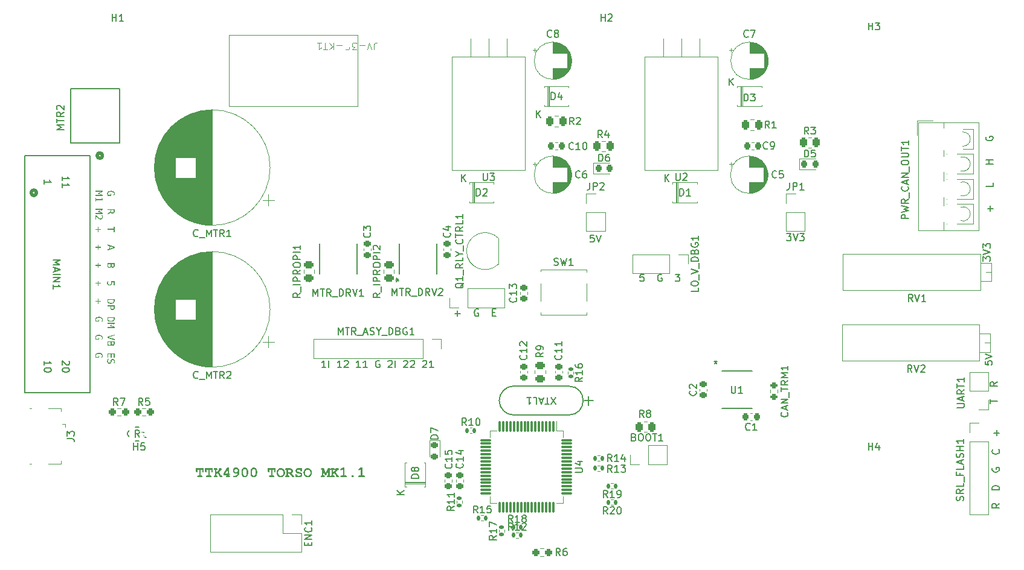
<source format=gto>
G04 #@! TF.GenerationSoftware,KiCad,Pcbnew,7.0.8-7.0.8~ubuntu22.04.1*
G04 #@! TF.CreationDate,2024-01-26T16:09:11+01:00*
G04 #@! TF.ProjectId,torso,746f7273-6f2e-46b6-9963-61645f706362,1.1*
G04 #@! TF.SameCoordinates,Original*
G04 #@! TF.FileFunction,Legend,Top*
G04 #@! TF.FilePolarity,Positive*
%FSLAX46Y46*%
G04 Gerber Fmt 4.6, Leading zero omitted, Abs format (unit mm)*
G04 Created by KiCad (PCBNEW 7.0.8-7.0.8~ubuntu22.04.1) date 2024-01-26 16:09:11*
%MOMM*%
%LPD*%
G01*
G04 APERTURE LIST*
G04 Aperture macros list*
%AMRoundRect*
0 Rectangle with rounded corners*
0 $1 Rounding radius*
0 $2 $3 $4 $5 $6 $7 $8 $9 X,Y pos of 4 corners*
0 Add a 4 corners polygon primitive as box body*
4,1,4,$2,$3,$4,$5,$6,$7,$8,$9,$2,$3,0*
0 Add four circle primitives for the rounded corners*
1,1,$1+$1,$2,$3*
1,1,$1+$1,$4,$5*
1,1,$1+$1,$6,$7*
1,1,$1+$1,$8,$9*
0 Add four rect primitives between the rounded corners*
20,1,$1+$1,$2,$3,$4,$5,0*
20,1,$1+$1,$4,$5,$6,$7,0*
20,1,$1+$1,$6,$7,$8,$9,0*
20,1,$1+$1,$8,$9,$2,$3,0*%
G04 Aperture macros list end*
%ADD10C,0.300000*%
%ADD11C,0.187500*%
%ADD12C,0.150000*%
%ADD13C,0.100000*%
%ADD14C,0.120000*%
%ADD15C,0.152400*%
%ADD16C,0.508000*%
%ADD17RoundRect,0.225000X0.250000X-0.225000X0.250000X0.225000X-0.250000X0.225000X-0.250000X-0.225000X0*%
%ADD18C,5.300000*%
%ADD19R,1.700000X1.700000*%
%ADD20O,1.700000X1.700000*%
%ADD21RoundRect,0.250000X-0.262500X-0.450000X0.262500X-0.450000X0.262500X0.450000X-0.262500X0.450000X0*%
%ADD22RoundRect,0.135000X0.135000X0.185000X-0.135000X0.185000X-0.135000X-0.185000X0.135000X-0.185000X0*%
%ADD23R,1.454899X0.532600*%
%ADD24R,2.400000X2.400000*%
%ADD25C,2.400000*%
%ADD26RoundRect,0.135000X-0.135000X-0.185000X0.135000X-0.185000X0.135000X0.185000X-0.135000X0.185000X0*%
%ADD27RoundRect,0.237500X0.250000X0.237500X-0.250000X0.237500X-0.250000X-0.237500X0.250000X-0.237500X0*%
%ADD28R,2.000000X2.000000*%
%ADD29O,2.000000X2.000000*%
%ADD30R,1.600000X1.600000*%
%ADD31C,1.600000*%
%ADD32C,1.524000*%
%ADD33RoundRect,0.200000X0.275000X-0.200000X0.275000X0.200000X-0.275000X0.200000X-0.275000X-0.200000X0*%
%ADD34RoundRect,0.250000X0.450000X-0.262500X0.450000X0.262500X-0.450000X0.262500X-0.450000X-0.262500X0*%
%ADD35RoundRect,0.135000X-0.185000X0.135000X-0.185000X-0.135000X0.185000X-0.135000X0.185000X0.135000X0*%
%ADD36RoundRect,0.218750X-0.256250X0.218750X-0.256250X-0.218750X0.256250X-0.218750X0.256250X0.218750X0*%
%ADD37O,3.500000X3.500000*%
%ADD38R,1.905000X2.000000*%
%ADD39O,1.905000X2.000000*%
%ADD40C,1.800000*%
%ADD41R,2.800000X1.000000*%
%ADD42R,1.300000X1.300000*%
%ADD43C,1.300000*%
%ADD44C,3.500000*%
%ADD45R,0.685800X0.330200*%
%ADD46R,0.558800X1.460500*%
%ADD47R,3.403600X2.717800*%
%ADD48RoundRect,0.218750X-0.218750X-0.256250X0.218750X-0.256250X0.218750X0.256250X-0.218750X0.256250X0*%
%ADD49R,1.350000X0.400000*%
%ADD50O,1.900000X1.200000*%
%ADD51R,1.900000X1.200000*%
%ADD52C,1.450000*%
%ADD53R,1.900000X1.500000*%
%ADD54RoundRect,0.075000X-0.075000X0.700000X-0.075000X-0.700000X0.075000X-0.700000X0.075000X0.700000X0*%
%ADD55RoundRect,0.075000X-0.700000X0.075000X-0.700000X-0.075000X0.700000X-0.075000X0.700000X0.075000X0*%
%ADD56RoundRect,0.225000X-0.225000X-0.250000X0.225000X-0.250000X0.225000X0.250000X-0.225000X0.250000X0*%
%ADD57RoundRect,0.225000X0.225000X0.250000X-0.225000X0.250000X-0.225000X-0.250000X0.225000X-0.250000X0*%
%ADD58RoundRect,0.250000X0.262500X0.450000X-0.262500X0.450000X-0.262500X-0.450000X0.262500X-0.450000X0*%
%ADD59C,0.965200*%
%ADD60RoundRect,0.135000X0.185000X-0.135000X0.185000X0.135000X-0.185000X0.135000X-0.185000X-0.135000X0*%
%ADD61R,2.600000X2.600000*%
%ADD62C,2.600000*%
%ADD63C,1.600200*%
G04 APERTURE END LIST*
D10*
G36*
X57275610Y-88233974D02*
G01*
X57292513Y-88234386D01*
X57308325Y-88235622D01*
X57323047Y-88237683D01*
X57343085Y-88242320D01*
X57360670Y-88248811D01*
X57375800Y-88257158D01*
X57388477Y-88267359D01*
X57398701Y-88279414D01*
X57406471Y-88293325D01*
X57411787Y-88309090D01*
X57414650Y-88326710D01*
X57415195Y-88339487D01*
X57413968Y-88358343D01*
X57410288Y-88375344D01*
X57404154Y-88390491D01*
X57395566Y-88403784D01*
X57384524Y-88415221D01*
X57371029Y-88424804D01*
X57355081Y-88432532D01*
X57336678Y-88438405D01*
X57315823Y-88442424D01*
X57300555Y-88444072D01*
X57284198Y-88444896D01*
X57275610Y-88445000D01*
X56788346Y-88445000D01*
X56771487Y-88444587D01*
X56755716Y-88443351D01*
X56741033Y-88441290D01*
X56721048Y-88436653D01*
X56703509Y-88430162D01*
X56688418Y-88421816D01*
X56675774Y-88411615D01*
X56665578Y-88399559D01*
X56657828Y-88385648D01*
X56652526Y-88369883D01*
X56649671Y-88352264D01*
X56649127Y-88339487D01*
X56649688Y-88324803D01*
X56651967Y-88308172D01*
X56655999Y-88293455D01*
X56663152Y-88278321D01*
X56672829Y-88265943D01*
X56685031Y-88256322D01*
X56699602Y-88248727D01*
X56713438Y-88243598D01*
X56728811Y-88239561D01*
X56745724Y-88236614D01*
X56760361Y-88235043D01*
X56775983Y-88234170D01*
X56788346Y-88233974D01*
X56925366Y-88233974D01*
X56925366Y-87425774D01*
X56699685Y-87425774D01*
X56699685Y-87622145D01*
X56699273Y-87639004D01*
X56698037Y-87654775D01*
X56695976Y-87669458D01*
X56691339Y-87689443D01*
X56684848Y-87706982D01*
X56676501Y-87722073D01*
X56666301Y-87734716D01*
X56654245Y-87744913D01*
X56640334Y-87752663D01*
X56624569Y-87757965D01*
X56606950Y-87760820D01*
X56594173Y-87761364D01*
X56575316Y-87760140D01*
X56558315Y-87756469D01*
X56543168Y-87750351D01*
X56529876Y-87741786D01*
X56518438Y-87730774D01*
X56508855Y-87717314D01*
X56501127Y-87701407D01*
X56495254Y-87683053D01*
X56491236Y-87662252D01*
X56489587Y-87647025D01*
X56488763Y-87630711D01*
X56488660Y-87622145D01*
X56488660Y-87214748D01*
X57577494Y-87214748D01*
X57577494Y-87622145D01*
X57577145Y-87638506D01*
X57576098Y-87653882D01*
X57573806Y-87671717D01*
X57570423Y-87688014D01*
X57565949Y-87702772D01*
X57559140Y-87718451D01*
X57555146Y-87725460D01*
X57545525Y-87737662D01*
X57533147Y-87747339D01*
X57518013Y-87754492D01*
X57503296Y-87758524D01*
X57486665Y-87760803D01*
X57471981Y-87761364D01*
X57453125Y-87760140D01*
X57436123Y-87756469D01*
X57420977Y-87750351D01*
X57407684Y-87741786D01*
X57396247Y-87730774D01*
X57386664Y-87717314D01*
X57378936Y-87701407D01*
X57373063Y-87683053D01*
X57369044Y-87662252D01*
X57367396Y-87647025D01*
X57366571Y-87630711D01*
X57366468Y-87622145D01*
X57366468Y-87425774D01*
X57136392Y-87425774D01*
X57136392Y-88233974D01*
X57275610Y-88233974D01*
G37*
G36*
X58534438Y-88233974D02*
G01*
X58551341Y-88234386D01*
X58567153Y-88235622D01*
X58581875Y-88237683D01*
X58601913Y-88242320D01*
X58619497Y-88248811D01*
X58634628Y-88257158D01*
X58647305Y-88267359D01*
X58657529Y-88279414D01*
X58665298Y-88293325D01*
X58670615Y-88309090D01*
X58673477Y-88326710D01*
X58674023Y-88339487D01*
X58672796Y-88358343D01*
X58669115Y-88375344D01*
X58662981Y-88390491D01*
X58654393Y-88403784D01*
X58643352Y-88415221D01*
X58629857Y-88424804D01*
X58613908Y-88432532D01*
X58595506Y-88438405D01*
X58574650Y-88442424D01*
X58559383Y-88444072D01*
X58543025Y-88444896D01*
X58534438Y-88445000D01*
X58047173Y-88445000D01*
X58030315Y-88444587D01*
X58014544Y-88443351D01*
X57999861Y-88441290D01*
X57979875Y-88436653D01*
X57962337Y-88430162D01*
X57947246Y-88421816D01*
X57934602Y-88411615D01*
X57924405Y-88399559D01*
X57916656Y-88385648D01*
X57911354Y-88369883D01*
X57908499Y-88352264D01*
X57907955Y-88339487D01*
X57908516Y-88324803D01*
X57910795Y-88308172D01*
X57914827Y-88293455D01*
X57921980Y-88278321D01*
X57931657Y-88265943D01*
X57943859Y-88256322D01*
X57958430Y-88248727D01*
X57972265Y-88243598D01*
X57987639Y-88239561D01*
X58004551Y-88236614D01*
X58019189Y-88235043D01*
X58034811Y-88234170D01*
X58047173Y-88233974D01*
X58184193Y-88233974D01*
X58184193Y-87425774D01*
X57958513Y-87425774D01*
X57958513Y-87622145D01*
X57958101Y-87639004D01*
X57956864Y-87654775D01*
X57954804Y-87669458D01*
X57950167Y-87689443D01*
X57943675Y-87706982D01*
X57935329Y-87722073D01*
X57925128Y-87734716D01*
X57913072Y-87744913D01*
X57899162Y-87752663D01*
X57883397Y-87757965D01*
X57865777Y-87760820D01*
X57853000Y-87761364D01*
X57834144Y-87760140D01*
X57817142Y-87756469D01*
X57801995Y-87750351D01*
X57788703Y-87741786D01*
X57777266Y-87730774D01*
X57767683Y-87717314D01*
X57759955Y-87701407D01*
X57754082Y-87683053D01*
X57750063Y-87662252D01*
X57748415Y-87647025D01*
X57747590Y-87630711D01*
X57747487Y-87622145D01*
X57747487Y-87214748D01*
X58836322Y-87214748D01*
X58836322Y-87622145D01*
X58835973Y-87638506D01*
X58834925Y-87653882D01*
X58832634Y-87671717D01*
X58829251Y-87688014D01*
X58824777Y-87702772D01*
X58817968Y-87718451D01*
X58813974Y-87725460D01*
X58804352Y-87737662D01*
X58791975Y-87747339D01*
X58776841Y-87754492D01*
X58762123Y-87758524D01*
X58745492Y-87760803D01*
X58730809Y-87761364D01*
X58711953Y-87760140D01*
X58694951Y-87756469D01*
X58679804Y-87750351D01*
X58666512Y-87741786D01*
X58655075Y-87730774D01*
X58645492Y-87717314D01*
X58637764Y-87701407D01*
X58631891Y-87683053D01*
X58627872Y-87662252D01*
X58626223Y-87647025D01*
X58625399Y-87630711D01*
X58625296Y-87622145D01*
X58625296Y-87425774D01*
X58395219Y-87425774D01*
X58395219Y-88233974D01*
X58534438Y-88233974D01*
G37*
G36*
X59400889Y-87214748D02*
G01*
X59417748Y-87215160D01*
X59433519Y-87216397D01*
X59448202Y-87218458D01*
X59468187Y-87223095D01*
X59485725Y-87229586D01*
X59500817Y-87237932D01*
X59513460Y-87248133D01*
X59523657Y-87260189D01*
X59531407Y-87274099D01*
X59536709Y-87289864D01*
X59539564Y-87307484D01*
X59540108Y-87320261D01*
X59538884Y-87339117D01*
X59535213Y-87356119D01*
X59529095Y-87371266D01*
X59520530Y-87384558D01*
X59509518Y-87395996D01*
X59496058Y-87405578D01*
X59480151Y-87413306D01*
X59461797Y-87419180D01*
X59440996Y-87423198D01*
X59425769Y-87424847D01*
X59409454Y-87425671D01*
X59400889Y-87425774D01*
X59326884Y-87425774D01*
X59326884Y-87740115D01*
X59702773Y-87417348D01*
X59687403Y-87410335D01*
X59674082Y-87401938D01*
X59662811Y-87392154D01*
X59651604Y-87377978D01*
X59643598Y-87361636D01*
X59639500Y-87347004D01*
X59637450Y-87330987D01*
X59637194Y-87322459D01*
X59638418Y-87303210D01*
X59642089Y-87285854D01*
X59648207Y-87270392D01*
X59656772Y-87256823D01*
X59667784Y-87245147D01*
X59681244Y-87235365D01*
X59697151Y-87227476D01*
X59715505Y-87221480D01*
X59736306Y-87217378D01*
X59751533Y-87215695D01*
X59767847Y-87214853D01*
X59776413Y-87214748D01*
X59987438Y-87214748D01*
X60004297Y-87215160D01*
X60020068Y-87216397D01*
X60034751Y-87218458D01*
X60054736Y-87223095D01*
X60072275Y-87229586D01*
X60087366Y-87237932D01*
X60100010Y-87248133D01*
X60110206Y-87260189D01*
X60117956Y-87274099D01*
X60123258Y-87289864D01*
X60126113Y-87307484D01*
X60126657Y-87320261D01*
X60125507Y-87339117D01*
X60122059Y-87356119D01*
X60116311Y-87371266D01*
X60108264Y-87384558D01*
X60097918Y-87395996D01*
X60085273Y-87405578D01*
X60070329Y-87413306D01*
X60053086Y-87419180D01*
X60033544Y-87423198D01*
X60011703Y-87425362D01*
X59995865Y-87425774D01*
X59624738Y-87748541D01*
X59650087Y-87763060D01*
X59662608Y-87771110D01*
X59675027Y-87779688D01*
X59687344Y-87788793D01*
X59699558Y-87798425D01*
X59711670Y-87808585D01*
X59723679Y-87819272D01*
X59735586Y-87830487D01*
X59747391Y-87842229D01*
X59759094Y-87854498D01*
X59770694Y-87867295D01*
X59782192Y-87880619D01*
X59793587Y-87894470D01*
X59804881Y-87908849D01*
X59816072Y-87923755D01*
X59827160Y-87939188D01*
X59838146Y-87955149D01*
X59849030Y-87971637D01*
X59859812Y-87988653D01*
X59870491Y-88006196D01*
X59881068Y-88024266D01*
X59891543Y-88042864D01*
X59901915Y-88061989D01*
X59912185Y-88081641D01*
X59922353Y-88101821D01*
X59932418Y-88122528D01*
X59942381Y-88143762D01*
X59952242Y-88165524D01*
X59962000Y-88187813D01*
X59971657Y-88210630D01*
X59981210Y-88233974D01*
X60048621Y-88233974D01*
X60065524Y-88234386D01*
X60081336Y-88235622D01*
X60096058Y-88237683D01*
X60116096Y-88242320D01*
X60133681Y-88248811D01*
X60148812Y-88257158D01*
X60161489Y-88267359D01*
X60171712Y-88279414D01*
X60179482Y-88293325D01*
X60184798Y-88309090D01*
X60187661Y-88326710D01*
X60188206Y-88339487D01*
X60186979Y-88358343D01*
X60183299Y-88375344D01*
X60177165Y-88390491D01*
X60168577Y-88403784D01*
X60157536Y-88415221D01*
X60144041Y-88424804D01*
X60128092Y-88432532D01*
X60109690Y-88438405D01*
X60088834Y-88442424D01*
X60073567Y-88444072D01*
X60057209Y-88444896D01*
X60048621Y-88445000D01*
X59816713Y-88445000D01*
X59812066Y-88430973D01*
X59802643Y-88403390D01*
X59793049Y-88376433D01*
X59783283Y-88350104D01*
X59773346Y-88324401D01*
X59763236Y-88299325D01*
X59752955Y-88274876D01*
X59742502Y-88251054D01*
X59731878Y-88227858D01*
X59721082Y-88205290D01*
X59710114Y-88183348D01*
X59698974Y-88162033D01*
X59687662Y-88141345D01*
X59676179Y-88121283D01*
X59664524Y-88101849D01*
X59652697Y-88083041D01*
X59646720Y-88073872D01*
X59634717Y-88056100D01*
X59622706Y-88039234D01*
X59610686Y-88023276D01*
X59598657Y-88008225D01*
X59586620Y-87994081D01*
X59574575Y-87980845D01*
X59562520Y-87968516D01*
X59550457Y-87957094D01*
X59538386Y-87946580D01*
X59526306Y-87936972D01*
X59514217Y-87928273D01*
X59496068Y-87916924D01*
X59477900Y-87907618D01*
X59459713Y-87900352D01*
X59453646Y-87898384D01*
X59326884Y-88006095D01*
X59326884Y-88233974D01*
X59400889Y-88233974D01*
X59417748Y-88234386D01*
X59433519Y-88235622D01*
X59448202Y-88237683D01*
X59468187Y-88242320D01*
X59485725Y-88248811D01*
X59500817Y-88257158D01*
X59513460Y-88267359D01*
X59523657Y-88279414D01*
X59531407Y-88293325D01*
X59536709Y-88309090D01*
X59539564Y-88326710D01*
X59540108Y-88339487D01*
X59538884Y-88358343D01*
X59535213Y-88375344D01*
X59529095Y-88390491D01*
X59520530Y-88403784D01*
X59509518Y-88415221D01*
X59496058Y-88424804D01*
X59480151Y-88432532D01*
X59461797Y-88438405D01*
X59440996Y-88442424D01*
X59425769Y-88444072D01*
X59409454Y-88444896D01*
X59400889Y-88445000D01*
X59084351Y-88445000D01*
X59067492Y-88444587D01*
X59051721Y-88443351D01*
X59037038Y-88441290D01*
X59017053Y-88436653D01*
X58999514Y-88430162D01*
X58984423Y-88421816D01*
X58971779Y-88411615D01*
X58961583Y-88399559D01*
X58953833Y-88385648D01*
X58948531Y-88369883D01*
X58945676Y-88352264D01*
X58945132Y-88339487D01*
X58946356Y-88320630D01*
X58950026Y-88303629D01*
X58956144Y-88288482D01*
X58964710Y-88275190D01*
X58975722Y-88263752D01*
X58989182Y-88254170D01*
X59005088Y-88246442D01*
X59023442Y-88240568D01*
X59044244Y-88236550D01*
X59059471Y-88234901D01*
X59075785Y-88234077D01*
X59084351Y-88233974D01*
X59115858Y-88233974D01*
X59115858Y-87425774D01*
X59084351Y-87425774D01*
X59067492Y-87425362D01*
X59051721Y-87424125D01*
X59037038Y-87422065D01*
X59017053Y-87417428D01*
X58999514Y-87410936D01*
X58984423Y-87402590D01*
X58971779Y-87392389D01*
X58961583Y-87380333D01*
X58953833Y-87366423D01*
X58948531Y-87350658D01*
X58945676Y-87333038D01*
X58945132Y-87320261D01*
X58945693Y-87305578D01*
X58947972Y-87288947D01*
X58952004Y-87274230D01*
X58959157Y-87259096D01*
X58968834Y-87246718D01*
X58981036Y-87237096D01*
X58995607Y-87229502D01*
X59009443Y-87224373D01*
X59024816Y-87220335D01*
X59041728Y-87217389D01*
X59056366Y-87215818D01*
X59071988Y-87214945D01*
X59084351Y-87214748D01*
X59400889Y-87214748D01*
G37*
G36*
X61119870Y-87942714D02*
G01*
X61135442Y-87943126D01*
X61156916Y-87945290D01*
X61176130Y-87949309D01*
X61193084Y-87955182D01*
X61207776Y-87962910D01*
X61220209Y-87972493D01*
X61230381Y-87983930D01*
X61238292Y-87997222D01*
X61243943Y-88012369D01*
X61247334Y-88029371D01*
X61248464Y-88048227D01*
X61247334Y-88066399D01*
X61243943Y-88082857D01*
X61238292Y-88097602D01*
X61230381Y-88110635D01*
X61220209Y-88121954D01*
X61207776Y-88131561D01*
X61193084Y-88139454D01*
X61176130Y-88145634D01*
X61156916Y-88150101D01*
X61135442Y-88152855D01*
X61119870Y-88153740D01*
X61119870Y-88233974D01*
X61135442Y-88234386D01*
X61156916Y-88236550D01*
X61176130Y-88240568D01*
X61193084Y-88246442D01*
X61207776Y-88254170D01*
X61220209Y-88263752D01*
X61230381Y-88275190D01*
X61238292Y-88288482D01*
X61243943Y-88303629D01*
X61247334Y-88320630D01*
X61248464Y-88339487D01*
X61247221Y-88358343D01*
X61243493Y-88375344D01*
X61237278Y-88390491D01*
X61228578Y-88403784D01*
X61217391Y-88415221D01*
X61203719Y-88424804D01*
X61187561Y-88432532D01*
X61168917Y-88438405D01*
X61147788Y-88442424D01*
X61132320Y-88444072D01*
X61115748Y-88444896D01*
X61107048Y-88445000D01*
X60828611Y-88445000D01*
X60811752Y-88444587D01*
X60795981Y-88443351D01*
X60781298Y-88441290D01*
X60761313Y-88436653D01*
X60743775Y-88430162D01*
X60728684Y-88421816D01*
X60716040Y-88411615D01*
X60705843Y-88399559D01*
X60698094Y-88385648D01*
X60692791Y-88369883D01*
X60689936Y-88352264D01*
X60689392Y-88339487D01*
X60690616Y-88320630D01*
X60694287Y-88303629D01*
X60700405Y-88288482D01*
X60708970Y-88275190D01*
X60719982Y-88263752D01*
X60733442Y-88254170D01*
X60749349Y-88246442D01*
X60767703Y-88240568D01*
X60788504Y-88236550D01*
X60803731Y-88234901D01*
X60820046Y-88234077D01*
X60828611Y-88233974D01*
X60908845Y-88233974D01*
X60908845Y-88153740D01*
X60334752Y-88153740D01*
X60334752Y-87978618D01*
X60356325Y-87942714D01*
X60592306Y-87942714D01*
X60908845Y-87942714D01*
X60908845Y-87432002D01*
X60592306Y-87942714D01*
X60356325Y-87942714D01*
X60843265Y-87132316D01*
X61119870Y-87132316D01*
X61119870Y-87942714D01*
G37*
G36*
X62116652Y-87098843D02*
G01*
X62133125Y-87099538D01*
X62149315Y-87100697D01*
X62165222Y-87102320D01*
X62180846Y-87104407D01*
X62196186Y-87106957D01*
X62211242Y-87109971D01*
X62226016Y-87113449D01*
X62240506Y-87117390D01*
X62254712Y-87121795D01*
X62268636Y-87126663D01*
X62288989Y-87134836D01*
X62308705Y-87144051D01*
X62327784Y-87154310D01*
X62334002Y-87157962D01*
X62352180Y-87169376D01*
X62369482Y-87181498D01*
X62385908Y-87194328D01*
X62401458Y-87207867D01*
X62416133Y-87222115D01*
X62429932Y-87237071D01*
X62442855Y-87252735D01*
X62454902Y-87269108D01*
X62466073Y-87286189D01*
X62476368Y-87303978D01*
X62482745Y-87316231D01*
X62491843Y-87334811D01*
X62500451Y-87353454D01*
X62508570Y-87372163D01*
X62516199Y-87390935D01*
X62523339Y-87409772D01*
X62529989Y-87428674D01*
X62536150Y-87447639D01*
X62541822Y-87466670D01*
X62547004Y-87485764D01*
X62551696Y-87504923D01*
X62554553Y-87517732D01*
X62558547Y-87536981D01*
X62562148Y-87556397D01*
X62565356Y-87575981D01*
X62568171Y-87595733D01*
X62570594Y-87615652D01*
X62572624Y-87635738D01*
X62574260Y-87655992D01*
X62575504Y-87676413D01*
X62576355Y-87697002D01*
X62576814Y-87717758D01*
X62576901Y-87731688D01*
X62576743Y-87749019D01*
X62576267Y-87766205D01*
X62575475Y-87783248D01*
X62574365Y-87800147D01*
X62572939Y-87816902D01*
X62571195Y-87833513D01*
X62569135Y-87849981D01*
X62566757Y-87866304D01*
X62564063Y-87882484D01*
X62561052Y-87898520D01*
X62557723Y-87914412D01*
X62554078Y-87930160D01*
X62550115Y-87945765D01*
X62545836Y-87961225D01*
X62541240Y-87976542D01*
X62536326Y-87991715D01*
X62531096Y-88006744D01*
X62525549Y-88021630D01*
X62519684Y-88036371D01*
X62513503Y-88050969D01*
X62507005Y-88065423D01*
X62500189Y-88079733D01*
X62493057Y-88093899D01*
X62485608Y-88107921D01*
X62477841Y-88121800D01*
X62469758Y-88135535D01*
X62461358Y-88149126D01*
X62452641Y-88162573D01*
X62443606Y-88175876D01*
X62434255Y-88189035D01*
X62424587Y-88202051D01*
X62414602Y-88214923D01*
X62401195Y-88231016D01*
X62387627Y-88246599D01*
X62373898Y-88261671D01*
X62360008Y-88276232D01*
X62345957Y-88290281D01*
X62331745Y-88303820D01*
X62317372Y-88316849D01*
X62302838Y-88329366D01*
X62288143Y-88341372D01*
X62273287Y-88352867D01*
X62258270Y-88363852D01*
X62243092Y-88374326D01*
X62227753Y-88384288D01*
X62212253Y-88393740D01*
X62196592Y-88402681D01*
X62180770Y-88411111D01*
X62164787Y-88419030D01*
X62148643Y-88426438D01*
X62132338Y-88433335D01*
X62115872Y-88439722D01*
X62099245Y-88445597D01*
X62082457Y-88450962D01*
X62065508Y-88455815D01*
X62048398Y-88460158D01*
X62031127Y-88463990D01*
X62013695Y-88467311D01*
X61996102Y-88470120D01*
X61978348Y-88472420D01*
X61960433Y-88474208D01*
X61942357Y-88475485D01*
X61924120Y-88476251D01*
X61905722Y-88476507D01*
X61885160Y-88476175D01*
X61865377Y-88475180D01*
X61846374Y-88473522D01*
X61828150Y-88471200D01*
X61810705Y-88468215D01*
X61794039Y-88464567D01*
X61778153Y-88460255D01*
X61763046Y-88455281D01*
X61748718Y-88449642D01*
X61735169Y-88443341D01*
X61726570Y-88438771D01*
X61710770Y-88428885D01*
X61697077Y-88418278D01*
X61685491Y-88406949D01*
X61676011Y-88394899D01*
X61668638Y-88382128D01*
X61662384Y-88365150D01*
X61659422Y-88347044D01*
X61659159Y-88339487D01*
X61660266Y-88323314D01*
X61663589Y-88308042D01*
X61669128Y-88293672D01*
X61676881Y-88280204D01*
X61686851Y-88267638D01*
X61690666Y-88263649D01*
X61702932Y-88252817D01*
X61716100Y-88244226D01*
X61730169Y-88237876D01*
X61745140Y-88233768D01*
X61761012Y-88231900D01*
X61766503Y-88231775D01*
X61782605Y-88234073D01*
X61798165Y-88237771D01*
X61812659Y-88241687D01*
X61826587Y-88245697D01*
X61840773Y-88249602D01*
X61855954Y-88253415D01*
X61871126Y-88256658D01*
X61886614Y-88258922D01*
X61893265Y-88259253D01*
X61913966Y-88258763D01*
X61934395Y-88257295D01*
X61954553Y-88254848D01*
X61974438Y-88251422D01*
X61994051Y-88247017D01*
X62013393Y-88241633D01*
X62032462Y-88235270D01*
X62051260Y-88227929D01*
X62069786Y-88219608D01*
X62088040Y-88210309D01*
X62106021Y-88200031D01*
X62123731Y-88188773D01*
X62141169Y-88176537D01*
X62158336Y-88163323D01*
X62175230Y-88149129D01*
X62191852Y-88133956D01*
X62207964Y-88117981D01*
X62223325Y-88101470D01*
X62237937Y-88084424D01*
X62251799Y-88066843D01*
X62264910Y-88048726D01*
X62277272Y-88030075D01*
X62288884Y-88010888D01*
X62299747Y-87991166D01*
X62309859Y-87970908D01*
X62319221Y-87950116D01*
X62327834Y-87928788D01*
X62335696Y-87906925D01*
X62342809Y-87884527D01*
X62349171Y-87861593D01*
X62354784Y-87838124D01*
X62359647Y-87814120D01*
X62342212Y-87831999D01*
X62324711Y-87848724D01*
X62307144Y-87864296D01*
X62289511Y-87878715D01*
X62271813Y-87891980D01*
X62254048Y-87904091D01*
X62236218Y-87915049D01*
X62218322Y-87924854D01*
X62200360Y-87933505D01*
X62182333Y-87941002D01*
X62164239Y-87947347D01*
X62146080Y-87952537D01*
X62127854Y-87956574D01*
X62109563Y-87959458D01*
X62091207Y-87961188D01*
X62072784Y-87961765D01*
X62052091Y-87961271D01*
X62031780Y-87959790D01*
X62011849Y-87957321D01*
X61992298Y-87953865D01*
X61973128Y-87949422D01*
X61954339Y-87943991D01*
X61935931Y-87937572D01*
X61917903Y-87930166D01*
X61900256Y-87921773D01*
X61882990Y-87912392D01*
X61866104Y-87902023D01*
X61849599Y-87890667D01*
X61833475Y-87878324D01*
X61817731Y-87864993D01*
X61802368Y-87850675D01*
X61787386Y-87835369D01*
X61773101Y-87819318D01*
X61759737Y-87802855D01*
X61747295Y-87785979D01*
X61735775Y-87768691D01*
X61725176Y-87750991D01*
X61715499Y-87732879D01*
X61706743Y-87714355D01*
X61698909Y-87695418D01*
X61691997Y-87676070D01*
X61686006Y-87656309D01*
X61680937Y-87636136D01*
X61676790Y-87615551D01*
X61673564Y-87594554D01*
X61671260Y-87573144D01*
X61669878Y-87551323D01*
X61669463Y-87531287D01*
X61880443Y-87531287D01*
X61880961Y-87548091D01*
X61882516Y-87564432D01*
X61885108Y-87580308D01*
X61888737Y-87595721D01*
X61893403Y-87610671D01*
X61899106Y-87625156D01*
X61905845Y-87639178D01*
X61913621Y-87652737D01*
X61922435Y-87665831D01*
X61932285Y-87678462D01*
X61939427Y-87686625D01*
X61950794Y-87698083D01*
X61962637Y-87708414D01*
X61974957Y-87717618D01*
X61987753Y-87725695D01*
X62001026Y-87732645D01*
X62014775Y-87738467D01*
X62029001Y-87743163D01*
X62043704Y-87746732D01*
X62058883Y-87749174D01*
X62074538Y-87750489D01*
X62085240Y-87750739D01*
X62102162Y-87749949D01*
X62119221Y-87747579D01*
X62136417Y-87743629D01*
X62153750Y-87738100D01*
X62171221Y-87730990D01*
X62188830Y-87722300D01*
X62202126Y-87714746D01*
X62215500Y-87706303D01*
X62224459Y-87700181D01*
X62237662Y-87690394D01*
X62250343Y-87680131D01*
X62262503Y-87669391D01*
X62274141Y-87658175D01*
X62285258Y-87646482D01*
X62295852Y-87634313D01*
X62305926Y-87621667D01*
X62315477Y-87608544D01*
X62324507Y-87594945D01*
X62333016Y-87580869D01*
X62338398Y-87571221D01*
X62335371Y-87554385D01*
X62332061Y-87538133D01*
X62328467Y-87522466D01*
X62324591Y-87507382D01*
X62320430Y-87492882D01*
X62313659Y-87472227D01*
X62306250Y-87452885D01*
X62298203Y-87434857D01*
X62289518Y-87418143D01*
X62280196Y-87402743D01*
X62270237Y-87388657D01*
X62259640Y-87375884D01*
X62255966Y-87371919D01*
X62244517Y-87360788D01*
X62232288Y-87350752D01*
X62219281Y-87341812D01*
X62205494Y-87333966D01*
X62190927Y-87327214D01*
X62175582Y-87321558D01*
X62159457Y-87316996D01*
X62142553Y-87313529D01*
X62124870Y-87311157D01*
X62106408Y-87309880D01*
X62093667Y-87309637D01*
X62075421Y-87310158D01*
X62057916Y-87311723D01*
X62041152Y-87314331D01*
X62025128Y-87317983D01*
X62009845Y-87322678D01*
X61995302Y-87328416D01*
X61981500Y-87335197D01*
X61968439Y-87343022D01*
X61956118Y-87351889D01*
X61944538Y-87361801D01*
X61937229Y-87368988D01*
X61927081Y-87380437D01*
X61917931Y-87392665D01*
X61909779Y-87405673D01*
X61902625Y-87419460D01*
X61896469Y-87434026D01*
X61891312Y-87449372D01*
X61887153Y-87465496D01*
X61883992Y-87482400D01*
X61881829Y-87500083D01*
X61880664Y-87518546D01*
X61880443Y-87531287D01*
X61669463Y-87531287D01*
X61669417Y-87529089D01*
X61669862Y-87505377D01*
X61671197Y-87482234D01*
X61673422Y-87459661D01*
X61676538Y-87437658D01*
X61680544Y-87416224D01*
X61685440Y-87395360D01*
X61691225Y-87375066D01*
X61697902Y-87355341D01*
X61705468Y-87336185D01*
X61713924Y-87317599D01*
X61723271Y-87299583D01*
X61733508Y-87282136D01*
X61744635Y-87265259D01*
X61756652Y-87248952D01*
X61769559Y-87233214D01*
X61783356Y-87218046D01*
X61797945Y-87203583D01*
X61813226Y-87190053D01*
X61829200Y-87177456D01*
X61845867Y-87165793D01*
X61863226Y-87155062D01*
X61881278Y-87145265D01*
X61900023Y-87136401D01*
X61919460Y-87128469D01*
X61939590Y-87121471D01*
X61960413Y-87115406D01*
X61981928Y-87110274D01*
X62004136Y-87106075D01*
X62027037Y-87102810D01*
X62050630Y-87100477D01*
X62074916Y-87099077D01*
X62099895Y-87098611D01*
X62116652Y-87098843D01*
G37*
G36*
X63354778Y-87099279D02*
G01*
X63381506Y-87101284D01*
X63407397Y-87104626D01*
X63432453Y-87109304D01*
X63456673Y-87115319D01*
X63480058Y-87122671D01*
X63502606Y-87131359D01*
X63524319Y-87141384D01*
X63545196Y-87152745D01*
X63565237Y-87165444D01*
X63584443Y-87179479D01*
X63602813Y-87194850D01*
X63620347Y-87211558D01*
X63637045Y-87229603D01*
X63652907Y-87248985D01*
X63667934Y-87269703D01*
X63682131Y-87291341D01*
X63695411Y-87313575D01*
X63707776Y-87336404D01*
X63719225Y-87359829D01*
X63729758Y-87383848D01*
X63739375Y-87408463D01*
X63748076Y-87433674D01*
X63755861Y-87459480D01*
X63762731Y-87485881D01*
X63768684Y-87512877D01*
X63773722Y-87540469D01*
X63777843Y-87568656D01*
X63781049Y-87597439D01*
X63782308Y-87612053D01*
X63783339Y-87626816D01*
X63784140Y-87641729D01*
X63784713Y-87656790D01*
X63785056Y-87672000D01*
X63785170Y-87687358D01*
X63785170Y-87887759D01*
X63784984Y-87907433D01*
X63784426Y-87926886D01*
X63783496Y-87946119D01*
X63782194Y-87965131D01*
X63780519Y-87983923D01*
X63778473Y-88002494D01*
X63776054Y-88020846D01*
X63773264Y-88038976D01*
X63770101Y-88056887D01*
X63766566Y-88074577D01*
X63762659Y-88092046D01*
X63758380Y-88109295D01*
X63753729Y-88126324D01*
X63748706Y-88143133D01*
X63743310Y-88159721D01*
X63737543Y-88176088D01*
X63731404Y-88192127D01*
X63724801Y-88207819D01*
X63717734Y-88223165D01*
X63710203Y-88238164D01*
X63702209Y-88252817D01*
X63693751Y-88267124D01*
X63684830Y-88281084D01*
X63675444Y-88294699D01*
X63665595Y-88307966D01*
X63655283Y-88320888D01*
X63644507Y-88333463D01*
X63633267Y-88345692D01*
X63621563Y-88357574D01*
X63609396Y-88369111D01*
X63596765Y-88380300D01*
X63583670Y-88391144D01*
X63570175Y-88401481D01*
X63556342Y-88411151D01*
X63542171Y-88420154D01*
X63527662Y-88428490D01*
X63512816Y-88436160D01*
X63497632Y-88443162D01*
X63482110Y-88449497D01*
X63466250Y-88455166D01*
X63450053Y-88460168D01*
X63433518Y-88464503D01*
X63416645Y-88468171D01*
X63399435Y-88471172D01*
X63381886Y-88473506D01*
X63364000Y-88475173D01*
X63345777Y-88476173D01*
X63327215Y-88476507D01*
X63299651Y-88475840D01*
X63272919Y-88473839D01*
X63247020Y-88470505D01*
X63221954Y-88465836D01*
X63197721Y-88459834D01*
X63174321Y-88452499D01*
X63151754Y-88443829D01*
X63130020Y-88433825D01*
X63109118Y-88422488D01*
X63089050Y-88409817D01*
X63069814Y-88395812D01*
X63051412Y-88380474D01*
X63033842Y-88363801D01*
X63017105Y-88345795D01*
X63001201Y-88326455D01*
X62986130Y-88305781D01*
X62971978Y-88284098D01*
X62958739Y-88261823D01*
X62946412Y-88238955D01*
X62934999Y-88215495D01*
X62924499Y-88191443D01*
X62914912Y-88166797D01*
X62906238Y-88141560D01*
X62898477Y-88115730D01*
X62891629Y-88089307D01*
X62885695Y-88062292D01*
X62880673Y-88034684D01*
X62876564Y-88006484D01*
X62873369Y-87977692D01*
X62872113Y-87963073D01*
X62871086Y-87948307D01*
X62870287Y-87933392D01*
X62869716Y-87918329D01*
X62869374Y-87903118D01*
X62869371Y-87902780D01*
X63080286Y-87902780D01*
X63080549Y-87923088D01*
X63081339Y-87942886D01*
X63082656Y-87962174D01*
X63084499Y-87980953D01*
X63086869Y-87999223D01*
X63089765Y-88016983D01*
X63093189Y-88034234D01*
X63097138Y-88050975D01*
X63101615Y-88067206D01*
X63106618Y-88082929D01*
X63112148Y-88098141D01*
X63118204Y-88112844D01*
X63124787Y-88127038D01*
X63131897Y-88140723D01*
X63139534Y-88153897D01*
X63147697Y-88166563D01*
X63156341Y-88178541D01*
X63169950Y-88195060D01*
X63184333Y-88209839D01*
X63199489Y-88222880D01*
X63215417Y-88234183D01*
X63232118Y-88243746D01*
X63249592Y-88251571D01*
X63267838Y-88257656D01*
X63286858Y-88262003D01*
X63306650Y-88264612D01*
X63327215Y-88265481D01*
X63347777Y-88264612D01*
X63367560Y-88262003D01*
X63386563Y-88257656D01*
X63404787Y-88251571D01*
X63422232Y-88243746D01*
X63438898Y-88234183D01*
X63454784Y-88222880D01*
X63469891Y-88209839D01*
X63484219Y-88195060D01*
X63497768Y-88178541D01*
X63506367Y-88166563D01*
X63514575Y-88153897D01*
X63522253Y-88140723D01*
X63529401Y-88127038D01*
X63536020Y-88112844D01*
X63542109Y-88098141D01*
X63547669Y-88082929D01*
X63552699Y-88067206D01*
X63557200Y-88050975D01*
X63561172Y-88034234D01*
X63564613Y-88016983D01*
X63567526Y-87999223D01*
X63569909Y-87980953D01*
X63571762Y-87962174D01*
X63573086Y-87942886D01*
X63573880Y-87923088D01*
X63574145Y-87902780D01*
X63574145Y-87672704D01*
X63573880Y-87652396D01*
X63573086Y-87632598D01*
X63571762Y-87613310D01*
X63569909Y-87594531D01*
X63567526Y-87576261D01*
X63564613Y-87558501D01*
X63561172Y-87541250D01*
X63557200Y-87524509D01*
X63552699Y-87508278D01*
X63547669Y-87492555D01*
X63542109Y-87477343D01*
X63536020Y-87462640D01*
X63529401Y-87448446D01*
X63522253Y-87434761D01*
X63514575Y-87421587D01*
X63506367Y-87408921D01*
X63497768Y-87396899D01*
X63484219Y-87380319D01*
X63469891Y-87365484D01*
X63454784Y-87352395D01*
X63438898Y-87341051D01*
X63422232Y-87331452D01*
X63404787Y-87323599D01*
X63386563Y-87317490D01*
X63367560Y-87313127D01*
X63347777Y-87310509D01*
X63327215Y-87309637D01*
X63306650Y-87310509D01*
X63286858Y-87313127D01*
X63267838Y-87317490D01*
X63249592Y-87323599D01*
X63232118Y-87331452D01*
X63215417Y-87341051D01*
X63199489Y-87352395D01*
X63184333Y-87365484D01*
X63169950Y-87380319D01*
X63156341Y-87396899D01*
X63147697Y-87408921D01*
X63139534Y-87421587D01*
X63131897Y-87434761D01*
X63124787Y-87448446D01*
X63118204Y-87462640D01*
X63112148Y-87477343D01*
X63106618Y-87492555D01*
X63101615Y-87508278D01*
X63097138Y-87524509D01*
X63093189Y-87541250D01*
X63089765Y-87558501D01*
X63086869Y-87576261D01*
X63084499Y-87594531D01*
X63082656Y-87613310D01*
X63081339Y-87632598D01*
X63080549Y-87652396D01*
X63080286Y-87672704D01*
X63080286Y-87902780D01*
X62869371Y-87902780D01*
X62869260Y-87887759D01*
X62869260Y-87687358D01*
X62869444Y-87667686D01*
X62869998Y-87648237D01*
X62870921Y-87629012D01*
X62872214Y-87610010D01*
X62873875Y-87591231D01*
X62875906Y-87572675D01*
X62878306Y-87554342D01*
X62881075Y-87536233D01*
X62884213Y-87518347D01*
X62887721Y-87500684D01*
X62891598Y-87483245D01*
X62895844Y-87466028D01*
X62900459Y-87449035D01*
X62905444Y-87432266D01*
X62910798Y-87415719D01*
X62916521Y-87399396D01*
X62922705Y-87383357D01*
X62929349Y-87367665D01*
X62936455Y-87352319D01*
X62944021Y-87337320D01*
X62952048Y-87322667D01*
X62960536Y-87308360D01*
X62969485Y-87294400D01*
X62978894Y-87280785D01*
X62988765Y-87267518D01*
X62999096Y-87254596D01*
X63009888Y-87242021D01*
X63021141Y-87229792D01*
X63032854Y-87217910D01*
X63045029Y-87206373D01*
X63057664Y-87195184D01*
X63070760Y-87184340D01*
X63084256Y-87173959D01*
X63098089Y-87164247D01*
X63112259Y-87155205D01*
X63126768Y-87146834D01*
X63141614Y-87139131D01*
X63156799Y-87132099D01*
X63172320Y-87125736D01*
X63188180Y-87120043D01*
X63204377Y-87115020D01*
X63220912Y-87110666D01*
X63237785Y-87106983D01*
X63254996Y-87103969D01*
X63272544Y-87101625D01*
X63290430Y-87099950D01*
X63308654Y-87098946D01*
X63327215Y-87098611D01*
X63354778Y-87099279D01*
G37*
G36*
X64613606Y-87099279D02*
G01*
X64640333Y-87101284D01*
X64666225Y-87104626D01*
X64691281Y-87109304D01*
X64715501Y-87115319D01*
X64738885Y-87122671D01*
X64761434Y-87131359D01*
X64783147Y-87141384D01*
X64804024Y-87152745D01*
X64824065Y-87165444D01*
X64843271Y-87179479D01*
X64861640Y-87194850D01*
X64879174Y-87211558D01*
X64895872Y-87229603D01*
X64911735Y-87248985D01*
X64926762Y-87269703D01*
X64940958Y-87291341D01*
X64954239Y-87313575D01*
X64966604Y-87336404D01*
X64978053Y-87359829D01*
X64988586Y-87383848D01*
X64998203Y-87408463D01*
X65006904Y-87433674D01*
X65014689Y-87459480D01*
X65021558Y-87485881D01*
X65027512Y-87512877D01*
X65032549Y-87540469D01*
X65036671Y-87568656D01*
X65039877Y-87597439D01*
X65041136Y-87612053D01*
X65042166Y-87626816D01*
X65042968Y-87641729D01*
X65043540Y-87656790D01*
X65043884Y-87672000D01*
X65043998Y-87687358D01*
X65043998Y-87887759D01*
X65043812Y-87907433D01*
X65043254Y-87926886D01*
X65042324Y-87946119D01*
X65041021Y-87965131D01*
X65039347Y-87983923D01*
X65037301Y-88002494D01*
X65034882Y-88020846D01*
X65032091Y-88038976D01*
X65028929Y-88056887D01*
X65025394Y-88074577D01*
X65021487Y-88092046D01*
X65017208Y-88109295D01*
X65012557Y-88126324D01*
X65007533Y-88143133D01*
X65002138Y-88159721D01*
X64996371Y-88176088D01*
X64990231Y-88192127D01*
X64983628Y-88207819D01*
X64976561Y-88223165D01*
X64969031Y-88238164D01*
X64961037Y-88252817D01*
X64952579Y-88267124D01*
X64943657Y-88281084D01*
X64934272Y-88294699D01*
X64924423Y-88307966D01*
X64914111Y-88320888D01*
X64903334Y-88333463D01*
X64892094Y-88345692D01*
X64880391Y-88357574D01*
X64868223Y-88369111D01*
X64855592Y-88380300D01*
X64842498Y-88391144D01*
X64829002Y-88401481D01*
X64815169Y-88411151D01*
X64800998Y-88420154D01*
X64786490Y-88428490D01*
X64771643Y-88436160D01*
X64756459Y-88443162D01*
X64740938Y-88449497D01*
X64725078Y-88455166D01*
X64708881Y-88460168D01*
X64692346Y-88464503D01*
X64675473Y-88468171D01*
X64658262Y-88471172D01*
X64640714Y-88473506D01*
X64622828Y-88475173D01*
X64604604Y-88476173D01*
X64586043Y-88476507D01*
X64558478Y-88475840D01*
X64531746Y-88473839D01*
X64505848Y-88470505D01*
X64480782Y-88465836D01*
X64456549Y-88459834D01*
X64433149Y-88452499D01*
X64410581Y-88443829D01*
X64388847Y-88433825D01*
X64367946Y-88422488D01*
X64347877Y-88409817D01*
X64328642Y-88395812D01*
X64310239Y-88380474D01*
X64292669Y-88363801D01*
X64275933Y-88345795D01*
X64260029Y-88326455D01*
X64244958Y-88305781D01*
X64230805Y-88284098D01*
X64217566Y-88261823D01*
X64205240Y-88238955D01*
X64193827Y-88215495D01*
X64183327Y-88191443D01*
X64173740Y-88166797D01*
X64165066Y-88141560D01*
X64157305Y-88115730D01*
X64150457Y-88089307D01*
X64144522Y-88062292D01*
X64139501Y-88034684D01*
X64135392Y-88006484D01*
X64132196Y-87977692D01*
X64130941Y-87963073D01*
X64129914Y-87948307D01*
X64129115Y-87933392D01*
X64128544Y-87918329D01*
X64128202Y-87903118D01*
X64128199Y-87902780D01*
X64339113Y-87902780D01*
X64339377Y-87923088D01*
X64340167Y-87942886D01*
X64341483Y-87962174D01*
X64343326Y-87980953D01*
X64345696Y-87999223D01*
X64348593Y-88016983D01*
X64352016Y-88034234D01*
X64355966Y-88050975D01*
X64360443Y-88067206D01*
X64365446Y-88082929D01*
X64370975Y-88098141D01*
X64377032Y-88112844D01*
X64383615Y-88127038D01*
X64390725Y-88140723D01*
X64398361Y-88153897D01*
X64406524Y-88166563D01*
X64415168Y-88178541D01*
X64428778Y-88195060D01*
X64443161Y-88209839D01*
X64458316Y-88222880D01*
X64474244Y-88234183D01*
X64490945Y-88243746D01*
X64508419Y-88251571D01*
X64526666Y-88257656D01*
X64545685Y-88262003D01*
X64565478Y-88264612D01*
X64586043Y-88265481D01*
X64606605Y-88264612D01*
X64626387Y-88262003D01*
X64645391Y-88257656D01*
X64663615Y-88251571D01*
X64681060Y-88243746D01*
X64697725Y-88234183D01*
X64713612Y-88222880D01*
X64728719Y-88209839D01*
X64743047Y-88195060D01*
X64756595Y-88178541D01*
X64765195Y-88166563D01*
X64773402Y-88153897D01*
X64781080Y-88140723D01*
X64788229Y-88127038D01*
X64794848Y-88112844D01*
X64800937Y-88098141D01*
X64806497Y-88082929D01*
X64811527Y-88067206D01*
X64816028Y-88050975D01*
X64819999Y-88034234D01*
X64823441Y-88016983D01*
X64826353Y-87999223D01*
X64828736Y-87980953D01*
X64830589Y-87962174D01*
X64831913Y-87942886D01*
X64832708Y-87923088D01*
X64832972Y-87902780D01*
X64832972Y-87672704D01*
X64832708Y-87652396D01*
X64831913Y-87632598D01*
X64830589Y-87613310D01*
X64828736Y-87594531D01*
X64826353Y-87576261D01*
X64823441Y-87558501D01*
X64819999Y-87541250D01*
X64816028Y-87524509D01*
X64811527Y-87508278D01*
X64806497Y-87492555D01*
X64800937Y-87477343D01*
X64794848Y-87462640D01*
X64788229Y-87448446D01*
X64781080Y-87434761D01*
X64773402Y-87421587D01*
X64765195Y-87408921D01*
X64756595Y-87396899D01*
X64743047Y-87380319D01*
X64728719Y-87365484D01*
X64713612Y-87352395D01*
X64697725Y-87341051D01*
X64681060Y-87331452D01*
X64663615Y-87323599D01*
X64645391Y-87317490D01*
X64626387Y-87313127D01*
X64606605Y-87310509D01*
X64586043Y-87309637D01*
X64565478Y-87310509D01*
X64545685Y-87313127D01*
X64526666Y-87317490D01*
X64508419Y-87323599D01*
X64490945Y-87331452D01*
X64474244Y-87341051D01*
X64458316Y-87352395D01*
X64443161Y-87365484D01*
X64428778Y-87380319D01*
X64415168Y-87396899D01*
X64406524Y-87408921D01*
X64398361Y-87421587D01*
X64390725Y-87434761D01*
X64383615Y-87448446D01*
X64377032Y-87462640D01*
X64370975Y-87477343D01*
X64365446Y-87492555D01*
X64360443Y-87508278D01*
X64355966Y-87524509D01*
X64352016Y-87541250D01*
X64348593Y-87558501D01*
X64345696Y-87576261D01*
X64343326Y-87594531D01*
X64341483Y-87613310D01*
X64340167Y-87632598D01*
X64339377Y-87652396D01*
X64339113Y-87672704D01*
X64339113Y-87902780D01*
X64128199Y-87902780D01*
X64128087Y-87887759D01*
X64128087Y-87687358D01*
X64128272Y-87667686D01*
X64128826Y-87648237D01*
X64129749Y-87629012D01*
X64131041Y-87610010D01*
X64132703Y-87591231D01*
X64134734Y-87572675D01*
X64137133Y-87554342D01*
X64139903Y-87536233D01*
X64143041Y-87518347D01*
X64146549Y-87500684D01*
X64150426Y-87483245D01*
X64154672Y-87466028D01*
X64159287Y-87449035D01*
X64164272Y-87432266D01*
X64169625Y-87415719D01*
X64175348Y-87399396D01*
X64181532Y-87383357D01*
X64188177Y-87367665D01*
X64195282Y-87352319D01*
X64202849Y-87337320D01*
X64210876Y-87322667D01*
X64219364Y-87308360D01*
X64228312Y-87294400D01*
X64237722Y-87280785D01*
X64247592Y-87267518D01*
X64257923Y-87254596D01*
X64268715Y-87242021D01*
X64279968Y-87229792D01*
X64291682Y-87217910D01*
X64303856Y-87206373D01*
X64316492Y-87195184D01*
X64329588Y-87184340D01*
X64343083Y-87173959D01*
X64356916Y-87164247D01*
X64371087Y-87155205D01*
X64385596Y-87146834D01*
X64400442Y-87139131D01*
X64415626Y-87132099D01*
X64431148Y-87125736D01*
X64447008Y-87120043D01*
X64463205Y-87115020D01*
X64479740Y-87110666D01*
X64496613Y-87106983D01*
X64513823Y-87103969D01*
X64531371Y-87101625D01*
X64549258Y-87099950D01*
X64567481Y-87098946D01*
X64586043Y-87098611D01*
X64613606Y-87099279D01*
G37*
G36*
X67346231Y-88233974D02*
G01*
X67363134Y-88234386D01*
X67378946Y-88235622D01*
X67393668Y-88237683D01*
X67413706Y-88242320D01*
X67431291Y-88248811D01*
X67446421Y-88257158D01*
X67459099Y-88267359D01*
X67469322Y-88279414D01*
X67477092Y-88293325D01*
X67482408Y-88309090D01*
X67485271Y-88326710D01*
X67485816Y-88339487D01*
X67484589Y-88358343D01*
X67480909Y-88375344D01*
X67474775Y-88390491D01*
X67466187Y-88403784D01*
X67455145Y-88415221D01*
X67441650Y-88424804D01*
X67425702Y-88432532D01*
X67407300Y-88438405D01*
X67386444Y-88442424D01*
X67371177Y-88444072D01*
X67354819Y-88444896D01*
X67346231Y-88445000D01*
X66858967Y-88445000D01*
X66842108Y-88444587D01*
X66826337Y-88443351D01*
X66811654Y-88441290D01*
X66791669Y-88436653D01*
X66774130Y-88430162D01*
X66759039Y-88421816D01*
X66746396Y-88411615D01*
X66736199Y-88399559D01*
X66728449Y-88385648D01*
X66723147Y-88369883D01*
X66720292Y-88352264D01*
X66719748Y-88339487D01*
X66720309Y-88324803D01*
X66722588Y-88308172D01*
X66726620Y-88293455D01*
X66733773Y-88278321D01*
X66743450Y-88265943D01*
X66755652Y-88256322D01*
X66770224Y-88248727D01*
X66784059Y-88243598D01*
X66799433Y-88239561D01*
X66816345Y-88236614D01*
X66830982Y-88235043D01*
X66846604Y-88234170D01*
X66858967Y-88233974D01*
X66995987Y-88233974D01*
X66995987Y-87425774D01*
X66770307Y-87425774D01*
X66770307Y-87622145D01*
X66769894Y-87639004D01*
X66768658Y-87654775D01*
X66766597Y-87669458D01*
X66761960Y-87689443D01*
X66755469Y-87706982D01*
X66747123Y-87722073D01*
X66736922Y-87734716D01*
X66724866Y-87744913D01*
X66710956Y-87752663D01*
X66695190Y-87757965D01*
X66677571Y-87760820D01*
X66664794Y-87761364D01*
X66645937Y-87760140D01*
X66628936Y-87756469D01*
X66613789Y-87750351D01*
X66600497Y-87741786D01*
X66589059Y-87730774D01*
X66579477Y-87717314D01*
X66571749Y-87701407D01*
X66565875Y-87683053D01*
X66561857Y-87662252D01*
X66560208Y-87647025D01*
X66559384Y-87630711D01*
X66559281Y-87622145D01*
X66559281Y-87214748D01*
X67648115Y-87214748D01*
X67648115Y-87622145D01*
X67647766Y-87638506D01*
X67646719Y-87653882D01*
X67644427Y-87671717D01*
X67641044Y-87688014D01*
X67636570Y-87702772D01*
X67629761Y-87718451D01*
X67625767Y-87725460D01*
X67616146Y-87737662D01*
X67603768Y-87747339D01*
X67588634Y-87754492D01*
X67573917Y-87758524D01*
X67557286Y-87760803D01*
X67542602Y-87761364D01*
X67523746Y-87760140D01*
X67506745Y-87756469D01*
X67491598Y-87750351D01*
X67478306Y-87741786D01*
X67466868Y-87730774D01*
X67457285Y-87717314D01*
X67449557Y-87701407D01*
X67443684Y-87683053D01*
X67439666Y-87662252D01*
X67438017Y-87647025D01*
X67437193Y-87630711D01*
X67437090Y-87622145D01*
X67437090Y-87425774D01*
X67207013Y-87425774D01*
X67207013Y-88233974D01*
X67346231Y-88233974D01*
G37*
G36*
X68377468Y-87185413D02*
G01*
X68393216Y-87186432D01*
X68409768Y-87188132D01*
X68427126Y-87190511D01*
X68441592Y-87192904D01*
X68456573Y-87195732D01*
X68472069Y-87198995D01*
X68488292Y-87202864D01*
X68505270Y-87207696D01*
X68523005Y-87213489D01*
X68536801Y-87218465D01*
X68551023Y-87223982D01*
X68565670Y-87230040D01*
X68580741Y-87236639D01*
X68596238Y-87243778D01*
X68612160Y-87251459D01*
X68623011Y-87256880D01*
X68639280Y-87265398D01*
X68655254Y-87274328D01*
X68670931Y-87283671D01*
X68686312Y-87293425D01*
X68701396Y-87303592D01*
X68716185Y-87314170D01*
X68730677Y-87325161D01*
X68744873Y-87336564D01*
X68758772Y-87348380D01*
X68772376Y-87360607D01*
X68781280Y-87368988D01*
X68794351Y-87382120D01*
X68807049Y-87396237D01*
X68819373Y-87411340D01*
X68831323Y-87427428D01*
X68842900Y-87444502D01*
X68854104Y-87462561D01*
X68864933Y-87481605D01*
X68871946Y-87494848D01*
X68878792Y-87508530D01*
X68885473Y-87522649D01*
X68891987Y-87537206D01*
X68898336Y-87552202D01*
X68901448Y-87559863D01*
X68907481Y-87575424D01*
X68913125Y-87591239D01*
X68918380Y-87607309D01*
X68923246Y-87623634D01*
X68927723Y-87640213D01*
X68931810Y-87657047D01*
X68935508Y-87674136D01*
X68938817Y-87691480D01*
X68941736Y-87709078D01*
X68944266Y-87726931D01*
X68946407Y-87745039D01*
X68948159Y-87763402D01*
X68949521Y-87782019D01*
X68950495Y-87800891D01*
X68951078Y-87820018D01*
X68951273Y-87839399D01*
X68951103Y-87855541D01*
X68950593Y-87871544D01*
X68949744Y-87887406D01*
X68948554Y-87903130D01*
X68947024Y-87918713D01*
X68945155Y-87934157D01*
X68942946Y-87949462D01*
X68940397Y-87964627D01*
X68937508Y-87979653D01*
X68934279Y-87994539D01*
X68930710Y-88009285D01*
X68926801Y-88023892D01*
X68922552Y-88038360D01*
X68917964Y-88052688D01*
X68913036Y-88066876D01*
X68907767Y-88080925D01*
X68902159Y-88094834D01*
X68896211Y-88108604D01*
X68889923Y-88122234D01*
X68883295Y-88135725D01*
X68876328Y-88149076D01*
X68869020Y-88162288D01*
X68861372Y-88175360D01*
X68853385Y-88188293D01*
X68845058Y-88201086D01*
X68836391Y-88213739D01*
X68827384Y-88226253D01*
X68818037Y-88238628D01*
X68808350Y-88250863D01*
X68798323Y-88262958D01*
X68787957Y-88274914D01*
X68777250Y-88286730D01*
X68766308Y-88298293D01*
X68755237Y-88309489D01*
X68744035Y-88320318D01*
X68732702Y-88330780D01*
X68721240Y-88340874D01*
X68709647Y-88350602D01*
X68697924Y-88359963D01*
X68686071Y-88368956D01*
X68674088Y-88377582D01*
X68661974Y-88385842D01*
X68637356Y-88401259D01*
X68612217Y-88415208D01*
X68586557Y-88427689D01*
X68560377Y-88438701D01*
X68533675Y-88448245D01*
X68506452Y-88456321D01*
X68478709Y-88462928D01*
X68450445Y-88468068D01*
X68421659Y-88471738D01*
X68392353Y-88473941D01*
X68377504Y-88474491D01*
X68362526Y-88474675D01*
X68347301Y-88474491D01*
X68332218Y-88473938D01*
X68317276Y-88473017D01*
X68302476Y-88471727D01*
X68287818Y-88470069D01*
X68273302Y-88468042D01*
X68244694Y-88462883D01*
X68216653Y-88456249D01*
X68189178Y-88448142D01*
X68162270Y-88438561D01*
X68135929Y-88427506D01*
X68110155Y-88414976D01*
X68084947Y-88400973D01*
X68060307Y-88385495D01*
X68048199Y-88377204D01*
X68036232Y-88368544D01*
X68024408Y-88359515D01*
X68012725Y-88350118D01*
X68001184Y-88340353D01*
X67989784Y-88330219D01*
X67978527Y-88319716D01*
X67967410Y-88308845D01*
X67956436Y-88297606D01*
X67945603Y-88285997D01*
X67935032Y-88274105D01*
X67924796Y-88262058D01*
X67914896Y-88249856D01*
X67905332Y-88237500D01*
X67896103Y-88224989D01*
X67887210Y-88212324D01*
X67878652Y-88199504D01*
X67870430Y-88186530D01*
X67862543Y-88173400D01*
X67854992Y-88160117D01*
X67847777Y-88146679D01*
X67840897Y-88133086D01*
X67834353Y-88119339D01*
X67828145Y-88105437D01*
X67822272Y-88091381D01*
X67816734Y-88077170D01*
X67811533Y-88062804D01*
X67806667Y-88048284D01*
X67802136Y-88033610D01*
X67797941Y-88018780D01*
X67794082Y-88003797D01*
X67790558Y-87988658D01*
X67787370Y-87973366D01*
X67784517Y-87957918D01*
X67782000Y-87942316D01*
X67779819Y-87926560D01*
X67777973Y-87910649D01*
X67776463Y-87894583D01*
X67775288Y-87878363D01*
X67774449Y-87861988D01*
X67773946Y-87845459D01*
X67773778Y-87828775D01*
X67984804Y-87828775D01*
X67985236Y-87851013D01*
X67986533Y-87872847D01*
X67988694Y-87894278D01*
X67991719Y-87915305D01*
X67995609Y-87935929D01*
X68000363Y-87956149D01*
X68005982Y-87975966D01*
X68012465Y-87995379D01*
X68019812Y-88014388D01*
X68028024Y-88032994D01*
X68037100Y-88051197D01*
X68047040Y-88068995D01*
X68057845Y-88086390D01*
X68069514Y-88103382D01*
X68082048Y-88119970D01*
X68095446Y-88136154D01*
X68109498Y-88151593D01*
X68123902Y-88166036D01*
X68138658Y-88179483D01*
X68153767Y-88191933D01*
X68169227Y-88203388D01*
X68185039Y-88213847D01*
X68201204Y-88223309D01*
X68217720Y-88231775D01*
X68234589Y-88239246D01*
X68251809Y-88245720D01*
X68269382Y-88251199D01*
X68287307Y-88255681D01*
X68305583Y-88259167D01*
X68324212Y-88261657D01*
X68343193Y-88263151D01*
X68362526Y-88263649D01*
X68381595Y-88263154D01*
X68400336Y-88261669D01*
X68418747Y-88259193D01*
X68436829Y-88255727D01*
X68454582Y-88251270D01*
X68472006Y-88245823D01*
X68489100Y-88239386D01*
X68505866Y-88231959D01*
X68522302Y-88223541D01*
X68538409Y-88214133D01*
X68554187Y-88203734D01*
X68569636Y-88192346D01*
X68584756Y-88179966D01*
X68599546Y-88166597D01*
X68614008Y-88152237D01*
X68628140Y-88136887D01*
X68641715Y-88120853D01*
X68654415Y-88104441D01*
X68666239Y-88087651D01*
X68677187Y-88070484D01*
X68687259Y-88052938D01*
X68696455Y-88035015D01*
X68704776Y-88016714D01*
X68712220Y-87998035D01*
X68718789Y-87978978D01*
X68724482Y-87959544D01*
X68729299Y-87939732D01*
X68733241Y-87919542D01*
X68736306Y-87898974D01*
X68738496Y-87878028D01*
X68739809Y-87856704D01*
X68740247Y-87835003D01*
X68739814Y-87812540D01*
X68738513Y-87790490D01*
X68736345Y-87768851D01*
X68733309Y-87747625D01*
X68729407Y-87726811D01*
X68724637Y-87706409D01*
X68719000Y-87686419D01*
X68712495Y-87666842D01*
X68705123Y-87647676D01*
X68696885Y-87628923D01*
X68687778Y-87610582D01*
X68677805Y-87592653D01*
X68666964Y-87575136D01*
X68655256Y-87558032D01*
X68642681Y-87541339D01*
X68629239Y-87525059D01*
X68615231Y-87509443D01*
X68600869Y-87494834D01*
X68586151Y-87481232D01*
X68571079Y-87468639D01*
X68555651Y-87457052D01*
X68539869Y-87446474D01*
X68523732Y-87436902D01*
X68507240Y-87428339D01*
X68490393Y-87420782D01*
X68473191Y-87414234D01*
X68455634Y-87408692D01*
X68437722Y-87404159D01*
X68419455Y-87400632D01*
X68400834Y-87398114D01*
X68381857Y-87396602D01*
X68362526Y-87396099D01*
X68343455Y-87396598D01*
X68324710Y-87398096D01*
X68306292Y-87400594D01*
X68288200Y-87404090D01*
X68270434Y-87408585D01*
X68252994Y-87414079D01*
X68235881Y-87420572D01*
X68219094Y-87428064D01*
X68202633Y-87436555D01*
X68186499Y-87446044D01*
X68170691Y-87456533D01*
X68155209Y-87468020D01*
X68140054Y-87480507D01*
X68125225Y-87493992D01*
X68110722Y-87508477D01*
X68096545Y-87523960D01*
X68083014Y-87540091D01*
X68070356Y-87556612D01*
X68058571Y-87573522D01*
X68047658Y-87590821D01*
X68037619Y-87608510D01*
X68028453Y-87626588D01*
X68020160Y-87645055D01*
X68012739Y-87663911D01*
X68006192Y-87683156D01*
X68000518Y-87702791D01*
X67995716Y-87722815D01*
X67991788Y-87743229D01*
X67988733Y-87764031D01*
X67986550Y-87785223D01*
X67985241Y-87806804D01*
X67984804Y-87828775D01*
X67773778Y-87828775D01*
X67773947Y-87812227D01*
X67774454Y-87795829D01*
X67775298Y-87779583D01*
X67776480Y-87763488D01*
X67778000Y-87747543D01*
X67779858Y-87731750D01*
X67782053Y-87716107D01*
X67784586Y-87700616D01*
X67787457Y-87685276D01*
X67790665Y-87670086D01*
X67794212Y-87655048D01*
X67798096Y-87640160D01*
X67802317Y-87625424D01*
X67806877Y-87610838D01*
X67811774Y-87596404D01*
X67817009Y-87582120D01*
X67822582Y-87567987D01*
X67828492Y-87554006D01*
X67834741Y-87540175D01*
X67841327Y-87526496D01*
X67848250Y-87512967D01*
X67855512Y-87499589D01*
X67863111Y-87486363D01*
X67871048Y-87473287D01*
X67879323Y-87460362D01*
X67887935Y-87447589D01*
X67896885Y-87434966D01*
X67906173Y-87422494D01*
X67915799Y-87410173D01*
X67925762Y-87398003D01*
X67936063Y-87385985D01*
X67946702Y-87374117D01*
X67957600Y-87362486D01*
X67968634Y-87351225D01*
X67979803Y-87340333D01*
X67991107Y-87329810D01*
X68002546Y-87319656D01*
X68014120Y-87309871D01*
X68025830Y-87300456D01*
X68037675Y-87291410D01*
X68049655Y-87282733D01*
X68061771Y-87274426D01*
X68086407Y-87258918D01*
X68111585Y-87244887D01*
X68137303Y-87232334D01*
X68163563Y-87221257D01*
X68190363Y-87211657D01*
X68217704Y-87203534D01*
X68245587Y-87196888D01*
X68274010Y-87191719D01*
X68302974Y-87188027D01*
X68317659Y-87186734D01*
X68332480Y-87185811D01*
X68347435Y-87185257D01*
X68362526Y-87185073D01*
X68377468Y-87185413D01*
G37*
G36*
X69629807Y-87215156D02*
G01*
X69654526Y-87216380D01*
X69678659Y-87218419D01*
X69702205Y-87221274D01*
X69725165Y-87224945D01*
X69747537Y-87229431D01*
X69769323Y-87234734D01*
X69790522Y-87240852D01*
X69811134Y-87247785D01*
X69831160Y-87255535D01*
X69850599Y-87264100D01*
X69869451Y-87273481D01*
X69887716Y-87283678D01*
X69905394Y-87294690D01*
X69922486Y-87306518D01*
X69938991Y-87319162D01*
X69954696Y-87332457D01*
X69969388Y-87346239D01*
X69983066Y-87360507D01*
X69995732Y-87375262D01*
X70007384Y-87390503D01*
X70018023Y-87406231D01*
X70027648Y-87422445D01*
X70036261Y-87439146D01*
X70043860Y-87456334D01*
X70050446Y-87474008D01*
X70056019Y-87492169D01*
X70060578Y-87510816D01*
X70064125Y-87529950D01*
X70066658Y-87549571D01*
X70068177Y-87569678D01*
X70068684Y-87590272D01*
X70067794Y-87614271D01*
X70065123Y-87637727D01*
X70060673Y-87660639D01*
X70054442Y-87683008D01*
X70046430Y-87704832D01*
X70036639Y-87726113D01*
X70025067Y-87746849D01*
X70011714Y-87767042D01*
X69996582Y-87786692D01*
X69979669Y-87805797D01*
X69960976Y-87824358D01*
X69940502Y-87842376D01*
X69918249Y-87859850D01*
X69894215Y-87876780D01*
X69881530Y-87885041D01*
X69868400Y-87893166D01*
X69854825Y-87901155D01*
X69840806Y-87909009D01*
X69857902Y-87924360D01*
X69874935Y-87940373D01*
X69891905Y-87957047D01*
X69908812Y-87974382D01*
X69925656Y-87992378D01*
X69942437Y-88011035D01*
X69959155Y-88030354D01*
X69975811Y-88050334D01*
X69992403Y-88070974D01*
X70008932Y-88092277D01*
X70025399Y-88114240D01*
X70041802Y-88136864D01*
X70058143Y-88160150D01*
X70074420Y-88184097D01*
X70082535Y-88196318D01*
X70090634Y-88208705D01*
X70098718Y-88221256D01*
X70106786Y-88233974D01*
X70134263Y-88233974D01*
X70151122Y-88234386D01*
X70166893Y-88235622D01*
X70181576Y-88237683D01*
X70201561Y-88242320D01*
X70219100Y-88248811D01*
X70234191Y-88257158D01*
X70246834Y-88267359D01*
X70257031Y-88279414D01*
X70264781Y-88293325D01*
X70270083Y-88309090D01*
X70272938Y-88326710D01*
X70273482Y-88339487D01*
X70272258Y-88358343D01*
X70268587Y-88375344D01*
X70262469Y-88390491D01*
X70253904Y-88403784D01*
X70242892Y-88415221D01*
X70229432Y-88424804D01*
X70213525Y-88432532D01*
X70195171Y-88438405D01*
X70174370Y-88442424D01*
X70159143Y-88444072D01*
X70142828Y-88444896D01*
X70134263Y-88445000D01*
X69967568Y-88445000D01*
X69957643Y-88426016D01*
X69947377Y-88407075D01*
X69936771Y-88388177D01*
X69925825Y-88369322D01*
X69914538Y-88350510D01*
X69902910Y-88331741D01*
X69890942Y-88313015D01*
X69878633Y-88294332D01*
X69865983Y-88275692D01*
X69852993Y-88257095D01*
X69839662Y-88238540D01*
X69825991Y-88220029D01*
X69811979Y-88201560D01*
X69797626Y-88183135D01*
X69782933Y-88164752D01*
X69767899Y-88146413D01*
X69752951Y-88128575D01*
X69738424Y-88111700D01*
X69724317Y-88095786D01*
X69710632Y-88080833D01*
X69697367Y-88066843D01*
X69684523Y-88053814D01*
X69672099Y-88041747D01*
X69660096Y-88030642D01*
X69648514Y-88020498D01*
X69631930Y-88007085D01*
X69616293Y-87995837D01*
X69601602Y-87986752D01*
X69587858Y-87979831D01*
X69579221Y-87976420D01*
X69376622Y-87976420D01*
X69376622Y-88233974D01*
X69450261Y-88233974D01*
X69467164Y-88234386D01*
X69482976Y-88235622D01*
X69497698Y-88237683D01*
X69517736Y-88242320D01*
X69535321Y-88248811D01*
X69550451Y-88257158D01*
X69563129Y-88267359D01*
X69573352Y-88279414D01*
X69581122Y-88293325D01*
X69586438Y-88309090D01*
X69589301Y-88326710D01*
X69589846Y-88339487D01*
X69588619Y-88358343D01*
X69584939Y-88375344D01*
X69578805Y-88390491D01*
X69570217Y-88403784D01*
X69559175Y-88415221D01*
X69545680Y-88424804D01*
X69529732Y-88432532D01*
X69511330Y-88438405D01*
X69490474Y-88442424D01*
X69475207Y-88444072D01*
X69458849Y-88444896D01*
X69450261Y-88445000D01*
X69133722Y-88445000D01*
X69116864Y-88444587D01*
X69101093Y-88443351D01*
X69086410Y-88441290D01*
X69066424Y-88436653D01*
X69048886Y-88430162D01*
X69033795Y-88421816D01*
X69021151Y-88411615D01*
X69010955Y-88399559D01*
X69003205Y-88385648D01*
X68997903Y-88369883D01*
X68995048Y-88352264D01*
X68994504Y-88339487D01*
X68995728Y-88320630D01*
X68999398Y-88303629D01*
X69005516Y-88288482D01*
X69014082Y-88275190D01*
X69025094Y-88263752D01*
X69038554Y-88254170D01*
X69054460Y-88246442D01*
X69072814Y-88240568D01*
X69093616Y-88236550D01*
X69108843Y-88234901D01*
X69125157Y-88234077D01*
X69133722Y-88233974D01*
X69165596Y-88233974D01*
X69165596Y-87425774D01*
X69376622Y-87425774D01*
X69376622Y-87765394D01*
X69537090Y-87765394D01*
X69553491Y-87765192D01*
X69569541Y-87764587D01*
X69585239Y-87763578D01*
X69600585Y-87762165D01*
X69615579Y-87760349D01*
X69630220Y-87758129D01*
X69651523Y-87754043D01*
X69672033Y-87749049D01*
X69691751Y-87743147D01*
X69710677Y-87736337D01*
X69728811Y-87728618D01*
X69746153Y-87719992D01*
X69757274Y-87713736D01*
X69772988Y-87703819D01*
X69787156Y-87693438D01*
X69799778Y-87682593D01*
X69810855Y-87671284D01*
X69820386Y-87659512D01*
X69830690Y-87643094D01*
X69838247Y-87625852D01*
X69843055Y-87607786D01*
X69845116Y-87588895D01*
X69845202Y-87584043D01*
X69844177Y-87567534D01*
X69841103Y-87551712D01*
X69835980Y-87536576D01*
X69828807Y-87522128D01*
X69819585Y-87508366D01*
X69808314Y-87495292D01*
X69794993Y-87482904D01*
X69779623Y-87471203D01*
X69767014Y-87463085D01*
X69753781Y-87455764D01*
X69739923Y-87449243D01*
X69725441Y-87443520D01*
X69710334Y-87438595D01*
X69694602Y-87434470D01*
X69678245Y-87431142D01*
X69661264Y-87428613D01*
X69643658Y-87426883D01*
X69625428Y-87425952D01*
X69612927Y-87425774D01*
X69376622Y-87425774D01*
X69165596Y-87425774D01*
X69133722Y-87425774D01*
X69116864Y-87425362D01*
X69101093Y-87424125D01*
X69086410Y-87422065D01*
X69066424Y-87417428D01*
X69048886Y-87410936D01*
X69033795Y-87402590D01*
X69021151Y-87392389D01*
X69010955Y-87380333D01*
X69003205Y-87366423D01*
X68997903Y-87350658D01*
X68995048Y-87333038D01*
X68994504Y-87320261D01*
X68995065Y-87305578D01*
X68997344Y-87288947D01*
X69001376Y-87274230D01*
X69008529Y-87259096D01*
X69018206Y-87246718D01*
X69030408Y-87237096D01*
X69044979Y-87229502D01*
X69058815Y-87224373D01*
X69074188Y-87220335D01*
X69091100Y-87217389D01*
X69105738Y-87215818D01*
X69121360Y-87214945D01*
X69133722Y-87214748D01*
X69604501Y-87214748D01*
X69629807Y-87215156D01*
G37*
G36*
X71234822Y-87185073D02*
G01*
X71249905Y-87185634D01*
X71266877Y-87187913D01*
X71281755Y-87191945D01*
X71296846Y-87199098D01*
X71308923Y-87208775D01*
X71317986Y-87220976D01*
X71324834Y-87235548D01*
X71330265Y-87252335D01*
X71333709Y-87268016D01*
X71336168Y-87285236D01*
X71337428Y-87300120D01*
X71338058Y-87315988D01*
X71338136Y-87324291D01*
X71338136Y-87510038D01*
X71337733Y-87527163D01*
X71336522Y-87543182D01*
X71334504Y-87558097D01*
X71329964Y-87578398D01*
X71323608Y-87596214D01*
X71315435Y-87611543D01*
X71305447Y-87624386D01*
X71293642Y-87634744D01*
X71280022Y-87642616D01*
X71264585Y-87648002D01*
X71247332Y-87650902D01*
X71234822Y-87651454D01*
X71219666Y-87650810D01*
X71204920Y-87648704D01*
X71204047Y-87648524D01*
X71189371Y-87643962D01*
X71180966Y-87640097D01*
X71168937Y-87631149D01*
X71163014Y-87625076D01*
X71153333Y-87613537D01*
X71150191Y-87609323D01*
X71143671Y-87595790D01*
X71141765Y-87590638D01*
X71137486Y-87576180D01*
X71136636Y-87572686D01*
X71133216Y-87557675D01*
X71132240Y-87553635D01*
X71129449Y-87539038D01*
X71129309Y-87537515D01*
X71124718Y-87522053D01*
X71118455Y-87507359D01*
X71110521Y-87493431D01*
X71100915Y-87480271D01*
X71089638Y-87467877D01*
X71076690Y-87456251D01*
X71062069Y-87445392D01*
X71045778Y-87435300D01*
X71032661Y-87428294D01*
X71019004Y-87421977D01*
X71004806Y-87416350D01*
X70990067Y-87411411D01*
X70974787Y-87407162D01*
X70958966Y-87403602D01*
X70942605Y-87400731D01*
X70925702Y-87398549D01*
X70908258Y-87397056D01*
X70890273Y-87396252D01*
X70877983Y-87396099D01*
X70859690Y-87396508D01*
X70841906Y-87397734D01*
X70824631Y-87399779D01*
X70807864Y-87402642D01*
X70791606Y-87406322D01*
X70775857Y-87410820D01*
X70760617Y-87416137D01*
X70745886Y-87422271D01*
X70731663Y-87429223D01*
X70717949Y-87436993D01*
X70709089Y-87442627D01*
X70696649Y-87451534D01*
X70681966Y-87463982D01*
X70669458Y-87477083D01*
X70659125Y-87490836D01*
X70650968Y-87505241D01*
X70644986Y-87520299D01*
X70641179Y-87536010D01*
X70639548Y-87552373D01*
X70639480Y-87556566D01*
X70640567Y-87574009D01*
X70643830Y-87590432D01*
X70649268Y-87605836D01*
X70656882Y-87620222D01*
X70666671Y-87633589D01*
X70678635Y-87645936D01*
X70692774Y-87657265D01*
X70709089Y-87667575D01*
X70722409Y-87674618D01*
X70736128Y-87681184D01*
X70750247Y-87687274D01*
X70764765Y-87692888D01*
X70779682Y-87698025D01*
X70794998Y-87702685D01*
X70810714Y-87706869D01*
X70826829Y-87710577D01*
X70843343Y-87713807D01*
X70860257Y-87716561D01*
X70871755Y-87718133D01*
X70889321Y-87720433D01*
X70907260Y-87723074D01*
X70925574Y-87726057D01*
X70944260Y-87729381D01*
X70963321Y-87733047D01*
X70982754Y-87737053D01*
X71002562Y-87741402D01*
X71022742Y-87746091D01*
X71043297Y-87751122D01*
X71064225Y-87756494D01*
X71078384Y-87760265D01*
X71099323Y-87766163D01*
X71119411Y-87772453D01*
X71138649Y-87779137D01*
X71157038Y-87786214D01*
X71174576Y-87793683D01*
X71191264Y-87801545D01*
X71207102Y-87809800D01*
X71222090Y-87818448D01*
X71236228Y-87827489D01*
X71249516Y-87836922D01*
X71257903Y-87843429D01*
X71272986Y-87856096D01*
X71287097Y-87869275D01*
X71300235Y-87882967D01*
X71312399Y-87897170D01*
X71323590Y-87911887D01*
X71333809Y-87927115D01*
X71343054Y-87942856D01*
X71351325Y-87959109D01*
X71358624Y-87975874D01*
X71364950Y-87993152D01*
X71370302Y-88010942D01*
X71374681Y-88029245D01*
X71378087Y-88048060D01*
X71380520Y-88067387D01*
X71381980Y-88087226D01*
X71382466Y-88107578D01*
X71381947Y-88127894D01*
X71380388Y-88147718D01*
X71377791Y-88167049D01*
X71374154Y-88185888D01*
X71369479Y-88204235D01*
X71363765Y-88222090D01*
X71357011Y-88239452D01*
X71349219Y-88256322D01*
X71340387Y-88272700D01*
X71330517Y-88288585D01*
X71319608Y-88303978D01*
X71307659Y-88318879D01*
X71294672Y-88333287D01*
X71280646Y-88347203D01*
X71265580Y-88360627D01*
X71249476Y-88373558D01*
X71232523Y-88385803D01*
X71214912Y-88397258D01*
X71196642Y-88407922D01*
X71177715Y-88417797D01*
X71158128Y-88426882D01*
X71137884Y-88435176D01*
X71116981Y-88442681D01*
X71095420Y-88449396D01*
X71073201Y-88455321D01*
X71050323Y-88460455D01*
X71026787Y-88464800D01*
X71002592Y-88468355D01*
X70977740Y-88471120D01*
X70952229Y-88473095D01*
X70926059Y-88474280D01*
X70899232Y-88474675D01*
X70877423Y-88474353D01*
X70855778Y-88473387D01*
X70834295Y-88471777D01*
X70812976Y-88469523D01*
X70791820Y-88466625D01*
X70770827Y-88463083D01*
X70749997Y-88458897D01*
X70729330Y-88454067D01*
X70708827Y-88448593D01*
X70688487Y-88442475D01*
X70668309Y-88435713D01*
X70648295Y-88428307D01*
X70628444Y-88420257D01*
X70608757Y-88411563D01*
X70589232Y-88402225D01*
X70569870Y-88392243D01*
X70559337Y-88404093D01*
X70548804Y-88414362D01*
X70535638Y-88424978D01*
X70522472Y-88433124D01*
X70506673Y-88439641D01*
X70490873Y-88442604D01*
X70485607Y-88442801D01*
X70466357Y-88441578D01*
X70449002Y-88437907D01*
X70433539Y-88431789D01*
X70419970Y-88423224D01*
X70408294Y-88412211D01*
X70398512Y-88398752D01*
X70390623Y-88382845D01*
X70384627Y-88364491D01*
X70380525Y-88343690D01*
X70378842Y-88328463D01*
X70378001Y-88312148D01*
X70377896Y-88303583D01*
X70377896Y-88164364D01*
X70378256Y-88147506D01*
X70379338Y-88131735D01*
X70381141Y-88117052D01*
X70384410Y-88100227D01*
X70388805Y-88085102D01*
X70395567Y-88069196D01*
X70400976Y-88059951D01*
X70411019Y-88048123D01*
X70423559Y-88038742D01*
X70438599Y-88031808D01*
X70453041Y-88027899D01*
X70469218Y-88025690D01*
X70483408Y-88025146D01*
X70498343Y-88025872D01*
X70513210Y-88028276D01*
X70518213Y-88029542D01*
X70532684Y-88034672D01*
X70544591Y-88041999D01*
X70556046Y-88051618D01*
X70562543Y-88057752D01*
X70571213Y-88069736D01*
X70575000Y-88077903D01*
X70580792Y-88091727D01*
X70582693Y-88096953D01*
X70587101Y-88111219D01*
X70587822Y-88113806D01*
X70591120Y-88126263D01*
X70595905Y-88140287D01*
X70602935Y-88153786D01*
X70612208Y-88166757D01*
X70623726Y-88179202D01*
X70637488Y-88191121D01*
X70653493Y-88202512D01*
X70666970Y-88210710D01*
X70681709Y-88218612D01*
X70692236Y-88223715D01*
X70708681Y-88230852D01*
X70725454Y-88237287D01*
X70742555Y-88243019D01*
X70759985Y-88248050D01*
X70777743Y-88252379D01*
X70795830Y-88256006D01*
X70814245Y-88258930D01*
X70832989Y-88261153D01*
X70852061Y-88262674D01*
X70871461Y-88263493D01*
X70884577Y-88263649D01*
X70906365Y-88263240D01*
X70927489Y-88262013D01*
X70947950Y-88259969D01*
X70967748Y-88257106D01*
X70986882Y-88253426D01*
X71005353Y-88248927D01*
X71023161Y-88243611D01*
X71040305Y-88237477D01*
X71056786Y-88230525D01*
X71072604Y-88222755D01*
X71082780Y-88217121D01*
X71097119Y-88208213D01*
X71110047Y-88198939D01*
X71121565Y-88189297D01*
X71134729Y-88175870D01*
X71145385Y-88161791D01*
X71153533Y-88147059D01*
X71159175Y-88131675D01*
X71162309Y-88115638D01*
X71163014Y-88103182D01*
X71162041Y-88087737D01*
X71159122Y-88073094D01*
X71154256Y-88059252D01*
X71147444Y-88046212D01*
X71138685Y-88033973D01*
X71127981Y-88022536D01*
X71115330Y-88011900D01*
X71100732Y-88002065D01*
X71084864Y-87992940D01*
X71068401Y-87984617D01*
X71051342Y-87977095D01*
X71033688Y-87970375D01*
X71015438Y-87964456D01*
X70996593Y-87959338D01*
X70982069Y-87956026D01*
X70967210Y-87953164D01*
X70957117Y-87951507D01*
X70941626Y-87948993D01*
X70925652Y-87946260D01*
X70909194Y-87943309D01*
X70892254Y-87940138D01*
X70874830Y-87936749D01*
X70856924Y-87933140D01*
X70838535Y-87929312D01*
X70819662Y-87925266D01*
X70800307Y-87921001D01*
X70780468Y-87916516D01*
X70766974Y-87913405D01*
X70747021Y-87908506D01*
X70727828Y-87903427D01*
X70709394Y-87898168D01*
X70691721Y-87892728D01*
X70674807Y-87887108D01*
X70658654Y-87881308D01*
X70643260Y-87875327D01*
X70628626Y-87869166D01*
X70614752Y-87862825D01*
X70597436Y-87854090D01*
X70593318Y-87851856D01*
X70578570Y-87842920D01*
X70564415Y-87833424D01*
X70550852Y-87823368D01*
X70537882Y-87812752D01*
X70525505Y-87801575D01*
X70513719Y-87789839D01*
X70502527Y-87777541D01*
X70491926Y-87764684D01*
X70481919Y-87751266D01*
X70472503Y-87737288D01*
X70466556Y-87727658D01*
X70458241Y-87712852D01*
X70450743Y-87697832D01*
X70444064Y-87682601D01*
X70438203Y-87667157D01*
X70433159Y-87651500D01*
X70428933Y-87635631D01*
X70425525Y-87619549D01*
X70422935Y-87603255D01*
X70421163Y-87586748D01*
X70420209Y-87570029D01*
X70420027Y-87558764D01*
X70420538Y-87538916D01*
X70422071Y-87519489D01*
X70424626Y-87500482D01*
X70428202Y-87481897D01*
X70432800Y-87463731D01*
X70438420Y-87445987D01*
X70445062Y-87428664D01*
X70452725Y-87411761D01*
X70461411Y-87395279D01*
X70471118Y-87379217D01*
X70481847Y-87363577D01*
X70493598Y-87348357D01*
X70506371Y-87333558D01*
X70520165Y-87319179D01*
X70534981Y-87305222D01*
X70550819Y-87291685D01*
X70567468Y-87278775D01*
X70584622Y-87266698D01*
X70602284Y-87255453D01*
X70620452Y-87245042D01*
X70639126Y-87235464D01*
X70658307Y-87226718D01*
X70677995Y-87218805D01*
X70698189Y-87211726D01*
X70718890Y-87205479D01*
X70740098Y-87200065D01*
X70761812Y-87195484D01*
X70784033Y-87191736D01*
X70806761Y-87188821D01*
X70829995Y-87186739D01*
X70853735Y-87185489D01*
X70877983Y-87185073D01*
X70898117Y-87185345D01*
X70917853Y-87186160D01*
X70937192Y-87187520D01*
X70956133Y-87189423D01*
X70974676Y-87191871D01*
X70992821Y-87194862D01*
X71010568Y-87198396D01*
X71027917Y-87202475D01*
X71044869Y-87207098D01*
X71061422Y-87212264D01*
X71077578Y-87217974D01*
X71093336Y-87224228D01*
X71108696Y-87231026D01*
X71123659Y-87238367D01*
X71138223Y-87246253D01*
X71152390Y-87254682D01*
X71158709Y-87240596D01*
X71166082Y-87226408D01*
X71174509Y-87213156D01*
X71185042Y-87201034D01*
X71186095Y-87200094D01*
X71199456Y-87191542D01*
X71214683Y-87186848D01*
X71230896Y-87185131D01*
X71234822Y-87185073D01*
G37*
G36*
X72153951Y-87185413D02*
G01*
X72169699Y-87186432D01*
X72186251Y-87188132D01*
X72203609Y-87190511D01*
X72218075Y-87192904D01*
X72233055Y-87195732D01*
X72248551Y-87198995D01*
X72264775Y-87202864D01*
X72281753Y-87207696D01*
X72299488Y-87213489D01*
X72313284Y-87218465D01*
X72327506Y-87223982D01*
X72342153Y-87230040D01*
X72357224Y-87236639D01*
X72372721Y-87243778D01*
X72388643Y-87251459D01*
X72399494Y-87256880D01*
X72415763Y-87265398D01*
X72431736Y-87274328D01*
X72447414Y-87283671D01*
X72462794Y-87293425D01*
X72477879Y-87303592D01*
X72492667Y-87314170D01*
X72507160Y-87325161D01*
X72521355Y-87336564D01*
X72535255Y-87348380D01*
X72548859Y-87360607D01*
X72557763Y-87368988D01*
X72570834Y-87382120D01*
X72583532Y-87396237D01*
X72595856Y-87411340D01*
X72607806Y-87427428D01*
X72619383Y-87444502D01*
X72630586Y-87462561D01*
X72641416Y-87481605D01*
X72648429Y-87494848D01*
X72655275Y-87508530D01*
X72661956Y-87522649D01*
X72668470Y-87537206D01*
X72674818Y-87552202D01*
X72677930Y-87559863D01*
X72683964Y-87575424D01*
X72689608Y-87591239D01*
X72694863Y-87607309D01*
X72699729Y-87623634D01*
X72704206Y-87640213D01*
X72708293Y-87657047D01*
X72711991Y-87674136D01*
X72715300Y-87691480D01*
X72718219Y-87709078D01*
X72720749Y-87726931D01*
X72722890Y-87745039D01*
X72724642Y-87763402D01*
X72726004Y-87782019D01*
X72726977Y-87800891D01*
X72727561Y-87820018D01*
X72727756Y-87839399D01*
X72727586Y-87855541D01*
X72727076Y-87871544D01*
X72726226Y-87887406D01*
X72725037Y-87903130D01*
X72723507Y-87918713D01*
X72721638Y-87934157D01*
X72719429Y-87949462D01*
X72716880Y-87964627D01*
X72713990Y-87979653D01*
X72710762Y-87994539D01*
X72707193Y-88009285D01*
X72703284Y-88023892D01*
X72699035Y-88038360D01*
X72694447Y-88052688D01*
X72689518Y-88066876D01*
X72684250Y-88080925D01*
X72678642Y-88094834D01*
X72672694Y-88108604D01*
X72666406Y-88122234D01*
X72659778Y-88135725D01*
X72652810Y-88149076D01*
X72645503Y-88162288D01*
X72637855Y-88175360D01*
X72629868Y-88188293D01*
X72621541Y-88201086D01*
X72612874Y-88213739D01*
X72603867Y-88226253D01*
X72594520Y-88238628D01*
X72584833Y-88250863D01*
X72574806Y-88262958D01*
X72564439Y-88274914D01*
X72553733Y-88286730D01*
X72542791Y-88298293D01*
X72531720Y-88309489D01*
X72520518Y-88320318D01*
X72509185Y-88330780D01*
X72497723Y-88340874D01*
X72486130Y-88350602D01*
X72474407Y-88359963D01*
X72462554Y-88368956D01*
X72450571Y-88377582D01*
X72438457Y-88385842D01*
X72413839Y-88401259D01*
X72388700Y-88415208D01*
X72363040Y-88427689D01*
X72336860Y-88438701D01*
X72310158Y-88448245D01*
X72282935Y-88456321D01*
X72255192Y-88462928D01*
X72226927Y-88468068D01*
X72198142Y-88471738D01*
X72168836Y-88473941D01*
X72153987Y-88474491D01*
X72139009Y-88474675D01*
X72123784Y-88474491D01*
X72108701Y-88473938D01*
X72093759Y-88473017D01*
X72078959Y-88471727D01*
X72064301Y-88470069D01*
X72049785Y-88468042D01*
X72021177Y-88462883D01*
X71993135Y-88456249D01*
X71965661Y-88448142D01*
X71938753Y-88438561D01*
X71912412Y-88427506D01*
X71886638Y-88414976D01*
X71861430Y-88400973D01*
X71836790Y-88385495D01*
X71824682Y-88377204D01*
X71812715Y-88368544D01*
X71800891Y-88359515D01*
X71789208Y-88350118D01*
X71777667Y-88340353D01*
X71766267Y-88330219D01*
X71755009Y-88319716D01*
X71743893Y-88308845D01*
X71732919Y-88297606D01*
X71722086Y-88285997D01*
X71711515Y-88274105D01*
X71701279Y-88262058D01*
X71691379Y-88249856D01*
X71681815Y-88237500D01*
X71672586Y-88224989D01*
X71663692Y-88212324D01*
X71655135Y-88199504D01*
X71646913Y-88186530D01*
X71639026Y-88173400D01*
X71631475Y-88160117D01*
X71624260Y-88146679D01*
X71617380Y-88133086D01*
X71610836Y-88119339D01*
X71604628Y-88105437D01*
X71598755Y-88091381D01*
X71593217Y-88077170D01*
X71588016Y-88062804D01*
X71583150Y-88048284D01*
X71578619Y-88033610D01*
X71574424Y-88018780D01*
X71570565Y-88003797D01*
X71567041Y-87988658D01*
X71563853Y-87973366D01*
X71561000Y-87957918D01*
X71558483Y-87942316D01*
X71556302Y-87926560D01*
X71554456Y-87910649D01*
X71552946Y-87894583D01*
X71551771Y-87878363D01*
X71550932Y-87861988D01*
X71550429Y-87845459D01*
X71550261Y-87828775D01*
X71761287Y-87828775D01*
X71761719Y-87851013D01*
X71763016Y-87872847D01*
X71765177Y-87894278D01*
X71768202Y-87915305D01*
X71772092Y-87935929D01*
X71776846Y-87956149D01*
X71782465Y-87975966D01*
X71788948Y-87995379D01*
X71796295Y-88014388D01*
X71804507Y-88032994D01*
X71813583Y-88051197D01*
X71823523Y-88068995D01*
X71834328Y-88086390D01*
X71845997Y-88103382D01*
X71858531Y-88119970D01*
X71871929Y-88136154D01*
X71885981Y-88151593D01*
X71900385Y-88166036D01*
X71915141Y-88179483D01*
X71930250Y-88191933D01*
X71945710Y-88203388D01*
X71961522Y-88213847D01*
X71977687Y-88223309D01*
X71994203Y-88231775D01*
X72011072Y-88239246D01*
X72028292Y-88245720D01*
X72045865Y-88251199D01*
X72063789Y-88255681D01*
X72082066Y-88259167D01*
X72100695Y-88261657D01*
X72119676Y-88263151D01*
X72139009Y-88263649D01*
X72158078Y-88263154D01*
X72176819Y-88261669D01*
X72195230Y-88259193D01*
X72213312Y-88255727D01*
X72231065Y-88251270D01*
X72248489Y-88245823D01*
X72265583Y-88239386D01*
X72282349Y-88231959D01*
X72298785Y-88223541D01*
X72314892Y-88214133D01*
X72330670Y-88203734D01*
X72346119Y-88192346D01*
X72361239Y-88179966D01*
X72376029Y-88166597D01*
X72390490Y-88152237D01*
X72404623Y-88136887D01*
X72418198Y-88120853D01*
X72430898Y-88104441D01*
X72442722Y-88087651D01*
X72453670Y-88070484D01*
X72463742Y-88052938D01*
X72472938Y-88035015D01*
X72481259Y-88016714D01*
X72488703Y-87998035D01*
X72495272Y-87978978D01*
X72500965Y-87959544D01*
X72505782Y-87939732D01*
X72509723Y-87919542D01*
X72512789Y-87898974D01*
X72514978Y-87878028D01*
X72516292Y-87856704D01*
X72516730Y-87835003D01*
X72516297Y-87812540D01*
X72514996Y-87790490D01*
X72512827Y-87768851D01*
X72509792Y-87747625D01*
X72505889Y-87726811D01*
X72501120Y-87706409D01*
X72495482Y-87686419D01*
X72488978Y-87666842D01*
X72481606Y-87647676D01*
X72473367Y-87628923D01*
X72464261Y-87610582D01*
X72454288Y-87592653D01*
X72443447Y-87575136D01*
X72431739Y-87558032D01*
X72419164Y-87541339D01*
X72405722Y-87525059D01*
X72391714Y-87509443D01*
X72377351Y-87494834D01*
X72362634Y-87481232D01*
X72347561Y-87468639D01*
X72332134Y-87457052D01*
X72316352Y-87446474D01*
X72300215Y-87436902D01*
X72283722Y-87428339D01*
X72266875Y-87420782D01*
X72249673Y-87414234D01*
X72232117Y-87408692D01*
X72214205Y-87404159D01*
X72195938Y-87400632D01*
X72177317Y-87398114D01*
X72158340Y-87396602D01*
X72139009Y-87396099D01*
X72119938Y-87396598D01*
X72101193Y-87398096D01*
X72082775Y-87400594D01*
X72064682Y-87404090D01*
X72046917Y-87408585D01*
X72029477Y-87414079D01*
X72012364Y-87420572D01*
X71995577Y-87428064D01*
X71979116Y-87436555D01*
X71962982Y-87446044D01*
X71947174Y-87456533D01*
X71931692Y-87468020D01*
X71916537Y-87480507D01*
X71901708Y-87493992D01*
X71887205Y-87508477D01*
X71873028Y-87523960D01*
X71859497Y-87540091D01*
X71846839Y-87556612D01*
X71835054Y-87573522D01*
X71824141Y-87590821D01*
X71814102Y-87608510D01*
X71804936Y-87626588D01*
X71796643Y-87645055D01*
X71789222Y-87663911D01*
X71782675Y-87683156D01*
X71777001Y-87702791D01*
X71772199Y-87722815D01*
X71768271Y-87743229D01*
X71765215Y-87764031D01*
X71763033Y-87785223D01*
X71761723Y-87806804D01*
X71761287Y-87828775D01*
X71550261Y-87828775D01*
X71550430Y-87812227D01*
X71550937Y-87795829D01*
X71551781Y-87779583D01*
X71552963Y-87763488D01*
X71554483Y-87747543D01*
X71556341Y-87731750D01*
X71558536Y-87716107D01*
X71561069Y-87700616D01*
X71563940Y-87685276D01*
X71567148Y-87670086D01*
X71570695Y-87655048D01*
X71574579Y-87640160D01*
X71578800Y-87625424D01*
X71583360Y-87610838D01*
X71588257Y-87596404D01*
X71593492Y-87582120D01*
X71599065Y-87567987D01*
X71604975Y-87554006D01*
X71611224Y-87540175D01*
X71617810Y-87526496D01*
X71624733Y-87512967D01*
X71631995Y-87499589D01*
X71639594Y-87486363D01*
X71647531Y-87473287D01*
X71655806Y-87460362D01*
X71664418Y-87447589D01*
X71673368Y-87434966D01*
X71682656Y-87422494D01*
X71692282Y-87410173D01*
X71702245Y-87398003D01*
X71712546Y-87385985D01*
X71723185Y-87374117D01*
X71734083Y-87362486D01*
X71745117Y-87351225D01*
X71756286Y-87340333D01*
X71767590Y-87329810D01*
X71779029Y-87319656D01*
X71790603Y-87309871D01*
X71802313Y-87300456D01*
X71814158Y-87291410D01*
X71826138Y-87282733D01*
X71838254Y-87274426D01*
X71862890Y-87258918D01*
X71888068Y-87244887D01*
X71913786Y-87232334D01*
X71940046Y-87221257D01*
X71966846Y-87211657D01*
X71994187Y-87203534D01*
X72022070Y-87196888D01*
X72050493Y-87191719D01*
X72079457Y-87188027D01*
X72094142Y-87186734D01*
X72108962Y-87185811D01*
X72123918Y-87185257D01*
X72139009Y-87185073D01*
X72153951Y-87185413D01*
G37*
G36*
X74785258Y-88339487D02*
G01*
X74785819Y-88324803D01*
X74788098Y-88308172D01*
X74792130Y-88293455D01*
X74799283Y-88278321D01*
X74808960Y-88265943D01*
X74821161Y-88256322D01*
X74835746Y-88248727D01*
X74849612Y-88243598D01*
X74865034Y-88239561D01*
X74882012Y-88236614D01*
X74896715Y-88235043D01*
X74912414Y-88234170D01*
X74924842Y-88233974D01*
X74998482Y-88233974D01*
X74998482Y-87623977D01*
X74764375Y-88155938D01*
X74572400Y-88155938D01*
X74323272Y-87626175D01*
X74323272Y-88233974D01*
X74397278Y-88233974D01*
X74414136Y-88234323D01*
X74429907Y-88235370D01*
X74444590Y-88237116D01*
X74461415Y-88240281D01*
X74476540Y-88244537D01*
X74492447Y-88251084D01*
X74501692Y-88256322D01*
X74513520Y-88265943D01*
X74522901Y-88278321D01*
X74529835Y-88293455D01*
X74533743Y-88308172D01*
X74535953Y-88324803D01*
X74536496Y-88339487D01*
X74535273Y-88358343D01*
X74531602Y-88375344D01*
X74525484Y-88390491D01*
X74516919Y-88403784D01*
X74505906Y-88415221D01*
X74492447Y-88424804D01*
X74476540Y-88432532D01*
X74458186Y-88438405D01*
X74437385Y-88442424D01*
X74422158Y-88444072D01*
X74405843Y-88444896D01*
X74397278Y-88445000D01*
X74124703Y-88445000D01*
X74107623Y-88444587D01*
X74091644Y-88443351D01*
X74076768Y-88441290D01*
X74056519Y-88436653D01*
X74038750Y-88430162D01*
X74023461Y-88421816D01*
X74010651Y-88411615D01*
X74000320Y-88399559D01*
X73992468Y-88385648D01*
X73987096Y-88369883D01*
X73984204Y-88352264D01*
X73983653Y-88339487D01*
X73984783Y-88320630D01*
X73988174Y-88303629D01*
X73993825Y-88288482D01*
X74001736Y-88275190D01*
X74011908Y-88263752D01*
X74024341Y-88254170D01*
X74039033Y-88246442D01*
X74055987Y-88240568D01*
X74075200Y-88236550D01*
X74096675Y-88234386D01*
X74112247Y-88233974D01*
X74112247Y-87427972D01*
X74092605Y-87425220D01*
X74074895Y-87420948D01*
X74059117Y-87415157D01*
X74045271Y-87407845D01*
X74033357Y-87399014D01*
X74020477Y-87384874D01*
X74011031Y-87368033D01*
X74006201Y-87353629D01*
X74003303Y-87337705D01*
X74002337Y-87320261D01*
X74003381Y-87304835D01*
X74006510Y-87290156D01*
X74011727Y-87276224D01*
X74019030Y-87263040D01*
X74028419Y-87250602D01*
X74032013Y-87246622D01*
X74044622Y-87235790D01*
X74057393Y-87228475D01*
X74072221Y-87222717D01*
X74089107Y-87218515D01*
X74104096Y-87216273D01*
X74120402Y-87215028D01*
X74133496Y-87214748D01*
X74371632Y-87214748D01*
X74662892Y-87843429D01*
X74947923Y-87214748D01*
X75179832Y-87214748D01*
X75196735Y-87215160D01*
X75212547Y-87216397D01*
X75227269Y-87218458D01*
X75247307Y-87223095D01*
X75264891Y-87229586D01*
X75280022Y-87237932D01*
X75292699Y-87248133D01*
X75302923Y-87260189D01*
X75310693Y-87274099D01*
X75316009Y-87289864D01*
X75318872Y-87307484D01*
X75319417Y-87320261D01*
X75318451Y-87337312D01*
X75315553Y-87352882D01*
X75310723Y-87366970D01*
X75301277Y-87383451D01*
X75288397Y-87397299D01*
X75276483Y-87405956D01*
X75262637Y-87413132D01*
X75246860Y-87418827D01*
X75229150Y-87423041D01*
X75209508Y-87425774D01*
X75209508Y-88233974D01*
X75225079Y-88234386D01*
X75246554Y-88236550D01*
X75265767Y-88240568D01*
X75282721Y-88246442D01*
X75297413Y-88254170D01*
X75309846Y-88263752D01*
X75320018Y-88275190D01*
X75327929Y-88288482D01*
X75333581Y-88303629D01*
X75336971Y-88320630D01*
X75338101Y-88339487D01*
X75336878Y-88358343D01*
X75333207Y-88375344D01*
X75327089Y-88390491D01*
X75318524Y-88403784D01*
X75307511Y-88415221D01*
X75294052Y-88424804D01*
X75278145Y-88432532D01*
X75259791Y-88438405D01*
X75238990Y-88442424D01*
X75223763Y-88444072D01*
X75207448Y-88444896D01*
X75198883Y-88445000D01*
X74924842Y-88445000D01*
X74907940Y-88444587D01*
X74892127Y-88443351D01*
X74877405Y-88441290D01*
X74857367Y-88436653D01*
X74839783Y-88430162D01*
X74824652Y-88421816D01*
X74811975Y-88411615D01*
X74801752Y-88399559D01*
X74793982Y-88385648D01*
X74788666Y-88369883D01*
X74785803Y-88352264D01*
X74785258Y-88339487D01*
G37*
G36*
X75765648Y-87214748D02*
G01*
X75782507Y-87215160D01*
X75798278Y-87216397D01*
X75812961Y-87218458D01*
X75832946Y-87223095D01*
X75850485Y-87229586D01*
X75865576Y-87237932D01*
X75878220Y-87248133D01*
X75888416Y-87260189D01*
X75896166Y-87274099D01*
X75901468Y-87289864D01*
X75904323Y-87307484D01*
X75904867Y-87320261D01*
X75903643Y-87339117D01*
X75899973Y-87356119D01*
X75893855Y-87371266D01*
X75885289Y-87384558D01*
X75874277Y-87395996D01*
X75860817Y-87405578D01*
X75844911Y-87413306D01*
X75826557Y-87419180D01*
X75805755Y-87423198D01*
X75790528Y-87424847D01*
X75774214Y-87425671D01*
X75765648Y-87425774D01*
X75691643Y-87425774D01*
X75691643Y-87740115D01*
X76067533Y-87417348D01*
X76052163Y-87410335D01*
X76038842Y-87401938D01*
X76027570Y-87392154D01*
X76016363Y-87377978D01*
X76008358Y-87361636D01*
X76004259Y-87347004D01*
X76002210Y-87330987D01*
X76001953Y-87322459D01*
X76003177Y-87303210D01*
X76006848Y-87285854D01*
X76012966Y-87270392D01*
X76021531Y-87256823D01*
X76032543Y-87245147D01*
X76046003Y-87235365D01*
X76061910Y-87227476D01*
X76080264Y-87221480D01*
X76101065Y-87217378D01*
X76116292Y-87215695D01*
X76132607Y-87214853D01*
X76141172Y-87214748D01*
X76352198Y-87214748D01*
X76369056Y-87215160D01*
X76384827Y-87216397D01*
X76399510Y-87218458D01*
X76419496Y-87223095D01*
X76437034Y-87229586D01*
X76452125Y-87237932D01*
X76464769Y-87248133D01*
X76474965Y-87260189D01*
X76482715Y-87274099D01*
X76488017Y-87289864D01*
X76490872Y-87307484D01*
X76491416Y-87320261D01*
X76490267Y-87339117D01*
X76486818Y-87356119D01*
X76481070Y-87371266D01*
X76473023Y-87384558D01*
X76462678Y-87395996D01*
X76450033Y-87405578D01*
X76435089Y-87413306D01*
X76417846Y-87419180D01*
X76398303Y-87423198D01*
X76376462Y-87425362D01*
X76360624Y-87425774D01*
X75989497Y-87748541D01*
X76014846Y-87763060D01*
X76027367Y-87771110D01*
X76039786Y-87779688D01*
X76052103Y-87788793D01*
X76064317Y-87798425D01*
X76076429Y-87808585D01*
X76088438Y-87819272D01*
X76100346Y-87830487D01*
X76112150Y-87842229D01*
X76123853Y-87854498D01*
X76135453Y-87867295D01*
X76146951Y-87880619D01*
X76158347Y-87894470D01*
X76169640Y-87908849D01*
X76180831Y-87923755D01*
X76191919Y-87939188D01*
X76202906Y-87955149D01*
X76213790Y-87971637D01*
X76224571Y-87988653D01*
X76235251Y-88006196D01*
X76245828Y-88024266D01*
X76256302Y-88042864D01*
X76266675Y-88061989D01*
X76276945Y-88081641D01*
X76287112Y-88101821D01*
X76297178Y-88122528D01*
X76307141Y-88143762D01*
X76317001Y-88165524D01*
X76326760Y-88187813D01*
X76336416Y-88210630D01*
X76345969Y-88233974D01*
X76413381Y-88233974D01*
X76430283Y-88234386D01*
X76446096Y-88235622D01*
X76460818Y-88237683D01*
X76480856Y-88242320D01*
X76498440Y-88248811D01*
X76513571Y-88257158D01*
X76526248Y-88267359D01*
X76536471Y-88279414D01*
X76544241Y-88293325D01*
X76549557Y-88309090D01*
X76552420Y-88326710D01*
X76552965Y-88339487D01*
X76551738Y-88358343D01*
X76548058Y-88375344D01*
X76541924Y-88390491D01*
X76533336Y-88403784D01*
X76522295Y-88415221D01*
X76508800Y-88424804D01*
X76492851Y-88432532D01*
X76474449Y-88438405D01*
X76453593Y-88442424D01*
X76438326Y-88444072D01*
X76421968Y-88444896D01*
X76413381Y-88445000D01*
X76181472Y-88445000D01*
X76176825Y-88430973D01*
X76167403Y-88403390D01*
X76157809Y-88376433D01*
X76148043Y-88350104D01*
X76138105Y-88324401D01*
X76127996Y-88299325D01*
X76117715Y-88274876D01*
X76107262Y-88251054D01*
X76096637Y-88227858D01*
X76085841Y-88205290D01*
X76074873Y-88183348D01*
X76063733Y-88162033D01*
X76052422Y-88141345D01*
X76040938Y-88121283D01*
X76029283Y-88101849D01*
X76017457Y-88083041D01*
X76011479Y-88073872D01*
X75999476Y-88056100D01*
X75987465Y-88039234D01*
X75975445Y-88023276D01*
X75963417Y-88008225D01*
X75951379Y-87994081D01*
X75939334Y-87980845D01*
X75927280Y-87968516D01*
X75915217Y-87957094D01*
X75903145Y-87946580D01*
X75891065Y-87936972D01*
X75878977Y-87928273D01*
X75860828Y-87916924D01*
X75842659Y-87907618D01*
X75824472Y-87900352D01*
X75818405Y-87898384D01*
X75691643Y-88006095D01*
X75691643Y-88233974D01*
X75765648Y-88233974D01*
X75782507Y-88234386D01*
X75798278Y-88235622D01*
X75812961Y-88237683D01*
X75832946Y-88242320D01*
X75850485Y-88248811D01*
X75865576Y-88257158D01*
X75878220Y-88267359D01*
X75888416Y-88279414D01*
X75896166Y-88293325D01*
X75901468Y-88309090D01*
X75904323Y-88326710D01*
X75904867Y-88339487D01*
X75903643Y-88358343D01*
X75899973Y-88375344D01*
X75893855Y-88390491D01*
X75885289Y-88403784D01*
X75874277Y-88415221D01*
X75860817Y-88424804D01*
X75844911Y-88432532D01*
X75826557Y-88438405D01*
X75805755Y-88442424D01*
X75790528Y-88444072D01*
X75774214Y-88444896D01*
X75765648Y-88445000D01*
X75449110Y-88445000D01*
X75432251Y-88444587D01*
X75416480Y-88443351D01*
X75401797Y-88441290D01*
X75381812Y-88436653D01*
X75364274Y-88430162D01*
X75349182Y-88421816D01*
X75336539Y-88411615D01*
X75326342Y-88399559D01*
X75318592Y-88385648D01*
X75313290Y-88369883D01*
X75310435Y-88352264D01*
X75309891Y-88339487D01*
X75311115Y-88320630D01*
X75314786Y-88303629D01*
X75320904Y-88288482D01*
X75329469Y-88275190D01*
X75340481Y-88263752D01*
X75353941Y-88254170D01*
X75369848Y-88246442D01*
X75388202Y-88240568D01*
X75409003Y-88236550D01*
X75424230Y-88234901D01*
X75440545Y-88234077D01*
X75449110Y-88233974D01*
X75480617Y-88233974D01*
X75480617Y-87425774D01*
X75449110Y-87425774D01*
X75432251Y-87425362D01*
X75416480Y-87424125D01*
X75401797Y-87422065D01*
X75381812Y-87417428D01*
X75364274Y-87410936D01*
X75349182Y-87402590D01*
X75336539Y-87392389D01*
X75326342Y-87380333D01*
X75318592Y-87366423D01*
X75313290Y-87350658D01*
X75310435Y-87333038D01*
X75309891Y-87320261D01*
X75310452Y-87305578D01*
X75312731Y-87288947D01*
X75316764Y-87274230D01*
X75323916Y-87259096D01*
X75333593Y-87246718D01*
X75345795Y-87237096D01*
X75360367Y-87229502D01*
X75374202Y-87224373D01*
X75389576Y-87220335D01*
X75406488Y-87217389D01*
X75421125Y-87215818D01*
X75436747Y-87214945D01*
X75449110Y-87214748D01*
X75765648Y-87214748D01*
G37*
G36*
X76716364Y-88339487D02*
G01*
X76716925Y-88324803D01*
X76719204Y-88308172D01*
X76723236Y-88293455D01*
X76730389Y-88278321D01*
X76740066Y-88265943D01*
X76752267Y-88256322D01*
X76766839Y-88248727D01*
X76780674Y-88243598D01*
X76796048Y-88239561D01*
X76812960Y-88236614D01*
X76827598Y-88235043D01*
X76843220Y-88234170D01*
X76855582Y-88233974D01*
X77068806Y-88233974D01*
X77068806Y-87330886D01*
X76895882Y-87453251D01*
X76883131Y-87462589D01*
X76868783Y-87469995D01*
X76852837Y-87475469D01*
X76838329Y-87478555D01*
X76822712Y-87480299D01*
X76809420Y-87480729D01*
X76794168Y-87479624D01*
X76779828Y-87476311D01*
X76764555Y-87469819D01*
X76752168Y-87461773D01*
X76747138Y-87457648D01*
X76736860Y-87446688D01*
X76728205Y-87432446D01*
X76723336Y-87418481D01*
X76720992Y-87403114D01*
X76720760Y-87396099D01*
X76721676Y-87379979D01*
X76724424Y-87365324D01*
X76729705Y-87350589D01*
X76735415Y-87340411D01*
X76745339Y-87327609D01*
X76756982Y-87315839D01*
X76769349Y-87305240D01*
X76781568Y-87295932D01*
X76785973Y-87292784D01*
X77071004Y-87098611D01*
X77279832Y-87098611D01*
X77279832Y-88233974D01*
X77493056Y-88233974D01*
X77509915Y-88234386D01*
X77525685Y-88235622D01*
X77540369Y-88237683D01*
X77560354Y-88242320D01*
X77577892Y-88248811D01*
X77592983Y-88257158D01*
X77605627Y-88267359D01*
X77615824Y-88279414D01*
X77623573Y-88293325D01*
X77628876Y-88309090D01*
X77631731Y-88326710D01*
X77632274Y-88339487D01*
X77631051Y-88358343D01*
X77627380Y-88375344D01*
X77621262Y-88390491D01*
X77612697Y-88403784D01*
X77601684Y-88415221D01*
X77588225Y-88424804D01*
X77572318Y-88432532D01*
X77553964Y-88438405D01*
X77533163Y-88442424D01*
X77517936Y-88444072D01*
X77501621Y-88444896D01*
X77493056Y-88445000D01*
X76855582Y-88445000D01*
X76838724Y-88444587D01*
X76822953Y-88443351D01*
X76808270Y-88441290D01*
X76788284Y-88436653D01*
X76770746Y-88430162D01*
X76755655Y-88421816D01*
X76743011Y-88411615D01*
X76732814Y-88399559D01*
X76725065Y-88385648D01*
X76719763Y-88369883D01*
X76716908Y-88352264D01*
X76716364Y-88339487D01*
G37*
G36*
X78452198Y-88476507D02*
G01*
X78414096Y-88476507D01*
X78396726Y-88475505D01*
X78380107Y-88472500D01*
X78364239Y-88467491D01*
X78349123Y-88460478D01*
X78334759Y-88451462D01*
X78321145Y-88440443D01*
X78315910Y-88435474D01*
X78304089Y-88422267D01*
X78294272Y-88408290D01*
X78286458Y-88393544D01*
X78280648Y-88378029D01*
X78276841Y-88361745D01*
X78275038Y-88344692D01*
X78274877Y-88337655D01*
X78275879Y-88320188D01*
X78278884Y-88303508D01*
X78283893Y-88287616D01*
X78290906Y-88272511D01*
X78299922Y-88258192D01*
X78310941Y-88244661D01*
X78315910Y-88239469D01*
X78329223Y-88227543D01*
X78343287Y-88217638D01*
X78358103Y-88209754D01*
X78373670Y-88203892D01*
X78389988Y-88200051D01*
X78407058Y-88198232D01*
X78414096Y-88198070D01*
X78452198Y-88198070D01*
X78470165Y-88199054D01*
X78487203Y-88202006D01*
X78503310Y-88206925D01*
X78518487Y-88213812D01*
X78532733Y-88222667D01*
X78546050Y-88233490D01*
X78551116Y-88238370D01*
X78562726Y-88251323D01*
X78572368Y-88265225D01*
X78580042Y-88280074D01*
X78585749Y-88295872D01*
X78589488Y-88312618D01*
X78591259Y-88330312D01*
X78591416Y-88337655D01*
X78590432Y-88355622D01*
X78587481Y-88372660D01*
X78582561Y-88388767D01*
X78575674Y-88403944D01*
X78566819Y-88418191D01*
X78555996Y-88431507D01*
X78551116Y-88436573D01*
X78538172Y-88448077D01*
X78524297Y-88457632D01*
X78509492Y-88465236D01*
X78493757Y-88470891D01*
X78477092Y-88474596D01*
X78459496Y-88476351D01*
X78452198Y-88476507D01*
G37*
G36*
X79234019Y-88339487D02*
G01*
X79234580Y-88324803D01*
X79236859Y-88308172D01*
X79240891Y-88293455D01*
X79248044Y-88278321D01*
X79257721Y-88265943D01*
X79269923Y-88256322D01*
X79284494Y-88248727D01*
X79298330Y-88243598D01*
X79313703Y-88239561D01*
X79330615Y-88236614D01*
X79345253Y-88235043D01*
X79360875Y-88234170D01*
X79373237Y-88233974D01*
X79586461Y-88233974D01*
X79586461Y-87330886D01*
X79413538Y-87453251D01*
X79400786Y-87462589D01*
X79386438Y-87469995D01*
X79370493Y-87475469D01*
X79355985Y-87478555D01*
X79340368Y-87480299D01*
X79327076Y-87480729D01*
X79311824Y-87479624D01*
X79297483Y-87476311D01*
X79282210Y-87469819D01*
X79269823Y-87461773D01*
X79264794Y-87457648D01*
X79254515Y-87446688D01*
X79245860Y-87432446D01*
X79240991Y-87418481D01*
X79238647Y-87403114D01*
X79238415Y-87396099D01*
X79239331Y-87379979D01*
X79242079Y-87365324D01*
X79247360Y-87350589D01*
X79253070Y-87340411D01*
X79262994Y-87327609D01*
X79274638Y-87315839D01*
X79287004Y-87305240D01*
X79299223Y-87295932D01*
X79303628Y-87292784D01*
X79588660Y-87098611D01*
X79797487Y-87098611D01*
X79797487Y-88233974D01*
X80010711Y-88233974D01*
X80027570Y-88234386D01*
X80043341Y-88235622D01*
X80058024Y-88237683D01*
X80078009Y-88242320D01*
X80095548Y-88248811D01*
X80110639Y-88257158D01*
X80123282Y-88267359D01*
X80133479Y-88279414D01*
X80141229Y-88293325D01*
X80146531Y-88309090D01*
X80149386Y-88326710D01*
X80149930Y-88339487D01*
X80148706Y-88358343D01*
X80145035Y-88375344D01*
X80138917Y-88390491D01*
X80130352Y-88403784D01*
X80119340Y-88415221D01*
X80105880Y-88424804D01*
X80089973Y-88432532D01*
X80071619Y-88438405D01*
X80050818Y-88442424D01*
X80035591Y-88444072D01*
X80019276Y-88444896D01*
X80010711Y-88445000D01*
X79373237Y-88445000D01*
X79356379Y-88444587D01*
X79340608Y-88443351D01*
X79325925Y-88441290D01*
X79305939Y-88436653D01*
X79288401Y-88430162D01*
X79273310Y-88421816D01*
X79260666Y-88411615D01*
X79250470Y-88399559D01*
X79242720Y-88385648D01*
X79237418Y-88369883D01*
X79234563Y-88352264D01*
X79234019Y-88339487D01*
G37*
D11*
X167767869Y-78081406D02*
X167767869Y-77509978D01*
X168767869Y-77795692D02*
X167767869Y-77795692D01*
X168767869Y-75081406D02*
X168291678Y-75414739D01*
X168767869Y-75652834D02*
X167767869Y-75652834D01*
X167767869Y-75652834D02*
X167767869Y-75271882D01*
X167767869Y-75271882D02*
X167815488Y-75176644D01*
X167815488Y-75176644D02*
X167863107Y-75129025D01*
X167863107Y-75129025D02*
X167958345Y-75081406D01*
X167958345Y-75081406D02*
X168101202Y-75081406D01*
X168101202Y-75081406D02*
X168196440Y-75129025D01*
X168196440Y-75129025D02*
X168244059Y-75176644D01*
X168244059Y-75176644D02*
X168291678Y-75271882D01*
X168291678Y-75271882D02*
X168291678Y-75652834D01*
G36*
X44135729Y-48958374D02*
G01*
X44126555Y-48947808D01*
X44117811Y-48936993D01*
X44109496Y-48925929D01*
X44101611Y-48914616D01*
X44094155Y-48903054D01*
X44087128Y-48891243D01*
X44080531Y-48879183D01*
X44074363Y-48866874D01*
X44068624Y-48854316D01*
X44063315Y-48841509D01*
X44060013Y-48832833D01*
X44055430Y-48819680D01*
X44051298Y-48806326D01*
X44047616Y-48792769D01*
X44044386Y-48779012D01*
X44041606Y-48765052D01*
X44039277Y-48750890D01*
X44037398Y-48736527D01*
X44035971Y-48721962D01*
X44035270Y-48712140D01*
X44034769Y-48702228D01*
X44034468Y-48692226D01*
X44034368Y-48682135D01*
X44034504Y-48670037D01*
X44034913Y-48658108D01*
X44035594Y-48646348D01*
X44036547Y-48634756D01*
X44037773Y-48623332D01*
X44039271Y-48612076D01*
X44041041Y-48600989D01*
X44043084Y-48590071D01*
X44045400Y-48579320D01*
X44047987Y-48568738D01*
X44050847Y-48558325D01*
X44053980Y-48548080D01*
X44057385Y-48538003D01*
X44061062Y-48528095D01*
X44065012Y-48518355D01*
X44069234Y-48508784D01*
X44073728Y-48499380D01*
X44078495Y-48490146D01*
X44083534Y-48481079D01*
X44088846Y-48472181D01*
X44094430Y-48463452D01*
X44100286Y-48454891D01*
X44106415Y-48446498D01*
X44112816Y-48438274D01*
X44119489Y-48430218D01*
X44126435Y-48422330D01*
X44133653Y-48414611D01*
X44141144Y-48407060D01*
X44148907Y-48399678D01*
X44156943Y-48392464D01*
X44165250Y-48385418D01*
X44173831Y-48378541D01*
X44182672Y-48371869D01*
X44191733Y-48365409D01*
X44201013Y-48359161D01*
X44210513Y-48353125D01*
X44220232Y-48347300D01*
X44230171Y-48341687D01*
X44240329Y-48336286D01*
X44250706Y-48331097D01*
X44261303Y-48326119D01*
X44272119Y-48321354D01*
X44283155Y-48316800D01*
X44294410Y-48312458D01*
X44305885Y-48308328D01*
X44317579Y-48304410D01*
X44329493Y-48300703D01*
X44341625Y-48297208D01*
X44353978Y-48293925D01*
X44366550Y-48290854D01*
X44379341Y-48287995D01*
X44392352Y-48285347D01*
X44405582Y-48282911D01*
X44419031Y-48280687D01*
X44432700Y-48278675D01*
X44446589Y-48276875D01*
X44460697Y-48275286D01*
X44475024Y-48273910D01*
X44489571Y-48272745D01*
X44504337Y-48271792D01*
X44519323Y-48271050D01*
X44534528Y-48270521D01*
X44549952Y-48270203D01*
X44565596Y-48270097D01*
X44581180Y-48270205D01*
X44596548Y-48270527D01*
X44611699Y-48271063D01*
X44626634Y-48271815D01*
X44641352Y-48272781D01*
X44655853Y-48273961D01*
X44670138Y-48275357D01*
X44684207Y-48276967D01*
X44698058Y-48278791D01*
X44711693Y-48280831D01*
X44725112Y-48283085D01*
X44738314Y-48285553D01*
X44751299Y-48288237D01*
X44764068Y-48291135D01*
X44776621Y-48294247D01*
X44788956Y-48297575D01*
X44801075Y-48301117D01*
X44812978Y-48304873D01*
X44824664Y-48308845D01*
X44836133Y-48313031D01*
X44847386Y-48317431D01*
X44858422Y-48322047D01*
X44869242Y-48326877D01*
X44879845Y-48331921D01*
X44890232Y-48337180D01*
X44900402Y-48342654D01*
X44910355Y-48348343D01*
X44920092Y-48354246D01*
X44929612Y-48360364D01*
X44938916Y-48366697D01*
X44948003Y-48373244D01*
X44956873Y-48380006D01*
X44965514Y-48386960D01*
X44973880Y-48394081D01*
X44981971Y-48401370D01*
X44989789Y-48408827D01*
X44997332Y-48416452D01*
X45004601Y-48424245D01*
X45011595Y-48432206D01*
X45018316Y-48440334D01*
X45024761Y-48448631D01*
X45030933Y-48457096D01*
X45036831Y-48465728D01*
X45042454Y-48474528D01*
X45047802Y-48483497D01*
X45052877Y-48492633D01*
X45057677Y-48501937D01*
X45062203Y-48511409D01*
X45066455Y-48521049D01*
X45070432Y-48530857D01*
X45074135Y-48540833D01*
X45077564Y-48550976D01*
X45080718Y-48561288D01*
X45083598Y-48571768D01*
X45086204Y-48582415D01*
X45088535Y-48593230D01*
X45090593Y-48604214D01*
X45092375Y-48615365D01*
X45093884Y-48626684D01*
X45095118Y-48638171D01*
X45096078Y-48649826D01*
X45096764Y-48661649D01*
X45097176Y-48673640D01*
X45097313Y-48685799D01*
X45097141Y-48697841D01*
X45096626Y-48709790D01*
X45095767Y-48721644D01*
X45094565Y-48733403D01*
X45093019Y-48745068D01*
X45091130Y-48756638D01*
X45088898Y-48768115D01*
X45086322Y-48779496D01*
X45083402Y-48790783D01*
X45080140Y-48801976D01*
X45077773Y-48809385D01*
X45073980Y-48820431D01*
X45069834Y-48831404D01*
X45065336Y-48842305D01*
X45060486Y-48853132D01*
X45055284Y-48863886D01*
X45049729Y-48874567D01*
X45043823Y-48885175D01*
X45037565Y-48895710D01*
X45030955Y-48906172D01*
X45023992Y-48916561D01*
X45019155Y-48923447D01*
X44878471Y-48923447D01*
X44885378Y-48916475D01*
X44895305Y-48905979D01*
X44904712Y-48895435D01*
X44913600Y-48884844D01*
X44921968Y-48874206D01*
X44929817Y-48863521D01*
X44937147Y-48852788D01*
X44943957Y-48842008D01*
X44950247Y-48831181D01*
X44956018Y-48820307D01*
X44961270Y-48809385D01*
X44966027Y-48798380D01*
X44970317Y-48787255D01*
X44974139Y-48776009D01*
X44977493Y-48764643D01*
X44980378Y-48753157D01*
X44982796Y-48741551D01*
X44984746Y-48729824D01*
X44986228Y-48717978D01*
X44987242Y-48706011D01*
X44987788Y-48693923D01*
X44987892Y-48685799D01*
X44987480Y-48669119D01*
X44986243Y-48652971D01*
X44984183Y-48637353D01*
X44981297Y-48622265D01*
X44977588Y-48607708D01*
X44973054Y-48593681D01*
X44967696Y-48580184D01*
X44961514Y-48567219D01*
X44954507Y-48554783D01*
X44946676Y-48542878D01*
X44938021Y-48531504D01*
X44928541Y-48520660D01*
X44918237Y-48510346D01*
X44907109Y-48500563D01*
X44895156Y-48491311D01*
X44882379Y-48482588D01*
X44868806Y-48474396D01*
X44854402Y-48466732D01*
X44839168Y-48459596D01*
X44823104Y-48452989D01*
X44806211Y-48446911D01*
X44788487Y-48441361D01*
X44769933Y-48436340D01*
X44760345Y-48434027D01*
X44750549Y-48431847D01*
X44740546Y-48429799D01*
X44730335Y-48427883D01*
X44719917Y-48426099D01*
X44709291Y-48424447D01*
X44698458Y-48422928D01*
X44687417Y-48421540D01*
X44676169Y-48420285D01*
X44664713Y-48419162D01*
X44653050Y-48418171D01*
X44641179Y-48417312D01*
X44629100Y-48416585D01*
X44616815Y-48415990D01*
X44604321Y-48415528D01*
X44591620Y-48415197D01*
X44578712Y-48414999D01*
X44565596Y-48414933D01*
X44552257Y-48414997D01*
X44539136Y-48415189D01*
X44526233Y-48415509D01*
X44513550Y-48415956D01*
X44501084Y-48416531D01*
X44488837Y-48417234D01*
X44476809Y-48418065D01*
X44464999Y-48419024D01*
X44453407Y-48420111D01*
X44442034Y-48421325D01*
X44430880Y-48422668D01*
X44419943Y-48424138D01*
X44409226Y-48425736D01*
X44398727Y-48427462D01*
X44388446Y-48429316D01*
X44378384Y-48431297D01*
X44368540Y-48433407D01*
X44358915Y-48435644D01*
X44340320Y-48440502D01*
X44322599Y-48445872D01*
X44305752Y-48451753D01*
X44289779Y-48458145D01*
X44274680Y-48465049D01*
X44260455Y-48472464D01*
X44247103Y-48480390D01*
X44234593Y-48488878D01*
X44222889Y-48497915D01*
X44211993Y-48507501D01*
X44201903Y-48517637D01*
X44192621Y-48528323D01*
X44184146Y-48539558D01*
X44176478Y-48551343D01*
X44169617Y-48563677D01*
X44163564Y-48576561D01*
X44158317Y-48589994D01*
X44153878Y-48603977D01*
X44150246Y-48618510D01*
X44147421Y-48633592D01*
X44145403Y-48649223D01*
X44144192Y-48665404D01*
X44143789Y-48682135D01*
X44143960Y-48693496D01*
X44144476Y-48704498D01*
X44145334Y-48715142D01*
X44146536Y-48725427D01*
X44148082Y-48735353D01*
X44150497Y-48747256D01*
X44153449Y-48758599D01*
X44154780Y-48762979D01*
X44158512Y-48773657D01*
X44162842Y-48784012D01*
X44167767Y-48794045D01*
X44173289Y-48803756D01*
X44179407Y-48813146D01*
X44186121Y-48822213D01*
X44188974Y-48825750D01*
X44472051Y-48825750D01*
X44472051Y-48676762D01*
X44581472Y-48676762D01*
X44581472Y-48958374D01*
X44135729Y-48958374D01*
G37*
G36*
X45081681Y-51110397D02*
G01*
X45081606Y-51120883D01*
X45081381Y-51131215D01*
X45081005Y-51141392D01*
X45080479Y-51151415D01*
X45079803Y-51161283D01*
X45078000Y-51180555D01*
X45075595Y-51199209D01*
X45072590Y-51217245D01*
X45068984Y-51234662D01*
X45064776Y-51251462D01*
X45059968Y-51267643D01*
X45054558Y-51283206D01*
X45048548Y-51298150D01*
X45041936Y-51312477D01*
X45034723Y-51326185D01*
X45026909Y-51339275D01*
X45018494Y-51351746D01*
X45009478Y-51363600D01*
X45004745Y-51369295D01*
X44994890Y-51380208D01*
X44984499Y-51390418D01*
X44973572Y-51399923D01*
X44962109Y-51408725D01*
X44950110Y-51416822D01*
X44937574Y-51424215D01*
X44924502Y-51430904D01*
X44910894Y-51436889D01*
X44896750Y-51442170D01*
X44882070Y-51446746D01*
X44866853Y-51450619D01*
X44851101Y-51453787D01*
X44834812Y-51456252D01*
X44817987Y-51458012D01*
X44800626Y-51459068D01*
X44782728Y-51459420D01*
X44770083Y-51459204D01*
X44757731Y-51458554D01*
X44745674Y-51457471D01*
X44733910Y-51455955D01*
X44722440Y-51454006D01*
X44711264Y-51451624D01*
X44700382Y-51448808D01*
X44689794Y-51445560D01*
X44679499Y-51441878D01*
X44669499Y-51437763D01*
X44659792Y-51433215D01*
X44650379Y-51428234D01*
X44641260Y-51422819D01*
X44632435Y-51416972D01*
X44623903Y-51410691D01*
X44615666Y-51403977D01*
X44607772Y-51396902D01*
X44600271Y-51389475D01*
X44593163Y-51381698D01*
X44586448Y-51373569D01*
X44580127Y-51365089D01*
X44574198Y-51356258D01*
X44568663Y-51347076D01*
X44563520Y-51337543D01*
X44558771Y-51327659D01*
X44554414Y-51317424D01*
X44550451Y-51306837D01*
X44546881Y-51295900D01*
X44543704Y-51284611D01*
X44540920Y-51272971D01*
X44538529Y-51260981D01*
X44536531Y-51248639D01*
X44533752Y-51258528D01*
X44530543Y-51268139D01*
X44526906Y-51277471D01*
X44522838Y-51286523D01*
X44518342Y-51295296D01*
X44513416Y-51303791D01*
X44508061Y-51312006D01*
X44502276Y-51319942D01*
X44496062Y-51327600D01*
X44489419Y-51334978D01*
X44484752Y-51339741D01*
X44476986Y-51347003D01*
X44467885Y-51354591D01*
X44457448Y-51362505D01*
X44445677Y-51370745D01*
X44437087Y-51376420D01*
X44427904Y-51382240D01*
X44418128Y-51388204D01*
X44407758Y-51394314D01*
X44396795Y-51400569D01*
X44385238Y-51406969D01*
X44373088Y-51413514D01*
X44360344Y-51420204D01*
X44347007Y-51427039D01*
X44333077Y-51434019D01*
X44050000Y-51573482D01*
X44050000Y-51424494D01*
X44311584Y-51302128D01*
X44325226Y-51295545D01*
X44338248Y-51289046D01*
X44350650Y-51282630D01*
X44362432Y-51276299D01*
X44373594Y-51270052D01*
X44384135Y-51263889D01*
X44394057Y-51257809D01*
X44403358Y-51251814D01*
X44412039Y-51245902D01*
X44420100Y-51240075D01*
X44431029Y-51231491D01*
X44440562Y-51223096D01*
X44448700Y-51214890D01*
X44455443Y-51206873D01*
X44461204Y-51198725D01*
X44466399Y-51190126D01*
X44471027Y-51181077D01*
X44475089Y-51171576D01*
X44478584Y-51161625D01*
X44481512Y-51151223D01*
X44483873Y-51140370D01*
X44485668Y-51129067D01*
X44486896Y-51117312D01*
X44487557Y-51105107D01*
X44487683Y-51096720D01*
X44487683Y-50964096D01*
X44597103Y-50964096D01*
X44597103Y-51116015D01*
X44597283Y-51128272D01*
X44597821Y-51140130D01*
X44598718Y-51151589D01*
X44599973Y-51162650D01*
X44601588Y-51173312D01*
X44603561Y-51183575D01*
X44605892Y-51193439D01*
X44608583Y-51202904D01*
X44613291Y-51216355D01*
X44618807Y-51228908D01*
X44625129Y-51240563D01*
X44632259Y-51251322D01*
X44640196Y-51261183D01*
X44643021Y-51264270D01*
X44652104Y-51273000D01*
X44662041Y-51280871D01*
X44672832Y-51287884D01*
X44684478Y-51294037D01*
X44696978Y-51299332D01*
X44710332Y-51303769D01*
X44724541Y-51307347D01*
X44734488Y-51309255D01*
X44744815Y-51310781D01*
X44755521Y-51311926D01*
X44766608Y-51312689D01*
X44778074Y-51313071D01*
X44783949Y-51313119D01*
X44795200Y-51312916D01*
X44806114Y-51312306D01*
X44816693Y-51311290D01*
X44826936Y-51309867D01*
X44836843Y-51308038D01*
X44846414Y-51305803D01*
X44860142Y-51301688D01*
X44873113Y-51296658D01*
X44885329Y-51290714D01*
X44896789Y-51283855D01*
X44907494Y-51276082D01*
X44917443Y-51267395D01*
X44923656Y-51261095D01*
X44932342Y-51250972D01*
X44940174Y-51240021D01*
X44947151Y-51228240D01*
X44953274Y-51215632D01*
X44958543Y-51202194D01*
X44961581Y-51192776D01*
X44964239Y-51182989D01*
X44966517Y-51172834D01*
X44968416Y-51162310D01*
X44969935Y-51151418D01*
X44971074Y-51140158D01*
X44971833Y-51128530D01*
X44972213Y-51116534D01*
X44972260Y-51110397D01*
X44972260Y-50964096D01*
X44597103Y-50964096D01*
X44487683Y-50964096D01*
X44050000Y-50964096D01*
X44050000Y-50824633D01*
X45081681Y-50824633D01*
X45081681Y-51110397D01*
G37*
G36*
X45081681Y-53285136D02*
G01*
X45081681Y-54067690D01*
X44972260Y-54067690D01*
X44972260Y-53746755D01*
X44050000Y-53746755D01*
X44050000Y-53607292D01*
X44972260Y-53607292D01*
X44972260Y-53285136D01*
X45081681Y-53285136D01*
G37*
G36*
X45081681Y-56118597D02*
G01*
X45081681Y-56286880D01*
X44050000Y-56600976D01*
X44050000Y-56457362D01*
X44315736Y-56381891D01*
X44315736Y-56056071D01*
X44425157Y-56056071D01*
X44425157Y-56348918D01*
X44957606Y-56202616D01*
X44425157Y-56056071D01*
X44315736Y-56056071D01*
X44315736Y-56022609D01*
X44050000Y-55948360D01*
X44050000Y-55804745D01*
X45081681Y-56118597D01*
G37*
G36*
X45081681Y-58723447D02*
G01*
X45081417Y-58742827D01*
X45080624Y-58761644D01*
X45079303Y-58779898D01*
X45077453Y-58797590D01*
X45075074Y-58814718D01*
X45072167Y-58831284D01*
X45068732Y-58847287D01*
X45064767Y-58862726D01*
X45060275Y-58877603D01*
X45055253Y-58891917D01*
X45049704Y-58905668D01*
X45043625Y-58918856D01*
X45037018Y-58931482D01*
X45029883Y-58943544D01*
X45022219Y-58955043D01*
X45014026Y-58965980D01*
X45005351Y-58976302D01*
X44996238Y-58985958D01*
X44986689Y-58994948D01*
X44976703Y-59003273D01*
X44966279Y-59010931D01*
X44955419Y-59017924D01*
X44944122Y-59024250D01*
X44932388Y-59029911D01*
X44920217Y-59034905D01*
X44907609Y-59039234D01*
X44894564Y-59042896D01*
X44881082Y-59045893D01*
X44867163Y-59048224D01*
X44852807Y-59049889D01*
X44838014Y-59050888D01*
X44822784Y-59051221D01*
X44811245Y-59051044D01*
X44800016Y-59050515D01*
X44789096Y-59049632D01*
X44778484Y-59048397D01*
X44768182Y-59046808D01*
X44758189Y-59044867D01*
X44748505Y-59042572D01*
X44734559Y-59038468D01*
X44721309Y-59033570D01*
X44708753Y-59027878D01*
X44696894Y-59021392D01*
X44685730Y-59014111D01*
X44675261Y-59006036D01*
X44665495Y-58997214D01*
X44656436Y-58987603D01*
X44648087Y-58977202D01*
X44640445Y-58966010D01*
X44633512Y-58954029D01*
X44627288Y-58941258D01*
X44621771Y-58927697D01*
X44618487Y-58918217D01*
X44615518Y-58908386D01*
X44612864Y-58898204D01*
X44610525Y-58887672D01*
X44608500Y-58876787D01*
X44607606Y-58871214D01*
X44605460Y-58883653D01*
X44602870Y-58895753D01*
X44599835Y-58907512D01*
X44596355Y-58918933D01*
X44592431Y-58930013D01*
X44588063Y-58940754D01*
X44583249Y-58951156D01*
X44577991Y-58961217D01*
X44572289Y-58970939D01*
X44566142Y-58980322D01*
X44559550Y-58989364D01*
X44552514Y-58998067D01*
X44545033Y-59006431D01*
X44537108Y-59014455D01*
X44528737Y-59022139D01*
X44519923Y-59029483D01*
X44510761Y-59036434D01*
X44501288Y-59042936D01*
X44491504Y-59048989D01*
X44481409Y-59054594D01*
X44471003Y-59059751D01*
X44460286Y-59064459D01*
X44449257Y-59068719D01*
X44437918Y-59072531D01*
X44426268Y-59075894D01*
X44414307Y-59078809D01*
X44402035Y-59081275D01*
X44389451Y-59083293D01*
X44376557Y-59084862D01*
X44363352Y-59085983D01*
X44349835Y-59086656D01*
X44336008Y-59086880D01*
X44318571Y-59086523D01*
X44301676Y-59085453D01*
X44285324Y-59083669D01*
X44269513Y-59081171D01*
X44254244Y-59077960D01*
X44239517Y-59074035D01*
X44225332Y-59069396D01*
X44211688Y-59064043D01*
X44198587Y-59057977D01*
X44186028Y-59051198D01*
X44174010Y-59043705D01*
X44162534Y-59035498D01*
X44151601Y-59026577D01*
X44141209Y-59016943D01*
X44131359Y-59006595D01*
X44122051Y-58995533D01*
X44113326Y-58983766D01*
X44105164Y-58971300D01*
X44097565Y-58958136D01*
X44090529Y-58944273D01*
X44084055Y-58929712D01*
X44078145Y-58914452D01*
X44072797Y-58898495D01*
X44068012Y-58881838D01*
X44063791Y-58864484D01*
X44060132Y-58846431D01*
X44057036Y-58827679D01*
X44054503Y-58808230D01*
X44053447Y-58798243D01*
X44052533Y-58788081D01*
X44051759Y-58777746D01*
X44051125Y-58767235D01*
X44050633Y-58756550D01*
X44050281Y-58745690D01*
X44050070Y-58734656D01*
X44050000Y-58723447D01*
X44050000Y-58559316D01*
X44159420Y-58559316D01*
X44159420Y-58723447D01*
X44159592Y-58738288D01*
X44160107Y-58752588D01*
X44160966Y-58766346D01*
X44162168Y-58779562D01*
X44163714Y-58792236D01*
X44165603Y-58804368D01*
X44167835Y-58815958D01*
X44170411Y-58827006D01*
X44173331Y-58837512D01*
X44176594Y-58847476D01*
X44180200Y-58856899D01*
X44186254Y-58870016D01*
X44193080Y-58881915D01*
X44200679Y-58892594D01*
X44203384Y-58895882D01*
X44212125Y-58905092D01*
X44221863Y-58913396D01*
X44232596Y-58920794D01*
X44244325Y-58927287D01*
X44257051Y-58932873D01*
X44270772Y-58937553D01*
X44280473Y-58940170D01*
X44290617Y-58942385D01*
X44301203Y-58944197D01*
X44312232Y-58945606D01*
X44323704Y-58946612D01*
X44335619Y-58947216D01*
X44347976Y-58947418D01*
X44360796Y-58947206D01*
X44373182Y-58946570D01*
X44385136Y-58945511D01*
X44396656Y-58944029D01*
X44407744Y-58942122D01*
X44418398Y-58939793D01*
X44428619Y-58937039D01*
X44438407Y-58933862D01*
X44447761Y-58930261D01*
X44456683Y-58926237D01*
X44469253Y-58919406D01*
X44480849Y-58911623D01*
X44491470Y-58902886D01*
X44501116Y-58893196D01*
X44509889Y-58882490D01*
X44517800Y-58870707D01*
X44524847Y-58857846D01*
X44529066Y-58848674D01*
X44532902Y-58839023D01*
X44536354Y-58828892D01*
X44539422Y-58818283D01*
X44542107Y-58807195D01*
X44544408Y-58795627D01*
X44546326Y-58783581D01*
X44547860Y-58771056D01*
X44549010Y-58758052D01*
X44549777Y-58744569D01*
X44550161Y-58730607D01*
X44550209Y-58723447D01*
X44550209Y-58559316D01*
X44659630Y-58559316D01*
X44659630Y-58720760D01*
X44659781Y-58733092D01*
X44660236Y-58744990D01*
X44660995Y-58756455D01*
X44662057Y-58767487D01*
X44663422Y-58778086D01*
X44665091Y-58788251D01*
X44667063Y-58797984D01*
X44670590Y-58811770D01*
X44674799Y-58824582D01*
X44679692Y-58836420D01*
X44685267Y-58847283D01*
X44691524Y-58857171D01*
X44698464Y-58866085D01*
X44706210Y-58874116D01*
X44714793Y-58881357D01*
X44724214Y-58887809D01*
X44734471Y-58893470D01*
X44745566Y-58898342D01*
X44757498Y-58902423D01*
X44770267Y-58905715D01*
X44783873Y-58908217D01*
X44798316Y-58909928D01*
X44808411Y-58910630D01*
X44818877Y-58910981D01*
X44824249Y-58911025D01*
X44838609Y-58910635D01*
X44852196Y-58909463D01*
X44865010Y-58907509D01*
X44877052Y-58904774D01*
X44888320Y-58901258D01*
X44898816Y-58896960D01*
X44908539Y-58891881D01*
X44917489Y-58886021D01*
X44925666Y-58879379D01*
X44933071Y-58871956D01*
X44937578Y-58866573D01*
X44943776Y-58857780D01*
X44949365Y-58847977D01*
X44954343Y-58837166D01*
X44958713Y-58825346D01*
X44962472Y-58812517D01*
X44965622Y-58798678D01*
X44967383Y-58788892D01*
X44968874Y-58778658D01*
X44970093Y-58767975D01*
X44971041Y-58756844D01*
X44971719Y-58745265D01*
X44972125Y-58733237D01*
X44972260Y-58720760D01*
X44972260Y-58559316D01*
X44659630Y-58559316D01*
X44550209Y-58559316D01*
X44159420Y-58559316D01*
X44050000Y-58559316D01*
X44050000Y-58419853D01*
X45081681Y-58419853D01*
X45081681Y-58723447D01*
G37*
G36*
X45081681Y-60974389D02*
G01*
X45081681Y-61493649D01*
X44972260Y-61493649D01*
X44972260Y-61100907D01*
X44702128Y-61100907D01*
X44705786Y-61111998D01*
X44709066Y-61123106D01*
X44711968Y-61134232D01*
X44714493Y-61145374D01*
X44716639Y-61156534D01*
X44717271Y-61160258D01*
X44718931Y-61171523D01*
X44720248Y-61182789D01*
X44721221Y-61194055D01*
X44721851Y-61205321D01*
X44722137Y-61216586D01*
X44722156Y-61220341D01*
X44722065Y-61230245D01*
X44721793Y-61240019D01*
X44720706Y-61259180D01*
X44718893Y-61277823D01*
X44716355Y-61295950D01*
X44713092Y-61313559D01*
X44709104Y-61330651D01*
X44704391Y-61347227D01*
X44698953Y-61363285D01*
X44692789Y-61378825D01*
X44685901Y-61393849D01*
X44678288Y-61408356D01*
X44669949Y-61422346D01*
X44660885Y-61435818D01*
X44651096Y-61448773D01*
X44640583Y-61461212D01*
X44629344Y-61473133D01*
X44617515Y-61484461D01*
X44605171Y-61495057D01*
X44592312Y-61504923D01*
X44578938Y-61514059D01*
X44565049Y-61522463D01*
X44550644Y-61530137D01*
X44535724Y-61537080D01*
X44520289Y-61543292D01*
X44504339Y-61548773D01*
X44487873Y-61553523D01*
X44470893Y-61557543D01*
X44453397Y-61560831D01*
X44435386Y-61563389D01*
X44416860Y-61565216D01*
X44397818Y-61566312D01*
X44378262Y-61566678D01*
X44368345Y-61566582D01*
X44358559Y-61566295D01*
X44339385Y-61565147D01*
X44320740Y-61563235D01*
X44302623Y-61560556D01*
X44285035Y-61557113D01*
X44267975Y-61552905D01*
X44251444Y-61547931D01*
X44235441Y-61542192D01*
X44219967Y-61535689D01*
X44205021Y-61528419D01*
X44190604Y-61520385D01*
X44176716Y-61511586D01*
X44163356Y-61502021D01*
X44150525Y-61491691D01*
X44138222Y-61480597D01*
X44126448Y-61468736D01*
X44115297Y-61456213D01*
X44104866Y-61443129D01*
X44095155Y-61429484D01*
X44086163Y-61415278D01*
X44077890Y-61400511D01*
X44070337Y-61385182D01*
X44063503Y-61369293D01*
X44057388Y-61352843D01*
X44051993Y-61335832D01*
X44047317Y-61318260D01*
X44043360Y-61300127D01*
X44040123Y-61281433D01*
X44037605Y-61262178D01*
X44036616Y-61252340D01*
X44035807Y-61242361D01*
X44035177Y-61232243D01*
X44034728Y-61221984D01*
X44034458Y-61211585D01*
X44034368Y-61201046D01*
X44034414Y-61190903D01*
X44034551Y-61180866D01*
X44034780Y-61170936D01*
X44035101Y-61161113D01*
X44035753Y-61146578D01*
X44036612Y-61132284D01*
X44037677Y-61118231D01*
X44038948Y-61104418D01*
X44040424Y-61090845D01*
X44042107Y-61077513D01*
X44043996Y-61064421D01*
X44046092Y-61051570D01*
X44048393Y-61039009D01*
X44050900Y-61026697D01*
X44053614Y-61014634D01*
X44056533Y-61002820D01*
X44059659Y-60991255D01*
X44062990Y-60979940D01*
X44066528Y-60968873D01*
X44070272Y-60958055D01*
X44074222Y-60947486D01*
X44078377Y-60937167D01*
X44081263Y-60930425D01*
X44221946Y-60930425D01*
X44214706Y-60942291D01*
X44207821Y-60954164D01*
X44201293Y-60966047D01*
X44195122Y-60977938D01*
X44189306Y-60989838D01*
X44183847Y-61001746D01*
X44178745Y-61013663D01*
X44173999Y-61025588D01*
X44169609Y-61037522D01*
X44165575Y-61049465D01*
X44163084Y-61057431D01*
X44159636Y-61069454D01*
X44156527Y-61081523D01*
X44153757Y-61093639D01*
X44151326Y-61105803D01*
X44149234Y-61118014D01*
X44147482Y-61130272D01*
X44146069Y-61142578D01*
X44144995Y-61154930D01*
X44144260Y-61167330D01*
X44143864Y-61179777D01*
X44143789Y-61188101D01*
X44144027Y-61202245D01*
X44144743Y-61215976D01*
X44145935Y-61229294D01*
X44147605Y-61242201D01*
X44149752Y-61254696D01*
X44152375Y-61266778D01*
X44155476Y-61278448D01*
X44159054Y-61289706D01*
X44163109Y-61300552D01*
X44167641Y-61310986D01*
X44172649Y-61321008D01*
X44178135Y-61330617D01*
X44184098Y-61339814D01*
X44190538Y-61348599D01*
X44197455Y-61356972D01*
X44204849Y-61364933D01*
X44212682Y-61372475D01*
X44220916Y-61379531D01*
X44229550Y-61386099D01*
X44238586Y-61392182D01*
X44248021Y-61397777D01*
X44257858Y-61402886D01*
X44268095Y-61407509D01*
X44278733Y-61411645D01*
X44289772Y-61415294D01*
X44301211Y-61418457D01*
X44313051Y-61421133D01*
X44325292Y-61423323D01*
X44337933Y-61425026D01*
X44350975Y-61426242D01*
X44364418Y-61426972D01*
X44378262Y-61427215D01*
X44391931Y-61426964D01*
X44405216Y-61426211D01*
X44418118Y-61424957D01*
X44430637Y-61423200D01*
X44442772Y-61420942D01*
X44454523Y-61418182D01*
X44465891Y-61414920D01*
X44476875Y-61411156D01*
X44487476Y-61406891D01*
X44497693Y-61402123D01*
X44507526Y-61396854D01*
X44516977Y-61391082D01*
X44526043Y-61384809D01*
X44534726Y-61378035D01*
X44543026Y-61370758D01*
X44550942Y-61362979D01*
X44558424Y-61354752D01*
X44565424Y-61346130D01*
X44571942Y-61337113D01*
X44577976Y-61327701D01*
X44583528Y-61317895D01*
X44588597Y-61307693D01*
X44593183Y-61297096D01*
X44597287Y-61286104D01*
X44600907Y-61274717D01*
X44604045Y-61262935D01*
X44606701Y-61250758D01*
X44608873Y-61238186D01*
X44610563Y-61225220D01*
X44611769Y-61211858D01*
X44612494Y-61198101D01*
X44612735Y-61183949D01*
X44612632Y-61173531D01*
X44612323Y-61163161D01*
X44611808Y-61152838D01*
X44611086Y-61142562D01*
X44610159Y-61132333D01*
X44609026Y-61122151D01*
X44607686Y-61112017D01*
X44606140Y-61101929D01*
X44604389Y-61091889D01*
X44602431Y-61081897D01*
X44601011Y-61075261D01*
X44598710Y-61065410D01*
X44596203Y-61055641D01*
X44593489Y-61045953D01*
X44590570Y-61036346D01*
X44587444Y-61026822D01*
X44584113Y-61017378D01*
X44580575Y-61008017D01*
X44576831Y-60998737D01*
X44572881Y-60989538D01*
X44568726Y-60980422D01*
X44565840Y-60974389D01*
X45081681Y-60974389D01*
G37*
G36*
X45081681Y-63661060D02*
G01*
X45081558Y-63675624D01*
X45081190Y-63689947D01*
X45080576Y-63704027D01*
X45079716Y-63717866D01*
X45078610Y-63731462D01*
X45077259Y-63744817D01*
X45075662Y-63757930D01*
X45073820Y-63770802D01*
X45071731Y-63783431D01*
X45069398Y-63795818D01*
X45066818Y-63807964D01*
X45063993Y-63819868D01*
X45060922Y-63831530D01*
X45057605Y-63842950D01*
X45054043Y-63854128D01*
X45050235Y-63865064D01*
X45046181Y-63875758D01*
X45041882Y-63886211D01*
X45037337Y-63896422D01*
X45032546Y-63906391D01*
X45027510Y-63916118D01*
X45022228Y-63925603D01*
X45016701Y-63934846D01*
X45010927Y-63943848D01*
X45004908Y-63952607D01*
X44998643Y-63961125D01*
X44992133Y-63969401D01*
X44985377Y-63977435D01*
X44978375Y-63985227D01*
X44971128Y-63992777D01*
X44963635Y-64000086D01*
X44955896Y-64007152D01*
X44947898Y-64014004D01*
X44939628Y-64020639D01*
X44931086Y-64027056D01*
X44922271Y-64033256D01*
X44913184Y-64039238D01*
X44903824Y-64045002D01*
X44894192Y-64050549D01*
X44884287Y-64055879D01*
X44874110Y-64060991D01*
X44863661Y-64065885D01*
X44852940Y-64070562D01*
X44841945Y-64075021D01*
X44830679Y-64079263D01*
X44819140Y-64083287D01*
X44807329Y-64087094D01*
X44795245Y-64090683D01*
X44782890Y-64094055D01*
X44770261Y-64097209D01*
X44757360Y-64100146D01*
X44744187Y-64102865D01*
X44730742Y-64105367D01*
X44717024Y-64107651D01*
X44703034Y-64109717D01*
X44688771Y-64111566D01*
X44674236Y-64113198D01*
X44659428Y-64114612D01*
X44644348Y-64115808D01*
X44628996Y-64116787D01*
X44613372Y-64117548D01*
X44597475Y-64118092D01*
X44581305Y-64118418D01*
X44564863Y-64118527D01*
X44548497Y-64118418D01*
X44532401Y-64118092D01*
X44516576Y-64117548D01*
X44501021Y-64116787D01*
X44485736Y-64115808D01*
X44470722Y-64114612D01*
X44455979Y-64113198D01*
X44441506Y-64111566D01*
X44427303Y-64109717D01*
X44413371Y-64107651D01*
X44399709Y-64105367D01*
X44386318Y-64102865D01*
X44373197Y-64100146D01*
X44360347Y-64097209D01*
X44347768Y-64094055D01*
X44335458Y-64090683D01*
X44323420Y-64087094D01*
X44311651Y-64083287D01*
X44300154Y-64079263D01*
X44288926Y-64075021D01*
X44277969Y-64070562D01*
X44267283Y-64065885D01*
X44256867Y-64060991D01*
X44246722Y-64055879D01*
X44236847Y-64050549D01*
X44227243Y-64045002D01*
X44217909Y-64039238D01*
X44208845Y-64033256D01*
X44200052Y-64027056D01*
X44191530Y-64020639D01*
X44183278Y-64014004D01*
X44175296Y-64007152D01*
X44167587Y-64000086D01*
X44160123Y-63992777D01*
X44152904Y-63985227D01*
X44145930Y-63977435D01*
X44139200Y-63969401D01*
X44132715Y-63961125D01*
X44126474Y-63952607D01*
X44120479Y-63943848D01*
X44114728Y-63934846D01*
X44109222Y-63925603D01*
X44103960Y-63916118D01*
X44098943Y-63906391D01*
X44094171Y-63896422D01*
X44089644Y-63886211D01*
X44085362Y-63875758D01*
X44081324Y-63865064D01*
X44077530Y-63854128D01*
X44073982Y-63842950D01*
X44070678Y-63831530D01*
X44067619Y-63819868D01*
X44064805Y-63807964D01*
X44062235Y-63795818D01*
X44059911Y-63783431D01*
X44057831Y-63770802D01*
X44055995Y-63757930D01*
X44054404Y-63744817D01*
X44053058Y-63731462D01*
X44051957Y-63717866D01*
X44051101Y-63704027D01*
X44050489Y-63689947D01*
X44050122Y-63675624D01*
X44050000Y-63661060D01*
X44050000Y-63592184D01*
X44159420Y-63592184D01*
X44159420Y-63658129D01*
X44159506Y-63668986D01*
X44159763Y-63679636D01*
X44160191Y-63690079D01*
X44160790Y-63700315D01*
X44161561Y-63710343D01*
X44162503Y-63720165D01*
X44164900Y-63739187D01*
X44167983Y-63757382D01*
X44171751Y-63774748D01*
X44176203Y-63791286D01*
X44181341Y-63806995D01*
X44187164Y-63821877D01*
X44193672Y-63835930D01*
X44200864Y-63849156D01*
X44208742Y-63861553D01*
X44217305Y-63873122D01*
X44226553Y-63883863D01*
X44236486Y-63893776D01*
X44247103Y-63902861D01*
X44258649Y-63911260D01*
X44271303Y-63919118D01*
X44285065Y-63926434D01*
X44299936Y-63933208D01*
X44315916Y-63939440D01*
X44333004Y-63945130D01*
X44351201Y-63950278D01*
X44360716Y-63952649D01*
X44370507Y-63954884D01*
X44380576Y-63956984D01*
X44390921Y-63958949D01*
X44401544Y-63960778D01*
X44412444Y-63962471D01*
X44423622Y-63964029D01*
X44435076Y-63965452D01*
X44446808Y-63966739D01*
X44458816Y-63967890D01*
X44471102Y-63968906D01*
X44483665Y-63969787D01*
X44496505Y-63970532D01*
X44509623Y-63971142D01*
X44523017Y-63971616D01*
X44536689Y-63971955D01*
X44550637Y-63972158D01*
X44564863Y-63972226D01*
X44579209Y-63972158D01*
X44593274Y-63971956D01*
X44607057Y-63971618D01*
X44620558Y-63971146D01*
X44633779Y-63970538D01*
X44646717Y-63969796D01*
X44659374Y-63968918D01*
X44671750Y-63967906D01*
X44683845Y-63966758D01*
X44695657Y-63965476D01*
X44707189Y-63964058D01*
X44718439Y-63962505D01*
X44729407Y-63960818D01*
X44740094Y-63958995D01*
X44750500Y-63957038D01*
X44760624Y-63954945D01*
X44770467Y-63952718D01*
X44780028Y-63950355D01*
X44798306Y-63945225D01*
X44815458Y-63939555D01*
X44831485Y-63933345D01*
X44846386Y-63926595D01*
X44860161Y-63919305D01*
X44872810Y-63911475D01*
X44884333Y-63903105D01*
X44894981Y-63894048D01*
X44904941Y-63884157D01*
X44914215Y-63873432D01*
X44922801Y-63861874D01*
X44930701Y-63849481D01*
X44937914Y-63836255D01*
X44944440Y-63822195D01*
X44950279Y-63807301D01*
X44955431Y-63791573D01*
X44959896Y-63775011D01*
X44963674Y-63757615D01*
X44966765Y-63739386D01*
X44969169Y-63720322D01*
X44970114Y-63710478D01*
X44970887Y-63700425D01*
X44971488Y-63690164D01*
X44971917Y-63679694D01*
X44972175Y-63669016D01*
X44972260Y-63658129D01*
X44972260Y-63592184D01*
X44159420Y-63592184D01*
X44050000Y-63592184D01*
X44050000Y-63452721D01*
X45081681Y-63452721D01*
X45081681Y-63661060D01*
G37*
G36*
X45081681Y-64635589D02*
G01*
X45081606Y-64646239D01*
X45081379Y-64656728D01*
X45081001Y-64667054D01*
X45080472Y-64677217D01*
X45079791Y-64687219D01*
X45078959Y-64697058D01*
X45076842Y-64716250D01*
X45074120Y-64734794D01*
X45070793Y-64752688D01*
X45066862Y-64769934D01*
X45062325Y-64786531D01*
X45057184Y-64802480D01*
X45051437Y-64817779D01*
X45045086Y-64832430D01*
X45038130Y-64846432D01*
X45030569Y-64859785D01*
X45022403Y-64872489D01*
X45013632Y-64884545D01*
X45004256Y-64895952D01*
X44994296Y-64906688D01*
X44983770Y-64916732D01*
X44972680Y-64926083D01*
X44961025Y-64934741D01*
X44948806Y-64942706D01*
X44936021Y-64949979D01*
X44922672Y-64956560D01*
X44908757Y-64962447D01*
X44894278Y-64967642D01*
X44879234Y-64972144D01*
X44863626Y-64975954D01*
X44847452Y-64979071D01*
X44830714Y-64981495D01*
X44813411Y-64983227D01*
X44795543Y-64984266D01*
X44777110Y-64984612D01*
X44758560Y-64984267D01*
X44740585Y-64983231D01*
X44723183Y-64981504D01*
X44706356Y-64979086D01*
X44690104Y-64975978D01*
X44674425Y-64972179D01*
X44659321Y-64967689D01*
X44644792Y-64962508D01*
X44630837Y-64956637D01*
X44617456Y-64950075D01*
X44604649Y-64942822D01*
X44592417Y-64934878D01*
X44580759Y-64926244D01*
X44569676Y-64916919D01*
X44559167Y-64906903D01*
X44549232Y-64896196D01*
X44539886Y-64884846D01*
X44531143Y-64872837D01*
X44523002Y-64860170D01*
X44515465Y-64846844D01*
X44508531Y-64832860D01*
X44502200Y-64818218D01*
X44496472Y-64802917D01*
X44491346Y-64786959D01*
X44486824Y-64770342D01*
X44482905Y-64753066D01*
X44479588Y-64735132D01*
X44476875Y-64716540D01*
X44474765Y-64697290D01*
X44473935Y-64687418D01*
X44473257Y-64677381D01*
X44472729Y-64667180D01*
X44472353Y-64656814D01*
X44472127Y-64646284D01*
X44472051Y-64635589D01*
X44472051Y-64474877D01*
X44581472Y-64474877D01*
X44581472Y-64635589D01*
X44581673Y-64647453D01*
X44582277Y-64658987D01*
X44583284Y-64670191D01*
X44584693Y-64681064D01*
X44586505Y-64691608D01*
X44588719Y-64701821D01*
X44591336Y-64711704D01*
X44594356Y-64721257D01*
X44597778Y-64730480D01*
X44603666Y-64743696D01*
X44610461Y-64756169D01*
X44618161Y-64767899D01*
X44626767Y-64778886D01*
X44633007Y-64785799D01*
X44643031Y-64795445D01*
X44653775Y-64804142D01*
X44665242Y-64811891D01*
X44677429Y-64818691D01*
X44690337Y-64824542D01*
X44703967Y-64829445D01*
X44713455Y-64832186D01*
X44723263Y-64834505D01*
X44733391Y-64836403D01*
X44743840Y-64837879D01*
X44754610Y-64838933D01*
X44765700Y-64839565D01*
X44777110Y-64839776D01*
X44788549Y-64839566D01*
X44799661Y-64838937D01*
X44810447Y-64837887D01*
X44820906Y-64836418D01*
X44831039Y-64834529D01*
X44840846Y-64832220D01*
X44850327Y-64829491D01*
X44863936Y-64824611D01*
X44876811Y-64818787D01*
X44888952Y-64812017D01*
X44900359Y-64804304D01*
X44911031Y-64795646D01*
X44920969Y-64786043D01*
X44930136Y-64775631D01*
X44938400Y-64764456D01*
X44945763Y-64752516D01*
X44952225Y-64739812D01*
X44957785Y-64726344D01*
X44960990Y-64716941D01*
X44963795Y-64707198D01*
X44966200Y-64697115D01*
X44968203Y-64686693D01*
X44969806Y-64675931D01*
X44971008Y-64664829D01*
X44971810Y-64653388D01*
X44972210Y-64641607D01*
X44972260Y-64635589D01*
X44972260Y-64474877D01*
X44581472Y-64474877D01*
X44472051Y-64474877D01*
X44050000Y-64474877D01*
X44050000Y-64336147D01*
X45081681Y-64336147D01*
X45081681Y-64635589D01*
G37*
G36*
X45081681Y-66187508D02*
G01*
X45081558Y-66202072D01*
X45081190Y-66216395D01*
X45080576Y-66230475D01*
X45079716Y-66244314D01*
X45078610Y-66257911D01*
X45077259Y-66271265D01*
X45075662Y-66284378D01*
X45073820Y-66297250D01*
X45071731Y-66309879D01*
X45069398Y-66322266D01*
X45066818Y-66334412D01*
X45063993Y-66346316D01*
X45060922Y-66357978D01*
X45057605Y-66369398D01*
X45054043Y-66380576D01*
X45050235Y-66391512D01*
X45046181Y-66402207D01*
X45041882Y-66412659D01*
X45037337Y-66422870D01*
X45032546Y-66432839D01*
X45027510Y-66442566D01*
X45022228Y-66452051D01*
X45016701Y-66461294D01*
X45010927Y-66470296D01*
X45004908Y-66479055D01*
X44998643Y-66487573D01*
X44992133Y-66495849D01*
X44985377Y-66503883D01*
X44978375Y-66511675D01*
X44971128Y-66519225D01*
X44963635Y-66526534D01*
X44955896Y-66533600D01*
X44947898Y-66540452D01*
X44939628Y-66547087D01*
X44931086Y-66553504D01*
X44922271Y-66559704D01*
X44913184Y-66565686D01*
X44903824Y-66571450D01*
X44894192Y-66576997D01*
X44884287Y-66582327D01*
X44874110Y-66587439D01*
X44863661Y-66592333D01*
X44852940Y-66597010D01*
X44841945Y-66601469D01*
X44830679Y-66605711D01*
X44819140Y-66609735D01*
X44807329Y-66613542D01*
X44795245Y-66617131D01*
X44782890Y-66620503D01*
X44770261Y-66623657D01*
X44757360Y-66626594D01*
X44744187Y-66629313D01*
X44730742Y-66631815D01*
X44717024Y-66634099D01*
X44703034Y-66636165D01*
X44688771Y-66638014D01*
X44674236Y-66639646D01*
X44659428Y-66641060D01*
X44644348Y-66642256D01*
X44628996Y-66643235D01*
X44613372Y-66643996D01*
X44597475Y-66644540D01*
X44581305Y-66644866D01*
X44564863Y-66644975D01*
X44548497Y-66644866D01*
X44532401Y-66644540D01*
X44516576Y-66643996D01*
X44501021Y-66643235D01*
X44485736Y-66642256D01*
X44470722Y-66641060D01*
X44455979Y-66639646D01*
X44441506Y-66638014D01*
X44427303Y-66636165D01*
X44413371Y-66634099D01*
X44399709Y-66631815D01*
X44386318Y-66629313D01*
X44373197Y-66626594D01*
X44360347Y-66623657D01*
X44347768Y-66620503D01*
X44335458Y-66617131D01*
X44323420Y-66613542D01*
X44311651Y-66609735D01*
X44300154Y-66605711D01*
X44288926Y-66601469D01*
X44277969Y-66597010D01*
X44267283Y-66592333D01*
X44256867Y-66587439D01*
X44246722Y-66582327D01*
X44236847Y-66576997D01*
X44227243Y-66571450D01*
X44217909Y-66565686D01*
X44208845Y-66559704D01*
X44200052Y-66553504D01*
X44191530Y-66547087D01*
X44183278Y-66540452D01*
X44175296Y-66533600D01*
X44167587Y-66526534D01*
X44160123Y-66519225D01*
X44152904Y-66511675D01*
X44145930Y-66503883D01*
X44139200Y-66495849D01*
X44132715Y-66487573D01*
X44126474Y-66479055D01*
X44120479Y-66470296D01*
X44114728Y-66461294D01*
X44109222Y-66452051D01*
X44103960Y-66442566D01*
X44098943Y-66432839D01*
X44094171Y-66422870D01*
X44089644Y-66412659D01*
X44085362Y-66402207D01*
X44081324Y-66391512D01*
X44077530Y-66380576D01*
X44073982Y-66369398D01*
X44070678Y-66357978D01*
X44067619Y-66346316D01*
X44064805Y-66334412D01*
X44062235Y-66322266D01*
X44059911Y-66309879D01*
X44057831Y-66297250D01*
X44055995Y-66284378D01*
X44054404Y-66271265D01*
X44053058Y-66257911D01*
X44051957Y-66244314D01*
X44051101Y-66230475D01*
X44050489Y-66216395D01*
X44050122Y-66202072D01*
X44050000Y-66187508D01*
X44050000Y-66118632D01*
X44159420Y-66118632D01*
X44159420Y-66184577D01*
X44159506Y-66195434D01*
X44159763Y-66206084D01*
X44160191Y-66216527D01*
X44160790Y-66226763D01*
X44161561Y-66236791D01*
X44162503Y-66246613D01*
X44164900Y-66265635D01*
X44167983Y-66283830D01*
X44171751Y-66301196D01*
X44176203Y-66317734D01*
X44181341Y-66333443D01*
X44187164Y-66348325D01*
X44193672Y-66362378D01*
X44200864Y-66375604D01*
X44208742Y-66388001D01*
X44217305Y-66399570D01*
X44226553Y-66410311D01*
X44236486Y-66420224D01*
X44247103Y-66429309D01*
X44258649Y-66437708D01*
X44271303Y-66445566D01*
X44285065Y-66452882D01*
X44299936Y-66459656D01*
X44315916Y-66465888D01*
X44333004Y-66471578D01*
X44351201Y-66476726D01*
X44360716Y-66479097D01*
X44370507Y-66481332D01*
X44380576Y-66483432D01*
X44390921Y-66485397D01*
X44401544Y-66487226D01*
X44412444Y-66488919D01*
X44423622Y-66490477D01*
X44435076Y-66491900D01*
X44446808Y-66493187D01*
X44458816Y-66494338D01*
X44471102Y-66495354D01*
X44483665Y-66496235D01*
X44496505Y-66496980D01*
X44509623Y-66497590D01*
X44523017Y-66498064D01*
X44536689Y-66498403D01*
X44550637Y-66498606D01*
X44564863Y-66498674D01*
X44579209Y-66498606D01*
X44593274Y-66498404D01*
X44607057Y-66498066D01*
X44620558Y-66497594D01*
X44633779Y-66496986D01*
X44646717Y-66496244D01*
X44659374Y-66495366D01*
X44671750Y-66494354D01*
X44683845Y-66493206D01*
X44695657Y-66491924D01*
X44707189Y-66490506D01*
X44718439Y-66488954D01*
X44729407Y-66487266D01*
X44740094Y-66485443D01*
X44750500Y-66483486D01*
X44760624Y-66481393D01*
X44770467Y-66479166D01*
X44780028Y-66476803D01*
X44798306Y-66471673D01*
X44815458Y-66466003D01*
X44831485Y-66459793D01*
X44846386Y-66453043D01*
X44860161Y-66445753D01*
X44872810Y-66437923D01*
X44884333Y-66429553D01*
X44894981Y-66420496D01*
X44904941Y-66410605D01*
X44914215Y-66399880D01*
X44922801Y-66388322D01*
X44930701Y-66375929D01*
X44937914Y-66362703D01*
X44944440Y-66348643D01*
X44950279Y-66333749D01*
X44955431Y-66318021D01*
X44959896Y-66301459D01*
X44963674Y-66284063D01*
X44966765Y-66265834D01*
X44969169Y-66246771D01*
X44970114Y-66236926D01*
X44970887Y-66226873D01*
X44971488Y-66216612D01*
X44971917Y-66206142D01*
X44972175Y-66195464D01*
X44972260Y-66184577D01*
X44972260Y-66118632D01*
X44159420Y-66118632D01*
X44050000Y-66118632D01*
X44050000Y-65979169D01*
X45081681Y-65979169D01*
X45081681Y-66187508D01*
G37*
G36*
X45081681Y-66786392D02*
G01*
X45081681Y-66971772D01*
X44550209Y-67149092D01*
X45081681Y-67327634D01*
X45081681Y-67513747D01*
X44050000Y-67513747D01*
X44050000Y-67385275D01*
X44960048Y-67385275D01*
X44409525Y-67202581D01*
X44409525Y-67097557D01*
X44960048Y-66914131D01*
X44050000Y-66914131D01*
X44050000Y-66786392D01*
X45081681Y-66786392D01*
G37*
G36*
X44167480Y-68834856D02*
G01*
X45081681Y-69075924D01*
X45081681Y-69219539D01*
X44050000Y-68919120D01*
X44050000Y-68750837D01*
X45081681Y-68450662D01*
X45081681Y-68594277D01*
X44167480Y-68834856D01*
G37*
G36*
X45081681Y-69671388D02*
G01*
X45081417Y-69690768D01*
X45080624Y-69709585D01*
X45079303Y-69727840D01*
X45077453Y-69745531D01*
X45075074Y-69762660D01*
X45072167Y-69779225D01*
X45068732Y-69795228D01*
X45064767Y-69810668D01*
X45060275Y-69825545D01*
X45055253Y-69839859D01*
X45049704Y-69853610D01*
X45043625Y-69866798D01*
X45037018Y-69879423D01*
X45029883Y-69891485D01*
X45022219Y-69902985D01*
X45014026Y-69913921D01*
X45005351Y-69924243D01*
X44996238Y-69933900D01*
X44986689Y-69942890D01*
X44976703Y-69951214D01*
X44966279Y-69958873D01*
X44955419Y-69965865D01*
X44944122Y-69972191D01*
X44932388Y-69977852D01*
X44920217Y-69982846D01*
X44907609Y-69987175D01*
X44894564Y-69990838D01*
X44881082Y-69993835D01*
X44867163Y-69996165D01*
X44852807Y-69997830D01*
X44838014Y-69998829D01*
X44822784Y-69999162D01*
X44811245Y-69998986D01*
X44800016Y-69998456D01*
X44789096Y-69997574D01*
X44778484Y-69996338D01*
X44768182Y-69994750D01*
X44758189Y-69992808D01*
X44748505Y-69990513D01*
X44734559Y-69986410D01*
X44721309Y-69981512D01*
X44708753Y-69975819D01*
X44696894Y-69969333D01*
X44685730Y-69962052D01*
X44675261Y-69953977D01*
X44665495Y-69945156D01*
X44656436Y-69935544D01*
X44648087Y-69925143D01*
X44640445Y-69913952D01*
X44633512Y-69901971D01*
X44627288Y-69889199D01*
X44621771Y-69875638D01*
X44618487Y-69866159D01*
X44615518Y-69856328D01*
X44612864Y-69846146D01*
X44610525Y-69835613D01*
X44608500Y-69824729D01*
X44607606Y-69819155D01*
X44605460Y-69831594D01*
X44602870Y-69843694D01*
X44599835Y-69855454D01*
X44596355Y-69866874D01*
X44592431Y-69877955D01*
X44588063Y-69888696D01*
X44583249Y-69899097D01*
X44577991Y-69909159D01*
X44572289Y-69918881D01*
X44566142Y-69928263D01*
X44559550Y-69937306D01*
X44552514Y-69946009D01*
X44545033Y-69954372D01*
X44537108Y-69962396D01*
X44528737Y-69970080D01*
X44519923Y-69977424D01*
X44510761Y-69984375D01*
X44501288Y-69990877D01*
X44491504Y-69996931D01*
X44481409Y-70002536D01*
X44471003Y-70007692D01*
X44460286Y-70012401D01*
X44449257Y-70016661D01*
X44437918Y-70020472D01*
X44426268Y-70023835D01*
X44414307Y-70026750D01*
X44402035Y-70029216D01*
X44389451Y-70031234D01*
X44376557Y-70032804D01*
X44363352Y-70033925D01*
X44349835Y-70034597D01*
X44336008Y-70034822D01*
X44318571Y-70034465D01*
X44301676Y-70033394D01*
X44285324Y-70031610D01*
X44269513Y-70029112D01*
X44254244Y-70025901D01*
X44239517Y-70021976D01*
X44225332Y-70017337D01*
X44211688Y-70011985D01*
X44198587Y-70005919D01*
X44186028Y-69999139D01*
X44174010Y-69991646D01*
X44162534Y-69983439D01*
X44151601Y-69974518D01*
X44141209Y-69964884D01*
X44131359Y-69954536D01*
X44122051Y-69943475D01*
X44113326Y-69931707D01*
X44105164Y-69919241D01*
X44097565Y-69906077D01*
X44090529Y-69892214D01*
X44084055Y-69877653D01*
X44078145Y-69862394D01*
X44072797Y-69846436D01*
X44068012Y-69829780D01*
X44063791Y-69812425D01*
X44060132Y-69794372D01*
X44057036Y-69775621D01*
X44054503Y-69756171D01*
X44053447Y-69746184D01*
X44052533Y-69736023D01*
X44051759Y-69725687D01*
X44051125Y-69715176D01*
X44050633Y-69704491D01*
X44050281Y-69693631D01*
X44050070Y-69682597D01*
X44050000Y-69671388D01*
X44050000Y-69507257D01*
X44159420Y-69507257D01*
X44159420Y-69671388D01*
X44159592Y-69686230D01*
X44160107Y-69700529D01*
X44160966Y-69714287D01*
X44162168Y-69727503D01*
X44163714Y-69740177D01*
X44165603Y-69752309D01*
X44167835Y-69763899D01*
X44170411Y-69774947D01*
X44173331Y-69785453D01*
X44176594Y-69795418D01*
X44180200Y-69804840D01*
X44186254Y-69817958D01*
X44193080Y-69829856D01*
X44200679Y-69840535D01*
X44203384Y-69843824D01*
X44212125Y-69853034D01*
X44221863Y-69861338D01*
X44232596Y-69868736D01*
X44244325Y-69875228D01*
X44257051Y-69880814D01*
X44270772Y-69885495D01*
X44280473Y-69888112D01*
X44290617Y-69890326D01*
X44301203Y-69892138D01*
X44312232Y-69893547D01*
X44323704Y-69894554D01*
X44335619Y-69895158D01*
X44347976Y-69895359D01*
X44360796Y-69895147D01*
X44373182Y-69894512D01*
X44385136Y-69893453D01*
X44396656Y-69891970D01*
X44407744Y-69890064D01*
X44418398Y-69887734D01*
X44428619Y-69884980D01*
X44438407Y-69881803D01*
X44447761Y-69878203D01*
X44456683Y-69874178D01*
X44469253Y-69867348D01*
X44480849Y-69859564D01*
X44491470Y-69850827D01*
X44501116Y-69841137D01*
X44509889Y-69830432D01*
X44517800Y-69818649D01*
X44524847Y-69805788D01*
X44529066Y-69796615D01*
X44532902Y-69786964D01*
X44536354Y-69776834D01*
X44539422Y-69766224D01*
X44542107Y-69755136D01*
X44544408Y-69743569D01*
X44546326Y-69731523D01*
X44547860Y-69718998D01*
X44549010Y-69705994D01*
X44549777Y-69692511D01*
X44550161Y-69678549D01*
X44550209Y-69671388D01*
X44550209Y-69507257D01*
X44659630Y-69507257D01*
X44659630Y-69668702D01*
X44659781Y-69681033D01*
X44660236Y-69692931D01*
X44660995Y-69704396D01*
X44662057Y-69715428D01*
X44663422Y-69726027D01*
X44665091Y-69736193D01*
X44667063Y-69745925D01*
X44670590Y-69759712D01*
X44674799Y-69772524D01*
X44679692Y-69784361D01*
X44685267Y-69795224D01*
X44691524Y-69805112D01*
X44698464Y-69814026D01*
X44706210Y-69822057D01*
X44714793Y-69829299D01*
X44724214Y-69835750D01*
X44734471Y-69841412D01*
X44745566Y-69846283D01*
X44757498Y-69850365D01*
X44770267Y-69853656D01*
X44783873Y-69856158D01*
X44798316Y-69857870D01*
X44808411Y-69858572D01*
X44818877Y-69858923D01*
X44824249Y-69858967D01*
X44838609Y-69858576D01*
X44852196Y-69857404D01*
X44865010Y-69855450D01*
X44877052Y-69852716D01*
X44888320Y-69849199D01*
X44898816Y-69844902D01*
X44908539Y-69839823D01*
X44917489Y-69833962D01*
X44925666Y-69827321D01*
X44933071Y-69819897D01*
X44937578Y-69814515D01*
X44943776Y-69805721D01*
X44949365Y-69795919D01*
X44954343Y-69785107D01*
X44958713Y-69773287D01*
X44962472Y-69760458D01*
X44965622Y-69746620D01*
X44967383Y-69736834D01*
X44968874Y-69726599D01*
X44970093Y-69715917D01*
X44971041Y-69704786D01*
X44971719Y-69693206D01*
X44972125Y-69681178D01*
X44972260Y-69668702D01*
X44972260Y-69507257D01*
X44659630Y-69507257D01*
X44550209Y-69507257D01*
X44159420Y-69507257D01*
X44050000Y-69507257D01*
X44050000Y-69367794D01*
X45081681Y-69367794D01*
X45081681Y-69671388D01*
G37*
G36*
X45081681Y-71073342D02*
G01*
X45081681Y-71681995D01*
X44972260Y-71681995D01*
X44972260Y-71212072D01*
X44659630Y-71212072D01*
X44659630Y-71661479D01*
X44550209Y-71661479D01*
X44550209Y-71212072D01*
X44159420Y-71212072D01*
X44159420Y-71694940D01*
X44050000Y-71694940D01*
X44050000Y-71073342D01*
X45081681Y-71073342D01*
G37*
G36*
X45050418Y-72475296D02*
G01*
X44909734Y-72475296D01*
X44916846Y-72463433D01*
X44923619Y-72451565D01*
X44930053Y-72439694D01*
X44936147Y-72427818D01*
X44941902Y-72415937D01*
X44947318Y-72404053D01*
X44952395Y-72392164D01*
X44957133Y-72380270D01*
X44961531Y-72368373D01*
X44965591Y-72356471D01*
X44968108Y-72348534D01*
X44971644Y-72336619D01*
X44974832Y-72324686D01*
X44977672Y-72312736D01*
X44980164Y-72300769D01*
X44982309Y-72288785D01*
X44984105Y-72276784D01*
X44985554Y-72264765D01*
X44986656Y-72252730D01*
X44987409Y-72240677D01*
X44987815Y-72228607D01*
X44987892Y-72220551D01*
X44987713Y-72208438D01*
X44987175Y-72196646D01*
X44986278Y-72185174D01*
X44985022Y-72174023D01*
X44983408Y-72163192D01*
X44981435Y-72152682D01*
X44979103Y-72142492D01*
X44976413Y-72132623D01*
X44973363Y-72123075D01*
X44969955Y-72113847D01*
X44964171Y-72100607D01*
X44957579Y-72088087D01*
X44950180Y-72076289D01*
X44941974Y-72065212D01*
X44933127Y-72055042D01*
X44923713Y-72045872D01*
X44913733Y-72037703D01*
X44903186Y-72030534D01*
X44892072Y-72024365D01*
X44880391Y-72019196D01*
X44868143Y-72015028D01*
X44855329Y-72011861D01*
X44841948Y-72009693D01*
X44828001Y-72008526D01*
X44818387Y-72008304D01*
X44805894Y-72008632D01*
X44793967Y-72009618D01*
X44782607Y-72011260D01*
X44771813Y-72013559D01*
X44761587Y-72016515D01*
X44751927Y-72020128D01*
X44742833Y-72024397D01*
X44734307Y-72029324D01*
X44723820Y-72036915D01*
X44714340Y-72045673D01*
X44707755Y-72053251D01*
X44701371Y-72061970D01*
X44695190Y-72071832D01*
X44689210Y-72082836D01*
X44683432Y-72094982D01*
X44677855Y-72108270D01*
X44674250Y-72117763D01*
X44670734Y-72127763D01*
X44667308Y-72138271D01*
X44663972Y-72149287D01*
X44660725Y-72160811D01*
X44657568Y-72172841D01*
X44654501Y-72185380D01*
X44637648Y-72258408D01*
X44633284Y-72276116D01*
X44628618Y-72293213D01*
X44623652Y-72309699D01*
X44618383Y-72325575D01*
X44612813Y-72340840D01*
X44606942Y-72355495D01*
X44600769Y-72369539D01*
X44594295Y-72382972D01*
X44587519Y-72395795D01*
X44580442Y-72408007D01*
X44573063Y-72419609D01*
X44565382Y-72430600D01*
X44557401Y-72440980D01*
X44549117Y-72450750D01*
X44540533Y-72459909D01*
X44531646Y-72468457D01*
X44522435Y-72476443D01*
X44512813Y-72483913D01*
X44502781Y-72490868D01*
X44492339Y-72497308D01*
X44481486Y-72503233D01*
X44470223Y-72508643D01*
X44458550Y-72513537D01*
X44446467Y-72517916D01*
X44433973Y-72521780D01*
X44421069Y-72525129D01*
X44407755Y-72527963D01*
X44394031Y-72530281D01*
X44379896Y-72532084D01*
X44365351Y-72533372D01*
X44350396Y-72534145D01*
X44335031Y-72534403D01*
X44316984Y-72534048D01*
X44299478Y-72532983D01*
X44282515Y-72531209D01*
X44266093Y-72528724D01*
X44250214Y-72525530D01*
X44234876Y-72521626D01*
X44220080Y-72517012D01*
X44205826Y-72511688D01*
X44192114Y-72505655D01*
X44178944Y-72498911D01*
X44166316Y-72491458D01*
X44154230Y-72483295D01*
X44142686Y-72474422D01*
X44131683Y-72464839D01*
X44121223Y-72454547D01*
X44111304Y-72443545D01*
X44101988Y-72431896D01*
X44093272Y-72419605D01*
X44085158Y-72406671D01*
X44077645Y-72393093D01*
X44070732Y-72378873D01*
X44064421Y-72364009D01*
X44058711Y-72348503D01*
X44053602Y-72332353D01*
X44049094Y-72315560D01*
X44045187Y-72298125D01*
X44041881Y-72280046D01*
X44039176Y-72261324D01*
X44037073Y-72241959D01*
X44036246Y-72232036D01*
X44035570Y-72221951D01*
X44035044Y-72211706D01*
X44034668Y-72201300D01*
X44034443Y-72190734D01*
X44034368Y-72180006D01*
X44034505Y-72166447D01*
X44034918Y-72152878D01*
X44035604Y-72139301D01*
X44036566Y-72125716D01*
X44037803Y-72112122D01*
X44039314Y-72098519D01*
X44041100Y-72084908D01*
X44043161Y-72071288D01*
X44045496Y-72057659D01*
X44048107Y-72044022D01*
X44050000Y-72034926D01*
X44053068Y-72021273D01*
X44056411Y-72007606D01*
X44060029Y-71993927D01*
X44063921Y-71980235D01*
X44068089Y-71966530D01*
X44072531Y-71952812D01*
X44077248Y-71939081D01*
X44082240Y-71925338D01*
X44085720Y-71916168D01*
X44089323Y-71906993D01*
X44093047Y-71897812D01*
X44096894Y-71888625D01*
X44237578Y-71888625D01*
X44231604Y-71898453D01*
X44225831Y-71908214D01*
X44220262Y-71917908D01*
X44214894Y-71927536D01*
X44209729Y-71937096D01*
X44204766Y-71946590D01*
X44200005Y-71956018D01*
X44195446Y-71965378D01*
X44191090Y-71974672D01*
X44186936Y-71983899D01*
X44182984Y-71993059D01*
X44179234Y-72002152D01*
X44173989Y-72015667D01*
X44169200Y-72029031D01*
X44166259Y-72037857D01*
X44162243Y-72051101D01*
X44158623Y-72064361D01*
X44155397Y-72077639D01*
X44152566Y-72090934D01*
X44150130Y-72104246D01*
X44148090Y-72117576D01*
X44146444Y-72130922D01*
X44145193Y-72144286D01*
X44144337Y-72157667D01*
X44143877Y-72171065D01*
X44143789Y-72180006D01*
X44143973Y-72192952D01*
X44144525Y-72205534D01*
X44145446Y-72217751D01*
X44146735Y-72229603D01*
X44148392Y-72241091D01*
X44150418Y-72252215D01*
X44152811Y-72262974D01*
X44155573Y-72273368D01*
X44158704Y-72283398D01*
X44162202Y-72293064D01*
X44166069Y-72302365D01*
X44170304Y-72311302D01*
X44177348Y-72324024D01*
X44185219Y-72335926D01*
X44190928Y-72343405D01*
X44200143Y-72353837D01*
X44210019Y-72363243D01*
X44220556Y-72371623D01*
X44231754Y-72378977D01*
X44243614Y-72385304D01*
X44256135Y-72390606D01*
X44269317Y-72394881D01*
X44283160Y-72398131D01*
X44297664Y-72400354D01*
X44307701Y-72401266D01*
X44318032Y-72401722D01*
X44323307Y-72401779D01*
X44337459Y-72401425D01*
X44350971Y-72400362D01*
X44363843Y-72398591D01*
X44376075Y-72396112D01*
X44387668Y-72392924D01*
X44398621Y-72389028D01*
X44408934Y-72384423D01*
X44418608Y-72379110D01*
X44427642Y-72373089D01*
X44436036Y-72366359D01*
X44441277Y-72361479D01*
X44448759Y-72353445D01*
X44455911Y-72344363D01*
X44462732Y-72334233D01*
X44469223Y-72323056D01*
X44475383Y-72310832D01*
X44481213Y-72297560D01*
X44484916Y-72288130D01*
X44488472Y-72278234D01*
X44491881Y-72267873D01*
X44495143Y-72257046D01*
X44498258Y-72245754D01*
X44501226Y-72233996D01*
X44504047Y-72221772D01*
X44521632Y-72147766D01*
X44525791Y-72130211D01*
X44530208Y-72113267D01*
X44534882Y-72096933D01*
X44539813Y-72081210D01*
X44545002Y-72066098D01*
X44550449Y-72051596D01*
X44556154Y-72037704D01*
X44562116Y-72024424D01*
X44568335Y-72011754D01*
X44574813Y-71999694D01*
X44581547Y-71988245D01*
X44588540Y-71977407D01*
X44595790Y-71967179D01*
X44603297Y-71957562D01*
X44611063Y-71948556D01*
X44619085Y-71940160D01*
X44627441Y-71932352D01*
X44636144Y-71925047D01*
X44645195Y-71918247D01*
X44654592Y-71911950D01*
X44664337Y-71906157D01*
X44674429Y-71900867D01*
X44684869Y-71896082D01*
X44695655Y-71891800D01*
X44706790Y-71888022D01*
X44718271Y-71884747D01*
X44730099Y-71881977D01*
X44742275Y-71879710D01*
X44754798Y-71877947D01*
X44767669Y-71876687D01*
X44780887Y-71875932D01*
X44794452Y-71875680D01*
X44811397Y-71876041D01*
X44827917Y-71877122D01*
X44844011Y-71878926D01*
X44859680Y-71881450D01*
X44874923Y-71884696D01*
X44889741Y-71888663D01*
X44904133Y-71893351D01*
X44918100Y-71898761D01*
X44931641Y-71904892D01*
X44944756Y-71911744D01*
X44957447Y-71919317D01*
X44969711Y-71927612D01*
X44981550Y-71936628D01*
X44992964Y-71946365D01*
X45003952Y-71956824D01*
X45014515Y-71968004D01*
X45024541Y-71979783D01*
X45033920Y-71992039D01*
X45042653Y-72004772D01*
X45050739Y-72017982D01*
X45058178Y-72031669D01*
X45064970Y-72045833D01*
X45071115Y-72060474D01*
X45076613Y-72075593D01*
X45081465Y-72091188D01*
X45085669Y-72107260D01*
X45089227Y-72123810D01*
X45092138Y-72140836D01*
X45094402Y-72158339D01*
X45096019Y-72176320D01*
X45096989Y-72194777D01*
X45097313Y-72213712D01*
X45097210Y-72224805D01*
X45096901Y-72236009D01*
X45096385Y-72247324D01*
X45095664Y-72258752D01*
X45094737Y-72270291D01*
X45093603Y-72281942D01*
X45092264Y-72293704D01*
X45090718Y-72305578D01*
X45088967Y-72317563D01*
X45087009Y-72329661D01*
X45085589Y-72337787D01*
X45083288Y-72350119D01*
X45080781Y-72362566D01*
X45078067Y-72375129D01*
X45075148Y-72387808D01*
X45072022Y-72400602D01*
X45068691Y-72413513D01*
X45065153Y-72426540D01*
X45061409Y-72439682D01*
X45057459Y-72452941D01*
X45053303Y-72466315D01*
X45050418Y-72475296D01*
G37*
G36*
X43401681Y-48259106D02*
G01*
X43401681Y-48444487D01*
X42870209Y-48621807D01*
X43401681Y-48800348D01*
X43401681Y-48986461D01*
X42370000Y-48986461D01*
X42370000Y-48857990D01*
X43280048Y-48857990D01*
X42729525Y-48675296D01*
X42729525Y-48570272D01*
X43280048Y-48386845D01*
X42370000Y-48386845D01*
X42370000Y-48259106D01*
X43401681Y-48259106D01*
G37*
G36*
X42479420Y-49227529D02*
G01*
X42479420Y-49443440D01*
X43292260Y-49443440D01*
X43245366Y-49211165D01*
X43354787Y-49211165D01*
X43401681Y-49441974D01*
X43401681Y-49580704D01*
X42479420Y-49580704D01*
X42479420Y-49793684D01*
X42370000Y-49793684D01*
X42370000Y-49227529D01*
X42479420Y-49227529D01*
G37*
G36*
X43401681Y-50785554D02*
G01*
X43401681Y-50970935D01*
X42870209Y-51148255D01*
X43401681Y-51326796D01*
X43401681Y-51512909D01*
X42370000Y-51512909D01*
X42370000Y-51384438D01*
X43280048Y-51384438D01*
X42729525Y-51201744D01*
X42729525Y-51096720D01*
X43280048Y-50913293D01*
X42370000Y-50913293D01*
X42370000Y-50785554D01*
X43401681Y-50785554D01*
G37*
G36*
X42479420Y-51824808D02*
G01*
X42479420Y-52295952D01*
X42370000Y-52295952D01*
X42370000Y-51673133D01*
X42479420Y-51673133D01*
X42488029Y-51681131D01*
X42496575Y-51689065D01*
X42505057Y-51696936D01*
X42513477Y-51704743D01*
X42521834Y-51712487D01*
X42530127Y-51720168D01*
X42538358Y-51727785D01*
X42546526Y-51735338D01*
X42554631Y-51742829D01*
X42562673Y-51750255D01*
X42570652Y-51757619D01*
X42578568Y-51764918D01*
X42586421Y-51772155D01*
X42594211Y-51779328D01*
X42601938Y-51786437D01*
X42609602Y-51793483D01*
X42617203Y-51800466D01*
X42624741Y-51807385D01*
X42632216Y-51814241D01*
X42639628Y-51821033D01*
X42646978Y-51827762D01*
X42654264Y-51834428D01*
X42661487Y-51841029D01*
X42675745Y-51854043D01*
X42689751Y-51866803D01*
X42703505Y-51879309D01*
X42717007Y-51891561D01*
X42723663Y-51897592D01*
X42736670Y-51909387D01*
X42749190Y-51920715D01*
X42761224Y-51931575D01*
X42772771Y-51941968D01*
X42783832Y-51951893D01*
X42794406Y-51961351D01*
X42804493Y-51970341D01*
X42814094Y-51978864D01*
X42823208Y-51986919D01*
X42831836Y-51994507D01*
X42839977Y-52001627D01*
X42847632Y-52008280D01*
X42858201Y-52017382D01*
X42867676Y-52025433D01*
X42873384Y-52030216D01*
X42883943Y-52038620D01*
X42894248Y-52046676D01*
X42904299Y-52054382D01*
X42914096Y-52061738D01*
X42923640Y-52068746D01*
X42932930Y-52075405D01*
X42941966Y-52081714D01*
X42950748Y-52087674D01*
X42959276Y-52093285D01*
X42967551Y-52098547D01*
X42979487Y-52105784D01*
X42990852Y-52112237D01*
X43001647Y-52117903D01*
X43011870Y-52122784D01*
X43021829Y-52127105D01*
X43031831Y-52131001D01*
X43041876Y-52134472D01*
X43051964Y-52137519D01*
X43062095Y-52140140D01*
X43072268Y-52142336D01*
X43082485Y-52144107D01*
X43092745Y-52145453D01*
X43103047Y-52146374D01*
X43113393Y-52146869D01*
X43120314Y-52146964D01*
X43131156Y-52146766D01*
X43141700Y-52146174D01*
X43151947Y-52145186D01*
X43161896Y-52143804D01*
X43171547Y-52142027D01*
X43185466Y-52138620D01*
X43198715Y-52134324D01*
X43211295Y-52129140D01*
X43223205Y-52123067D01*
X43234445Y-52116106D01*
X43245015Y-52108255D01*
X43254915Y-52099516D01*
X43258066Y-52096406D01*
X43266971Y-52086641D01*
X43274999Y-52076216D01*
X43282152Y-52065129D01*
X43288429Y-52053381D01*
X43293830Y-52040972D01*
X43298355Y-52027901D01*
X43302004Y-52014170D01*
X43304778Y-51999777D01*
X43306140Y-51989815D01*
X43307114Y-51979558D01*
X43307697Y-51969008D01*
X43307892Y-51958164D01*
X43307686Y-51946385D01*
X43307068Y-51934494D01*
X43306037Y-51922491D01*
X43304595Y-51910377D01*
X43302740Y-51898151D01*
X43300473Y-51885813D01*
X43297794Y-51873364D01*
X43294703Y-51860803D01*
X43291200Y-51848130D01*
X43287284Y-51835346D01*
X43284445Y-51826762D01*
X43279884Y-51813820D01*
X43274902Y-51800733D01*
X43269500Y-51787499D01*
X43263676Y-51774120D01*
X43259561Y-51765119D01*
X43255258Y-51756053D01*
X43250768Y-51746923D01*
X43246091Y-51737727D01*
X43241227Y-51728467D01*
X43236176Y-51719142D01*
X43230938Y-51709752D01*
X43225514Y-51700297D01*
X43219902Y-51690777D01*
X43214103Y-51681193D01*
X43354787Y-51681193D01*
X43360467Y-51694450D01*
X43365878Y-51707660D01*
X43371018Y-51720822D01*
X43375887Y-51733938D01*
X43380486Y-51747006D01*
X43384814Y-51760027D01*
X43388872Y-51773001D01*
X43392660Y-51785927D01*
X43396177Y-51798806D01*
X43399423Y-51811639D01*
X43401437Y-51820167D01*
X43404274Y-51832975D01*
X43406832Y-51845752D01*
X43409111Y-51858500D01*
X43411111Y-51871218D01*
X43412832Y-51883905D01*
X43414274Y-51896563D01*
X43415437Y-51909190D01*
X43416321Y-51921787D01*
X43416925Y-51934355D01*
X43417251Y-51946892D01*
X43417313Y-51955233D01*
X43416996Y-51973810D01*
X43416046Y-51991927D01*
X43414462Y-52009584D01*
X43412245Y-52026781D01*
X43409394Y-52043518D01*
X43405910Y-52059796D01*
X43401792Y-52075614D01*
X43397041Y-52090971D01*
X43391656Y-52105869D01*
X43385638Y-52120307D01*
X43378986Y-52134285D01*
X43371700Y-52147803D01*
X43363782Y-52160862D01*
X43355229Y-52173460D01*
X43346044Y-52185599D01*
X43336224Y-52197278D01*
X43325922Y-52208399D01*
X43315227Y-52218802D01*
X43304139Y-52228488D01*
X43292657Y-52237456D01*
X43280783Y-52245707D01*
X43268516Y-52253240D01*
X43255855Y-52260056D01*
X43242801Y-52266154D01*
X43229355Y-52271535D01*
X43215515Y-52276199D01*
X43201282Y-52280145D01*
X43186656Y-52283374D01*
X43171637Y-52285885D01*
X43156225Y-52287678D01*
X43140420Y-52288755D01*
X43124221Y-52289113D01*
X43111717Y-52288845D01*
X43099208Y-52288040D01*
X43086696Y-52286698D01*
X43074178Y-52284820D01*
X43061657Y-52282405D01*
X43049131Y-52279453D01*
X43036601Y-52275965D01*
X43024067Y-52271940D01*
X43011528Y-52267378D01*
X42998985Y-52262280D01*
X42990621Y-52258583D01*
X42977996Y-52252524D01*
X42965127Y-52245794D01*
X42956411Y-52240936D01*
X42947587Y-52235781D01*
X42938654Y-52230327D01*
X42929612Y-52224576D01*
X42920462Y-52218527D01*
X42911203Y-52212181D01*
X42901834Y-52205536D01*
X42892358Y-52198595D01*
X42882772Y-52191355D01*
X42873078Y-52183818D01*
X42863275Y-52175983D01*
X42853363Y-52167850D01*
X42843342Y-52159420D01*
X42834607Y-52151880D01*
X42825253Y-52143730D01*
X42815281Y-52134970D01*
X42804691Y-52125600D01*
X42797287Y-52119015D01*
X42789609Y-52112159D01*
X42781656Y-52105032D01*
X42773428Y-52097634D01*
X42764925Y-52089966D01*
X42756147Y-52082026D01*
X42747095Y-52073815D01*
X42737768Y-52065333D01*
X42728166Y-52056581D01*
X42718290Y-52047557D01*
X42707997Y-52038129D01*
X42697086Y-52028102D01*
X42685557Y-52017475D01*
X42673410Y-52006250D01*
X42660645Y-51994425D01*
X42647261Y-51982001D01*
X42633259Y-51968978D01*
X42626026Y-51962241D01*
X42618639Y-51955355D01*
X42611097Y-51948320D01*
X42603400Y-51941134D01*
X42595549Y-51933799D01*
X42587544Y-51926313D01*
X42579383Y-51918678D01*
X42571069Y-51910894D01*
X42562599Y-51902959D01*
X42553975Y-51894875D01*
X42545197Y-51886641D01*
X42536264Y-51878257D01*
X42527176Y-51869723D01*
X42517934Y-51861039D01*
X42508538Y-51852206D01*
X42498986Y-51843223D01*
X42489281Y-51834090D01*
X42479420Y-51824808D01*
G37*
G36*
X43167208Y-53733810D02*
G01*
X42854577Y-53733810D01*
X42854577Y-54039357D01*
X42745157Y-54039357D01*
X42745157Y-53733810D01*
X42432526Y-53733810D01*
X42432526Y-53618283D01*
X42745157Y-53618283D01*
X42745157Y-53313468D01*
X42854577Y-53313468D01*
X42854577Y-53618283D01*
X43167208Y-53618283D01*
X43167208Y-53733810D01*
G37*
G36*
X43167208Y-56260258D02*
G01*
X42854577Y-56260258D01*
X42854577Y-56565806D01*
X42745157Y-56565806D01*
X42745157Y-56260258D01*
X42432526Y-56260258D01*
X42432526Y-56144731D01*
X42745157Y-56144731D01*
X42745157Y-55839916D01*
X42854577Y-55839916D01*
X42854577Y-56144731D01*
X43167208Y-56144731D01*
X43167208Y-56260258D01*
G37*
G36*
X43167208Y-58786706D02*
G01*
X42854577Y-58786706D01*
X42854577Y-59092254D01*
X42745157Y-59092254D01*
X42745157Y-58786706D01*
X42432526Y-58786706D01*
X42432526Y-58671179D01*
X42745157Y-58671179D01*
X42745157Y-58366364D01*
X42854577Y-58366364D01*
X42854577Y-58671179D01*
X43167208Y-58671179D01*
X43167208Y-58786706D01*
G37*
G36*
X43167208Y-61313154D02*
G01*
X42854577Y-61313154D01*
X42854577Y-61618702D01*
X42745157Y-61618702D01*
X42745157Y-61313154D01*
X42432526Y-61313154D01*
X42432526Y-61197627D01*
X42745157Y-61197627D01*
X42745157Y-60892812D01*
X42854577Y-60892812D01*
X42854577Y-61197627D01*
X43167208Y-61197627D01*
X43167208Y-61313154D01*
G37*
G36*
X43167208Y-63839602D02*
G01*
X42854577Y-63839602D01*
X42854577Y-64145150D01*
X42745157Y-64145150D01*
X42745157Y-63839602D01*
X42432526Y-63839602D01*
X42432526Y-63724075D01*
X42745157Y-63724075D01*
X42745157Y-63419260D01*
X42854577Y-63419260D01*
X42854577Y-63724075D01*
X43167208Y-63724075D01*
X43167208Y-63839602D01*
G37*
G36*
X42455729Y-66643510D02*
G01*
X42446555Y-66632944D01*
X42437811Y-66622129D01*
X42429496Y-66611065D01*
X42421611Y-66599752D01*
X42414155Y-66588190D01*
X42407128Y-66576379D01*
X42400531Y-66564319D01*
X42394363Y-66552010D01*
X42388624Y-66539452D01*
X42383315Y-66526645D01*
X42380013Y-66517969D01*
X42375430Y-66504816D01*
X42371298Y-66491462D01*
X42367616Y-66477906D01*
X42364386Y-66464148D01*
X42361606Y-66450188D01*
X42359277Y-66436026D01*
X42357398Y-66421663D01*
X42355971Y-66407098D01*
X42355270Y-66397276D01*
X42354769Y-66387364D01*
X42354468Y-66377362D01*
X42354368Y-66367271D01*
X42354504Y-66355174D01*
X42354913Y-66343245D01*
X42355594Y-66331484D01*
X42356547Y-66319892D01*
X42357773Y-66308468D01*
X42359271Y-66297212D01*
X42361041Y-66286125D01*
X42363084Y-66275207D01*
X42365400Y-66264456D01*
X42367987Y-66253875D01*
X42370847Y-66243461D01*
X42373980Y-66233216D01*
X42377385Y-66223139D01*
X42381062Y-66213231D01*
X42385012Y-66203491D01*
X42389234Y-66193920D01*
X42393728Y-66184516D01*
X42398495Y-66175282D01*
X42403534Y-66166215D01*
X42408846Y-66157318D01*
X42414430Y-66148588D01*
X42420286Y-66140027D01*
X42426415Y-66131634D01*
X42432816Y-66123410D01*
X42439489Y-66115354D01*
X42446435Y-66107466D01*
X42453653Y-66099747D01*
X42461144Y-66092196D01*
X42468907Y-66084814D01*
X42476943Y-66077600D01*
X42485250Y-66070554D01*
X42493831Y-66063677D01*
X42502672Y-66057005D01*
X42511733Y-66050545D01*
X42521013Y-66044297D01*
X42530513Y-66038261D01*
X42540232Y-66032436D01*
X42550171Y-66026823D01*
X42560329Y-66021422D01*
X42570706Y-66016233D01*
X42581303Y-66011256D01*
X42592119Y-66006490D01*
X42603155Y-66001936D01*
X42614410Y-65997594D01*
X42625885Y-65993464D01*
X42637579Y-65989546D01*
X42649493Y-65985839D01*
X42661625Y-65982344D01*
X42673978Y-65979061D01*
X42686550Y-65975990D01*
X42699341Y-65973131D01*
X42712352Y-65970483D01*
X42725582Y-65968047D01*
X42739031Y-65965823D01*
X42752700Y-65963811D01*
X42766589Y-65962011D01*
X42780697Y-65960422D01*
X42795024Y-65959046D01*
X42809571Y-65957881D01*
X42824337Y-65956928D01*
X42839323Y-65956186D01*
X42854528Y-65955657D01*
X42869952Y-65955339D01*
X42885596Y-65955233D01*
X42901180Y-65955341D01*
X42916548Y-65955663D01*
X42931699Y-65956199D01*
X42946634Y-65956951D01*
X42961352Y-65957917D01*
X42975853Y-65959097D01*
X42990138Y-65960493D01*
X43004207Y-65962103D01*
X43018058Y-65963927D01*
X43031693Y-65965967D01*
X43045112Y-65968221D01*
X43058314Y-65970689D01*
X43071299Y-65973373D01*
X43084068Y-65976271D01*
X43096621Y-65979383D01*
X43108956Y-65982711D01*
X43121075Y-65986253D01*
X43132978Y-65990009D01*
X43144664Y-65993981D01*
X43156133Y-65998167D01*
X43167386Y-66002567D01*
X43178422Y-66007183D01*
X43189242Y-66012013D01*
X43199845Y-66017057D01*
X43210232Y-66022317D01*
X43220402Y-66027791D01*
X43230355Y-66033479D01*
X43240092Y-66039383D01*
X43249612Y-66045501D01*
X43258916Y-66051833D01*
X43268003Y-66058381D01*
X43276873Y-66065143D01*
X43285514Y-66072096D01*
X43293880Y-66079217D01*
X43301971Y-66086506D01*
X43309789Y-66093963D01*
X43317332Y-66101588D01*
X43324601Y-66109381D01*
X43331595Y-66117342D01*
X43338316Y-66125471D01*
X43344761Y-66133767D01*
X43350933Y-66142232D01*
X43356831Y-66150864D01*
X43362454Y-66159665D01*
X43367802Y-66168633D01*
X43372877Y-66177769D01*
X43377677Y-66187073D01*
X43382203Y-66196545D01*
X43386455Y-66206185D01*
X43390432Y-66215993D01*
X43394135Y-66225969D01*
X43397564Y-66236113D01*
X43400718Y-66246424D01*
X43403598Y-66256904D01*
X43406204Y-66267551D01*
X43408535Y-66278367D01*
X43410593Y-66289350D01*
X43412375Y-66300501D01*
X43413884Y-66311820D01*
X43415118Y-66323307D01*
X43416078Y-66334962D01*
X43416764Y-66346785D01*
X43417176Y-66358776D01*
X43417313Y-66370935D01*
X43417141Y-66382977D01*
X43416626Y-66394926D01*
X43415767Y-66406780D01*
X43414565Y-66418539D01*
X43413019Y-66430204D01*
X43411130Y-66441775D01*
X43408898Y-66453251D01*
X43406322Y-66464632D01*
X43403402Y-66475919D01*
X43400140Y-66487112D01*
X43397773Y-66494521D01*
X43393980Y-66505568D01*
X43389834Y-66516541D01*
X43385336Y-66527441D01*
X43380486Y-66538268D01*
X43375284Y-66549022D01*
X43369729Y-66559703D01*
X43363823Y-66570311D01*
X43357565Y-66580846D01*
X43350955Y-66591308D01*
X43343992Y-66601697D01*
X43339155Y-66608583D01*
X43198471Y-66608583D01*
X43205378Y-66601611D01*
X43215305Y-66591115D01*
X43224712Y-66580571D01*
X43233600Y-66569980D01*
X43241968Y-66559342D01*
X43249817Y-66548657D01*
X43257147Y-66537924D01*
X43263957Y-66527144D01*
X43270247Y-66516317D01*
X43276018Y-66505443D01*
X43281270Y-66494521D01*
X43286027Y-66483516D01*
X43290317Y-66472391D01*
X43294139Y-66461145D01*
X43297493Y-66449779D01*
X43300378Y-66438293D01*
X43302796Y-66426687D01*
X43304746Y-66414960D01*
X43306228Y-66403114D01*
X43307242Y-66391147D01*
X43307788Y-66379059D01*
X43307892Y-66370935D01*
X43307480Y-66354255D01*
X43306243Y-66338107D01*
X43304183Y-66322489D01*
X43301297Y-66307401D01*
X43297588Y-66292844D01*
X43293054Y-66278817D01*
X43287696Y-66265321D01*
X43281514Y-66252355D01*
X43274507Y-66239919D01*
X43266676Y-66228014D01*
X43258021Y-66216640D01*
X43248541Y-66205796D01*
X43238237Y-66195482D01*
X43227109Y-66185699D01*
X43215156Y-66176447D01*
X43202379Y-66167725D01*
X43188806Y-66159532D01*
X43174402Y-66151868D01*
X43159168Y-66144732D01*
X43143104Y-66138125D01*
X43126211Y-66132047D01*
X43108487Y-66126497D01*
X43089933Y-66121476D01*
X43080345Y-66119163D01*
X43070549Y-66116983D01*
X43060546Y-66114935D01*
X43050335Y-66113019D01*
X43039917Y-66111235D01*
X43029291Y-66109583D01*
X43018458Y-66108064D01*
X43007417Y-66106676D01*
X42996169Y-66105421D01*
X42984713Y-66104298D01*
X42973050Y-66103307D01*
X42961179Y-66102448D01*
X42949100Y-66101721D01*
X42936815Y-66101126D01*
X42924321Y-66100664D01*
X42911620Y-66100334D01*
X42898712Y-66100135D01*
X42885596Y-66100069D01*
X42872257Y-66100133D01*
X42859136Y-66100325D01*
X42846233Y-66100645D01*
X42833550Y-66101092D01*
X42821084Y-66101667D01*
X42808837Y-66102371D01*
X42796809Y-66103202D01*
X42784999Y-66104160D01*
X42773407Y-66105247D01*
X42762034Y-66106462D01*
X42750880Y-66107804D01*
X42739943Y-66109274D01*
X42729226Y-66110872D01*
X42718727Y-66112598D01*
X42708446Y-66114452D01*
X42698384Y-66116434D01*
X42688540Y-66118543D01*
X42678915Y-66120780D01*
X42660320Y-66125638D01*
X42642599Y-66131008D01*
X42625752Y-66136889D01*
X42609779Y-66143281D01*
X42594680Y-66150185D01*
X42580455Y-66157600D01*
X42567103Y-66165526D01*
X42554593Y-66174014D01*
X42542889Y-66183051D01*
X42531993Y-66192637D01*
X42521903Y-66202773D01*
X42512621Y-66213459D01*
X42504146Y-66224694D01*
X42496478Y-66236479D01*
X42489617Y-66248813D01*
X42483564Y-66261697D01*
X42478317Y-66275130D01*
X42473878Y-66289113D01*
X42470246Y-66303646D01*
X42467421Y-66318728D01*
X42465403Y-66334359D01*
X42464192Y-66350540D01*
X42463789Y-66367271D01*
X42463960Y-66378632D01*
X42464476Y-66389634D01*
X42465334Y-66400278D01*
X42466536Y-66410563D01*
X42468082Y-66420489D01*
X42470497Y-66432392D01*
X42473449Y-66443735D01*
X42474780Y-66448115D01*
X42478512Y-66458793D01*
X42482842Y-66469148D01*
X42487767Y-66479181D01*
X42493289Y-66488892D01*
X42499407Y-66498282D01*
X42506121Y-66507349D01*
X42508974Y-66510886D01*
X42792051Y-66510886D01*
X42792051Y-66361898D01*
X42901472Y-66361898D01*
X42901472Y-66643510D01*
X42455729Y-66643510D01*
G37*
G36*
X42455729Y-69169958D02*
G01*
X42446555Y-69159392D01*
X42437811Y-69148577D01*
X42429496Y-69137513D01*
X42421611Y-69126200D01*
X42414155Y-69114638D01*
X42407128Y-69102827D01*
X42400531Y-69090767D01*
X42394363Y-69078458D01*
X42388624Y-69065900D01*
X42383315Y-69053093D01*
X42380013Y-69044417D01*
X42375430Y-69031264D01*
X42371298Y-69017910D01*
X42367616Y-69004354D01*
X42364386Y-68990596D01*
X42361606Y-68976636D01*
X42359277Y-68962474D01*
X42357398Y-68948111D01*
X42355971Y-68933546D01*
X42355270Y-68923724D01*
X42354769Y-68913812D01*
X42354468Y-68903810D01*
X42354368Y-68893719D01*
X42354504Y-68881622D01*
X42354913Y-68869693D01*
X42355594Y-68857932D01*
X42356547Y-68846340D01*
X42357773Y-68834916D01*
X42359271Y-68823660D01*
X42361041Y-68812573D01*
X42363084Y-68801655D01*
X42365400Y-68790904D01*
X42367987Y-68780323D01*
X42370847Y-68769909D01*
X42373980Y-68759664D01*
X42377385Y-68749587D01*
X42381062Y-68739679D01*
X42385012Y-68729939D01*
X42389234Y-68720368D01*
X42393728Y-68710964D01*
X42398495Y-68701730D01*
X42403534Y-68692663D01*
X42408846Y-68683766D01*
X42414430Y-68675036D01*
X42420286Y-68666475D01*
X42426415Y-68658082D01*
X42432816Y-68649858D01*
X42439489Y-68641802D01*
X42446435Y-68633914D01*
X42453653Y-68626195D01*
X42461144Y-68618644D01*
X42468907Y-68611262D01*
X42476943Y-68604048D01*
X42485250Y-68597002D01*
X42493831Y-68590125D01*
X42502672Y-68583453D01*
X42511733Y-68576993D01*
X42521013Y-68570745D01*
X42530513Y-68564709D01*
X42540232Y-68558884D01*
X42550171Y-68553271D01*
X42560329Y-68547870D01*
X42570706Y-68542681D01*
X42581303Y-68537704D01*
X42592119Y-68532938D01*
X42603155Y-68528384D01*
X42614410Y-68524042D01*
X42625885Y-68519912D01*
X42637579Y-68515994D01*
X42649493Y-68512287D01*
X42661625Y-68508792D01*
X42673978Y-68505509D01*
X42686550Y-68502438D01*
X42699341Y-68499579D01*
X42712352Y-68496931D01*
X42725582Y-68494495D01*
X42739031Y-68492272D01*
X42752700Y-68490259D01*
X42766589Y-68488459D01*
X42780697Y-68486870D01*
X42795024Y-68485494D01*
X42809571Y-68484329D01*
X42824337Y-68483376D01*
X42839323Y-68482634D01*
X42854528Y-68482105D01*
X42869952Y-68481787D01*
X42885596Y-68481681D01*
X42901180Y-68481789D01*
X42916548Y-68482111D01*
X42931699Y-68482647D01*
X42946634Y-68483399D01*
X42961352Y-68484365D01*
X42975853Y-68485545D01*
X42990138Y-68486941D01*
X43004207Y-68488551D01*
X43018058Y-68490375D01*
X43031693Y-68492415D01*
X43045112Y-68494669D01*
X43058314Y-68497137D01*
X43071299Y-68499821D01*
X43084068Y-68502719D01*
X43096621Y-68505831D01*
X43108956Y-68509159D01*
X43121075Y-68512701D01*
X43132978Y-68516457D01*
X43144664Y-68520429D01*
X43156133Y-68524615D01*
X43167386Y-68529015D01*
X43178422Y-68533631D01*
X43189242Y-68538461D01*
X43199845Y-68543505D01*
X43210232Y-68548765D01*
X43220402Y-68554239D01*
X43230355Y-68559927D01*
X43240092Y-68565831D01*
X43249612Y-68571949D01*
X43258916Y-68578281D01*
X43268003Y-68584829D01*
X43276873Y-68591591D01*
X43285514Y-68598544D01*
X43293880Y-68605665D01*
X43301971Y-68612954D01*
X43309789Y-68620411D01*
X43317332Y-68628036D01*
X43324601Y-68635829D01*
X43331595Y-68643790D01*
X43338316Y-68651919D01*
X43344761Y-68660215D01*
X43350933Y-68668680D01*
X43356831Y-68677312D01*
X43362454Y-68686113D01*
X43367802Y-68695081D01*
X43372877Y-68704217D01*
X43377677Y-68713521D01*
X43382203Y-68722993D01*
X43386455Y-68732633D01*
X43390432Y-68742441D01*
X43394135Y-68752417D01*
X43397564Y-68762561D01*
X43400718Y-68772872D01*
X43403598Y-68783352D01*
X43406204Y-68793999D01*
X43408535Y-68804815D01*
X43410593Y-68815798D01*
X43412375Y-68826949D01*
X43413884Y-68838268D01*
X43415118Y-68849755D01*
X43416078Y-68861410D01*
X43416764Y-68873233D01*
X43417176Y-68885224D01*
X43417313Y-68897383D01*
X43417141Y-68909425D01*
X43416626Y-68921374D01*
X43415767Y-68933228D01*
X43414565Y-68944987D01*
X43413019Y-68956652D01*
X43411130Y-68968223D01*
X43408898Y-68979699D01*
X43406322Y-68991080D01*
X43403402Y-69002367D01*
X43400140Y-69013560D01*
X43397773Y-69020969D01*
X43393980Y-69032016D01*
X43389834Y-69042989D01*
X43385336Y-69053889D01*
X43380486Y-69064716D01*
X43375284Y-69075470D01*
X43369729Y-69086151D01*
X43363823Y-69096759D01*
X43357565Y-69107294D01*
X43350955Y-69117756D01*
X43343992Y-69128145D01*
X43339155Y-69135031D01*
X43198471Y-69135031D01*
X43205378Y-69128059D01*
X43215305Y-69117563D01*
X43224712Y-69107019D01*
X43233600Y-69096428D01*
X43241968Y-69085790D01*
X43249817Y-69075105D01*
X43257147Y-69064372D01*
X43263957Y-69053592D01*
X43270247Y-69042765D01*
X43276018Y-69031891D01*
X43281270Y-69020969D01*
X43286027Y-69009964D01*
X43290317Y-68998839D01*
X43294139Y-68987593D01*
X43297493Y-68976227D01*
X43300378Y-68964741D01*
X43302796Y-68953135D01*
X43304746Y-68941408D01*
X43306228Y-68929562D01*
X43307242Y-68917595D01*
X43307788Y-68905508D01*
X43307892Y-68897383D01*
X43307480Y-68880703D01*
X43306243Y-68864555D01*
X43304183Y-68848937D01*
X43301297Y-68833849D01*
X43297588Y-68819292D01*
X43293054Y-68805265D01*
X43287696Y-68791769D01*
X43281514Y-68778803D01*
X43274507Y-68766367D01*
X43266676Y-68754462D01*
X43258021Y-68743088D01*
X43248541Y-68732244D01*
X43238237Y-68721930D01*
X43227109Y-68712147D01*
X43215156Y-68702895D01*
X43202379Y-68694173D01*
X43188806Y-68685980D01*
X43174402Y-68678316D01*
X43159168Y-68671180D01*
X43143104Y-68664573D01*
X43126211Y-68658495D01*
X43108487Y-68652945D01*
X43089933Y-68647924D01*
X43080345Y-68645611D01*
X43070549Y-68643431D01*
X43060546Y-68641383D01*
X43050335Y-68639467D01*
X43039917Y-68637683D01*
X43029291Y-68636031D01*
X43018458Y-68634512D01*
X43007417Y-68633124D01*
X42996169Y-68631869D01*
X42984713Y-68630746D01*
X42973050Y-68629755D01*
X42961179Y-68628896D01*
X42949100Y-68628169D01*
X42936815Y-68627574D01*
X42924321Y-68627112D01*
X42911620Y-68626782D01*
X42898712Y-68626583D01*
X42885596Y-68626517D01*
X42872257Y-68626581D01*
X42859136Y-68626773D01*
X42846233Y-68627093D01*
X42833550Y-68627540D01*
X42821084Y-68628115D01*
X42808837Y-68628819D01*
X42796809Y-68629650D01*
X42784999Y-68630608D01*
X42773407Y-68631695D01*
X42762034Y-68632910D01*
X42750880Y-68634252D01*
X42739943Y-68635722D01*
X42729226Y-68637320D01*
X42718727Y-68639046D01*
X42708446Y-68640900D01*
X42698384Y-68642882D01*
X42688540Y-68644991D01*
X42678915Y-68647228D01*
X42660320Y-68652086D01*
X42642599Y-68657456D01*
X42625752Y-68663337D01*
X42609779Y-68669729D01*
X42594680Y-68676633D01*
X42580455Y-68684048D01*
X42567103Y-68691974D01*
X42554593Y-68700462D01*
X42542889Y-68709499D01*
X42531993Y-68719085D01*
X42521903Y-68729221D01*
X42512621Y-68739907D01*
X42504146Y-68751142D01*
X42496478Y-68762927D01*
X42489617Y-68775261D01*
X42483564Y-68788145D01*
X42478317Y-68801578D01*
X42473878Y-68815561D01*
X42470246Y-68830094D01*
X42467421Y-68845176D01*
X42465403Y-68860807D01*
X42464192Y-68876988D01*
X42463789Y-68893719D01*
X42463960Y-68905080D01*
X42464476Y-68916082D01*
X42465334Y-68926726D01*
X42466536Y-68937011D01*
X42468082Y-68946937D01*
X42470497Y-68958840D01*
X42473449Y-68970183D01*
X42474780Y-68974563D01*
X42478512Y-68985241D01*
X42482842Y-68995596D01*
X42487767Y-69005629D01*
X42493289Y-69015340D01*
X42499407Y-69024730D01*
X42506121Y-69033797D01*
X42508974Y-69037334D01*
X42792051Y-69037334D01*
X42792051Y-68888346D01*
X42901472Y-68888346D01*
X42901472Y-69169958D01*
X42455729Y-69169958D01*
G37*
G36*
X42455729Y-71696406D02*
G01*
X42446555Y-71685840D01*
X42437811Y-71675025D01*
X42429496Y-71663961D01*
X42421611Y-71652648D01*
X42414155Y-71641086D01*
X42407128Y-71629275D01*
X42400531Y-71617215D01*
X42394363Y-71604906D01*
X42388624Y-71592348D01*
X42383315Y-71579541D01*
X42380013Y-71570865D01*
X42375430Y-71557712D01*
X42371298Y-71544358D01*
X42367616Y-71530802D01*
X42364386Y-71517044D01*
X42361606Y-71503084D01*
X42359277Y-71488922D01*
X42357398Y-71474559D01*
X42355971Y-71459994D01*
X42355270Y-71450172D01*
X42354769Y-71440260D01*
X42354468Y-71430258D01*
X42354368Y-71420167D01*
X42354504Y-71408070D01*
X42354913Y-71396141D01*
X42355594Y-71384380D01*
X42356547Y-71372788D01*
X42357773Y-71361364D01*
X42359271Y-71350108D01*
X42361041Y-71339021D01*
X42363084Y-71328103D01*
X42365400Y-71317352D01*
X42367987Y-71306771D01*
X42370847Y-71296357D01*
X42373980Y-71286112D01*
X42377385Y-71276035D01*
X42381062Y-71266127D01*
X42385012Y-71256387D01*
X42389234Y-71246816D01*
X42393728Y-71237413D01*
X42398495Y-71228178D01*
X42403534Y-71219111D01*
X42408846Y-71210214D01*
X42414430Y-71201484D01*
X42420286Y-71192923D01*
X42426415Y-71184530D01*
X42432816Y-71176306D01*
X42439489Y-71168250D01*
X42446435Y-71160362D01*
X42453653Y-71152643D01*
X42461144Y-71145092D01*
X42468907Y-71137710D01*
X42476943Y-71130496D01*
X42485250Y-71123450D01*
X42493831Y-71116573D01*
X42502672Y-71109901D01*
X42511733Y-71103441D01*
X42521013Y-71097193D01*
X42530513Y-71091157D01*
X42540232Y-71085332D01*
X42550171Y-71079719D01*
X42560329Y-71074318D01*
X42570706Y-71069129D01*
X42581303Y-71064152D01*
X42592119Y-71059386D01*
X42603155Y-71054832D01*
X42614410Y-71050490D01*
X42625885Y-71046360D01*
X42637579Y-71042442D01*
X42649493Y-71038735D01*
X42661625Y-71035240D01*
X42673978Y-71031957D01*
X42686550Y-71028886D01*
X42699341Y-71026027D01*
X42712352Y-71023379D01*
X42725582Y-71020943D01*
X42739031Y-71018720D01*
X42752700Y-71016707D01*
X42766589Y-71014907D01*
X42780697Y-71013319D01*
X42795024Y-71011942D01*
X42809571Y-71010777D01*
X42824337Y-71009824D01*
X42839323Y-71009082D01*
X42854528Y-71008553D01*
X42869952Y-71008235D01*
X42885596Y-71008129D01*
X42901180Y-71008237D01*
X42916548Y-71008559D01*
X42931699Y-71009095D01*
X42946634Y-71009847D01*
X42961352Y-71010813D01*
X42975853Y-71011993D01*
X42990138Y-71013389D01*
X43004207Y-71014999D01*
X43018058Y-71016823D01*
X43031693Y-71018863D01*
X43045112Y-71021117D01*
X43058314Y-71023585D01*
X43071299Y-71026269D01*
X43084068Y-71029167D01*
X43096621Y-71032279D01*
X43108956Y-71035607D01*
X43121075Y-71039149D01*
X43132978Y-71042905D01*
X43144664Y-71046877D01*
X43156133Y-71051063D01*
X43167386Y-71055463D01*
X43178422Y-71060079D01*
X43189242Y-71064909D01*
X43199845Y-71069953D01*
X43210232Y-71075213D01*
X43220402Y-71080687D01*
X43230355Y-71086375D01*
X43240092Y-71092279D01*
X43249612Y-71098397D01*
X43258916Y-71104729D01*
X43268003Y-71111277D01*
X43276873Y-71118039D01*
X43285514Y-71124992D01*
X43293880Y-71132113D01*
X43301971Y-71139402D01*
X43309789Y-71146859D01*
X43317332Y-71154484D01*
X43324601Y-71162277D01*
X43331595Y-71170238D01*
X43338316Y-71178367D01*
X43344761Y-71186663D01*
X43350933Y-71195128D01*
X43356831Y-71203760D01*
X43362454Y-71212561D01*
X43367802Y-71221529D01*
X43372877Y-71230665D01*
X43377677Y-71239969D01*
X43382203Y-71249441D01*
X43386455Y-71259081D01*
X43390432Y-71268889D01*
X43394135Y-71278865D01*
X43397564Y-71289009D01*
X43400718Y-71299320D01*
X43403598Y-71309800D01*
X43406204Y-71320447D01*
X43408535Y-71331263D01*
X43410593Y-71342246D01*
X43412375Y-71353397D01*
X43413884Y-71364716D01*
X43415118Y-71376203D01*
X43416078Y-71387858D01*
X43416764Y-71399681D01*
X43417176Y-71411672D01*
X43417313Y-71423831D01*
X43417141Y-71435873D01*
X43416626Y-71447822D01*
X43415767Y-71459676D01*
X43414565Y-71471435D01*
X43413019Y-71483100D01*
X43411130Y-71494671D01*
X43408898Y-71506147D01*
X43406322Y-71517528D01*
X43403402Y-71528815D01*
X43400140Y-71540008D01*
X43397773Y-71547418D01*
X43393980Y-71558464D01*
X43389834Y-71569437D01*
X43385336Y-71580337D01*
X43380486Y-71591164D01*
X43375284Y-71601918D01*
X43369729Y-71612599D01*
X43363823Y-71623207D01*
X43357565Y-71633742D01*
X43350955Y-71644204D01*
X43343992Y-71654593D01*
X43339155Y-71661479D01*
X43198471Y-71661479D01*
X43205378Y-71654507D01*
X43215305Y-71644011D01*
X43224712Y-71633467D01*
X43233600Y-71622876D01*
X43241968Y-71612238D01*
X43249817Y-71601553D01*
X43257147Y-71590820D01*
X43263957Y-71580040D01*
X43270247Y-71569213D01*
X43276018Y-71558339D01*
X43281270Y-71547418D01*
X43286027Y-71536412D01*
X43290317Y-71525287D01*
X43294139Y-71514041D01*
X43297493Y-71502675D01*
X43300378Y-71491189D01*
X43302796Y-71479583D01*
X43304746Y-71467856D01*
X43306228Y-71456010D01*
X43307242Y-71444043D01*
X43307788Y-71431956D01*
X43307892Y-71423831D01*
X43307480Y-71407152D01*
X43306243Y-71391003D01*
X43304183Y-71375385D01*
X43301297Y-71360297D01*
X43297588Y-71345740D01*
X43293054Y-71331713D01*
X43287696Y-71318217D01*
X43281514Y-71305251D01*
X43274507Y-71292815D01*
X43266676Y-71280910D01*
X43258021Y-71269536D01*
X43248541Y-71258692D01*
X43238237Y-71248378D01*
X43227109Y-71238595D01*
X43215156Y-71229343D01*
X43202379Y-71220621D01*
X43188806Y-71212428D01*
X43174402Y-71204764D01*
X43159168Y-71197628D01*
X43143104Y-71191021D01*
X43126211Y-71184943D01*
X43108487Y-71179393D01*
X43089933Y-71174372D01*
X43080345Y-71172059D01*
X43070549Y-71169879D01*
X43060546Y-71167831D01*
X43050335Y-71165915D01*
X43039917Y-71164131D01*
X43029291Y-71162479D01*
X43018458Y-71160960D01*
X43007417Y-71159572D01*
X42996169Y-71158317D01*
X42984713Y-71157194D01*
X42973050Y-71156203D01*
X42961179Y-71155344D01*
X42949100Y-71154617D01*
X42936815Y-71154022D01*
X42924321Y-71153560D01*
X42911620Y-71153230D01*
X42898712Y-71153031D01*
X42885596Y-71152965D01*
X42872257Y-71153029D01*
X42859136Y-71153221D01*
X42846233Y-71153541D01*
X42833550Y-71153988D01*
X42821084Y-71154563D01*
X42808837Y-71155267D01*
X42796809Y-71156098D01*
X42784999Y-71157056D01*
X42773407Y-71158143D01*
X42762034Y-71159358D01*
X42750880Y-71160700D01*
X42739943Y-71162170D01*
X42729226Y-71163768D01*
X42718727Y-71165494D01*
X42708446Y-71167348D01*
X42698384Y-71169330D01*
X42688540Y-71171439D01*
X42678915Y-71173676D01*
X42660320Y-71178534D01*
X42642599Y-71183904D01*
X42625752Y-71189785D01*
X42609779Y-71196177D01*
X42594680Y-71203081D01*
X42580455Y-71210496D01*
X42567103Y-71218422D01*
X42554593Y-71226910D01*
X42542889Y-71235947D01*
X42531993Y-71245533D01*
X42521903Y-71255669D01*
X42512621Y-71266355D01*
X42504146Y-71277590D01*
X42496478Y-71289375D01*
X42489617Y-71301709D01*
X42483564Y-71314593D01*
X42478317Y-71328026D01*
X42473878Y-71342009D01*
X42470246Y-71356542D01*
X42467421Y-71371624D01*
X42465403Y-71387255D01*
X42464192Y-71403436D01*
X42463789Y-71420167D01*
X42463960Y-71431528D01*
X42464476Y-71442530D01*
X42465334Y-71453174D01*
X42466536Y-71463459D01*
X42468082Y-71473385D01*
X42470497Y-71485288D01*
X42473449Y-71496631D01*
X42474780Y-71501011D01*
X42478512Y-71511689D01*
X42482842Y-71522044D01*
X42487767Y-71532077D01*
X42493289Y-71541788D01*
X42499407Y-71551178D01*
X42506121Y-71560245D01*
X42508974Y-71563782D01*
X42792051Y-71563782D01*
X42792051Y-71414794D01*
X42901472Y-71414794D01*
X42901472Y-71696406D01*
X42455729Y-71696406D01*
G37*
X112237640Y-54467869D02*
X111761450Y-54467869D01*
X111761450Y-54467869D02*
X111713831Y-54944059D01*
X111713831Y-54944059D02*
X111761450Y-54896440D01*
X111761450Y-54896440D02*
X111856688Y-54848821D01*
X111856688Y-54848821D02*
X112094783Y-54848821D01*
X112094783Y-54848821D02*
X112190021Y-54896440D01*
X112190021Y-54896440D02*
X112237640Y-54944059D01*
X112237640Y-54944059D02*
X112285259Y-55039297D01*
X112285259Y-55039297D02*
X112285259Y-55277392D01*
X112285259Y-55277392D02*
X112237640Y-55372630D01*
X112237640Y-55372630D02*
X112190021Y-55420250D01*
X112190021Y-55420250D02*
X112094783Y-55467869D01*
X112094783Y-55467869D02*
X111856688Y-55467869D01*
X111856688Y-55467869D02*
X111761450Y-55420250D01*
X111761450Y-55420250D02*
X111713831Y-55372630D01*
X112570974Y-54467869D02*
X112904307Y-55467869D01*
X112904307Y-55467869D02*
X113237640Y-54467869D01*
X92761450Y-65486916D02*
X93523355Y-65486916D01*
X93142402Y-65867869D02*
X93142402Y-65105964D01*
X96047164Y-64915488D02*
X95951926Y-64867869D01*
X95951926Y-64867869D02*
X95809069Y-64867869D01*
X95809069Y-64867869D02*
X95666212Y-64915488D01*
X95666212Y-64915488D02*
X95570974Y-65010726D01*
X95570974Y-65010726D02*
X95523355Y-65105964D01*
X95523355Y-65105964D02*
X95475736Y-65296440D01*
X95475736Y-65296440D02*
X95475736Y-65439297D01*
X95475736Y-65439297D02*
X95523355Y-65629773D01*
X95523355Y-65629773D02*
X95570974Y-65725011D01*
X95570974Y-65725011D02*
X95666212Y-65820250D01*
X95666212Y-65820250D02*
X95809069Y-65867869D01*
X95809069Y-65867869D02*
X95904307Y-65867869D01*
X95904307Y-65867869D02*
X96047164Y-65820250D01*
X96047164Y-65820250D02*
X96094783Y-65772630D01*
X96094783Y-65772630D02*
X96094783Y-65439297D01*
X96094783Y-65439297D02*
X95904307Y-65439297D01*
X98047165Y-65344059D02*
X98380498Y-65344059D01*
X98523355Y-65867869D02*
X98047165Y-65867869D01*
X98047165Y-65867869D02*
X98047165Y-64867869D01*
X98047165Y-64867869D02*
X98523355Y-64867869D01*
X119237640Y-59967869D02*
X118761450Y-59967869D01*
X118761450Y-59967869D02*
X118713831Y-60444059D01*
X118713831Y-60444059D02*
X118761450Y-60396440D01*
X118761450Y-60396440D02*
X118856688Y-60348821D01*
X118856688Y-60348821D02*
X119094783Y-60348821D01*
X119094783Y-60348821D02*
X119190021Y-60396440D01*
X119190021Y-60396440D02*
X119237640Y-60444059D01*
X119237640Y-60444059D02*
X119285259Y-60539297D01*
X119285259Y-60539297D02*
X119285259Y-60777392D01*
X119285259Y-60777392D02*
X119237640Y-60872630D01*
X119237640Y-60872630D02*
X119190021Y-60920250D01*
X119190021Y-60920250D02*
X119094783Y-60967869D01*
X119094783Y-60967869D02*
X118856688Y-60967869D01*
X118856688Y-60967869D02*
X118761450Y-60920250D01*
X118761450Y-60920250D02*
X118713831Y-60872630D01*
X121761450Y-60015488D02*
X121666212Y-59967869D01*
X121666212Y-59967869D02*
X121523355Y-59967869D01*
X121523355Y-59967869D02*
X121380498Y-60015488D01*
X121380498Y-60015488D02*
X121285260Y-60110726D01*
X121285260Y-60110726D02*
X121237641Y-60205964D01*
X121237641Y-60205964D02*
X121190022Y-60396440D01*
X121190022Y-60396440D02*
X121190022Y-60539297D01*
X121190022Y-60539297D02*
X121237641Y-60729773D01*
X121237641Y-60729773D02*
X121285260Y-60825011D01*
X121285260Y-60825011D02*
X121380498Y-60920250D01*
X121380498Y-60920250D02*
X121523355Y-60967869D01*
X121523355Y-60967869D02*
X121618593Y-60967869D01*
X121618593Y-60967869D02*
X121761450Y-60920250D01*
X121761450Y-60920250D02*
X121809069Y-60872630D01*
X121809069Y-60872630D02*
X121809069Y-60539297D01*
X121809069Y-60539297D02*
X121618593Y-60539297D01*
X123666213Y-59967869D02*
X124285260Y-59967869D01*
X124285260Y-59967869D02*
X123951927Y-60348821D01*
X123951927Y-60348821D02*
X124094784Y-60348821D01*
X124094784Y-60348821D02*
X124190022Y-60396440D01*
X124190022Y-60396440D02*
X124237641Y-60444059D01*
X124237641Y-60444059D02*
X124285260Y-60539297D01*
X124285260Y-60539297D02*
X124285260Y-60777392D01*
X124285260Y-60777392D02*
X124237641Y-60872630D01*
X124237641Y-60872630D02*
X124190022Y-60920250D01*
X124190022Y-60920250D02*
X124094784Y-60967869D01*
X124094784Y-60967869D02*
X123809070Y-60967869D01*
X123809070Y-60967869D02*
X123713832Y-60920250D01*
X123713832Y-60920250D02*
X123666213Y-60872630D01*
X167786916Y-51138549D02*
X167786916Y-50376645D01*
X168167869Y-50757597D02*
X167405964Y-50757597D01*
X168167869Y-47138549D02*
X168167869Y-47614739D01*
X168167869Y-47614739D02*
X167167869Y-47614739D01*
X168167869Y-44519500D02*
X167167869Y-44519500D01*
X167644059Y-44519500D02*
X167644059Y-43948072D01*
X168167869Y-43948072D02*
X167167869Y-43948072D01*
X167215488Y-40662357D02*
X167167869Y-40757595D01*
X167167869Y-40757595D02*
X167167869Y-40900452D01*
X167167869Y-40900452D02*
X167215488Y-41043309D01*
X167215488Y-41043309D02*
X167310726Y-41138547D01*
X167310726Y-41138547D02*
X167405964Y-41186166D01*
X167405964Y-41186166D02*
X167596440Y-41233785D01*
X167596440Y-41233785D02*
X167739297Y-41233785D01*
X167739297Y-41233785D02*
X167929773Y-41186166D01*
X167929773Y-41186166D02*
X168025011Y-41138547D01*
X168025011Y-41138547D02*
X168120250Y-41043309D01*
X168120250Y-41043309D02*
X168167869Y-40900452D01*
X168167869Y-40900452D02*
X168167869Y-40805214D01*
X168167869Y-40805214D02*
X168120250Y-40662357D01*
X168120250Y-40662357D02*
X168072630Y-40614738D01*
X168072630Y-40614738D02*
X167739297Y-40614738D01*
X167739297Y-40614738D02*
X167739297Y-40805214D01*
X74685259Y-73067869D02*
X74113831Y-73067869D01*
X74399545Y-73067869D02*
X74399545Y-72067869D01*
X74399545Y-72067869D02*
X74304307Y-72210726D01*
X74304307Y-72210726D02*
X74209069Y-72305964D01*
X74209069Y-72305964D02*
X74113831Y-72353583D01*
X75113831Y-73067869D02*
X75113831Y-72067869D01*
X76875735Y-73067869D02*
X76304307Y-73067869D01*
X76590021Y-73067869D02*
X76590021Y-72067869D01*
X76590021Y-72067869D02*
X76494783Y-72210726D01*
X76494783Y-72210726D02*
X76399545Y-72305964D01*
X76399545Y-72305964D02*
X76304307Y-72353583D01*
X77256688Y-72163107D02*
X77304307Y-72115488D01*
X77304307Y-72115488D02*
X77399545Y-72067869D01*
X77399545Y-72067869D02*
X77637640Y-72067869D01*
X77637640Y-72067869D02*
X77732878Y-72115488D01*
X77732878Y-72115488D02*
X77780497Y-72163107D01*
X77780497Y-72163107D02*
X77828116Y-72258345D01*
X77828116Y-72258345D02*
X77828116Y-72353583D01*
X77828116Y-72353583D02*
X77780497Y-72496440D01*
X77780497Y-72496440D02*
X77209069Y-73067869D01*
X77209069Y-73067869D02*
X77828116Y-73067869D01*
X79542402Y-73067869D02*
X78970974Y-73067869D01*
X79256688Y-73067869D02*
X79256688Y-72067869D01*
X79256688Y-72067869D02*
X79161450Y-72210726D01*
X79161450Y-72210726D02*
X79066212Y-72305964D01*
X79066212Y-72305964D02*
X78970974Y-72353583D01*
X80494783Y-73067869D02*
X79923355Y-73067869D01*
X80209069Y-73067869D02*
X80209069Y-72067869D01*
X80209069Y-72067869D02*
X80113831Y-72210726D01*
X80113831Y-72210726D02*
X80018593Y-72305964D01*
X80018593Y-72305964D02*
X79923355Y-72353583D01*
X82209069Y-72115488D02*
X82113831Y-72067869D01*
X82113831Y-72067869D02*
X81970974Y-72067869D01*
X81970974Y-72067869D02*
X81828117Y-72115488D01*
X81828117Y-72115488D02*
X81732879Y-72210726D01*
X81732879Y-72210726D02*
X81685260Y-72305964D01*
X81685260Y-72305964D02*
X81637641Y-72496440D01*
X81637641Y-72496440D02*
X81637641Y-72639297D01*
X81637641Y-72639297D02*
X81685260Y-72829773D01*
X81685260Y-72829773D02*
X81732879Y-72925011D01*
X81732879Y-72925011D02*
X81828117Y-73020250D01*
X81828117Y-73020250D02*
X81970974Y-73067869D01*
X81970974Y-73067869D02*
X82066212Y-73067869D01*
X82066212Y-73067869D02*
X82209069Y-73020250D01*
X82209069Y-73020250D02*
X82256688Y-72972630D01*
X82256688Y-72972630D02*
X82256688Y-72639297D01*
X82256688Y-72639297D02*
X82066212Y-72639297D01*
X83399546Y-72163107D02*
X83447165Y-72115488D01*
X83447165Y-72115488D02*
X83542403Y-72067869D01*
X83542403Y-72067869D02*
X83780498Y-72067869D01*
X83780498Y-72067869D02*
X83875736Y-72115488D01*
X83875736Y-72115488D02*
X83923355Y-72163107D01*
X83923355Y-72163107D02*
X83970974Y-72258345D01*
X83970974Y-72258345D02*
X83970974Y-72353583D01*
X83970974Y-72353583D02*
X83923355Y-72496440D01*
X83923355Y-72496440D02*
X83351927Y-73067869D01*
X83351927Y-73067869D02*
X83970974Y-73067869D01*
X84399546Y-73067869D02*
X84399546Y-72067869D01*
X85590022Y-72163107D02*
X85637641Y-72115488D01*
X85637641Y-72115488D02*
X85732879Y-72067869D01*
X85732879Y-72067869D02*
X85970974Y-72067869D01*
X85970974Y-72067869D02*
X86066212Y-72115488D01*
X86066212Y-72115488D02*
X86113831Y-72163107D01*
X86113831Y-72163107D02*
X86161450Y-72258345D01*
X86161450Y-72258345D02*
X86161450Y-72353583D01*
X86161450Y-72353583D02*
X86113831Y-72496440D01*
X86113831Y-72496440D02*
X85542403Y-73067869D01*
X85542403Y-73067869D02*
X86161450Y-73067869D01*
X86542403Y-72163107D02*
X86590022Y-72115488D01*
X86590022Y-72115488D02*
X86685260Y-72067869D01*
X86685260Y-72067869D02*
X86923355Y-72067869D01*
X86923355Y-72067869D02*
X87018593Y-72115488D01*
X87018593Y-72115488D02*
X87066212Y-72163107D01*
X87066212Y-72163107D02*
X87113831Y-72258345D01*
X87113831Y-72258345D02*
X87113831Y-72353583D01*
X87113831Y-72353583D02*
X87066212Y-72496440D01*
X87066212Y-72496440D02*
X86494784Y-73067869D01*
X86494784Y-73067869D02*
X87113831Y-73067869D01*
X88256689Y-72163107D02*
X88304308Y-72115488D01*
X88304308Y-72115488D02*
X88399546Y-72067869D01*
X88399546Y-72067869D02*
X88637641Y-72067869D01*
X88637641Y-72067869D02*
X88732879Y-72115488D01*
X88732879Y-72115488D02*
X88780498Y-72163107D01*
X88780498Y-72163107D02*
X88828117Y-72258345D01*
X88828117Y-72258345D02*
X88828117Y-72353583D01*
X88828117Y-72353583D02*
X88780498Y-72496440D01*
X88780498Y-72496440D02*
X88209070Y-73067869D01*
X88209070Y-73067869D02*
X88828117Y-73067869D01*
X89780498Y-73067869D02*
X89209070Y-73067869D01*
X89494784Y-73067869D02*
X89494784Y-72067869D01*
X89494784Y-72067869D02*
X89399546Y-72210726D01*
X89399546Y-72210726D02*
X89304308Y-72305964D01*
X89304308Y-72305964D02*
X89209070Y-72353583D01*
X167067869Y-72162359D02*
X167067869Y-72638549D01*
X167067869Y-72638549D02*
X167544059Y-72686168D01*
X167544059Y-72686168D02*
X167496440Y-72638549D01*
X167496440Y-72638549D02*
X167448821Y-72543311D01*
X167448821Y-72543311D02*
X167448821Y-72305216D01*
X167448821Y-72305216D02*
X167496440Y-72209978D01*
X167496440Y-72209978D02*
X167544059Y-72162359D01*
X167544059Y-72162359D02*
X167639297Y-72114740D01*
X167639297Y-72114740D02*
X167877392Y-72114740D01*
X167877392Y-72114740D02*
X167972630Y-72162359D01*
X167972630Y-72162359D02*
X168020250Y-72209978D01*
X168020250Y-72209978D02*
X168067869Y-72305216D01*
X168067869Y-72305216D02*
X168067869Y-72543311D01*
X168067869Y-72543311D02*
X168020250Y-72638549D01*
X168020250Y-72638549D02*
X167972630Y-72686168D01*
X167067869Y-71829025D02*
X168067869Y-71495692D01*
X168067869Y-71495692D02*
X167067869Y-71162359D01*
X139266212Y-54267869D02*
X139885259Y-54267869D01*
X139885259Y-54267869D02*
X139551926Y-54648821D01*
X139551926Y-54648821D02*
X139694783Y-54648821D01*
X139694783Y-54648821D02*
X139790021Y-54696440D01*
X139790021Y-54696440D02*
X139837640Y-54744059D01*
X139837640Y-54744059D02*
X139885259Y-54839297D01*
X139885259Y-54839297D02*
X139885259Y-55077392D01*
X139885259Y-55077392D02*
X139837640Y-55172630D01*
X139837640Y-55172630D02*
X139790021Y-55220250D01*
X139790021Y-55220250D02*
X139694783Y-55267869D01*
X139694783Y-55267869D02*
X139409069Y-55267869D01*
X139409069Y-55267869D02*
X139313831Y-55220250D01*
X139313831Y-55220250D02*
X139266212Y-55172630D01*
X140170974Y-54267869D02*
X140504307Y-55267869D01*
X140504307Y-55267869D02*
X140837640Y-54267869D01*
X141075736Y-54267869D02*
X141694783Y-54267869D01*
X141694783Y-54267869D02*
X141361450Y-54648821D01*
X141361450Y-54648821D02*
X141504307Y-54648821D01*
X141504307Y-54648821D02*
X141599545Y-54696440D01*
X141599545Y-54696440D02*
X141647164Y-54744059D01*
X141647164Y-54744059D02*
X141694783Y-54839297D01*
X141694783Y-54839297D02*
X141694783Y-55077392D01*
X141694783Y-55077392D02*
X141647164Y-55172630D01*
X141647164Y-55172630D02*
X141599545Y-55220250D01*
X141599545Y-55220250D02*
X141504307Y-55267869D01*
X141504307Y-55267869D02*
X141218593Y-55267869D01*
X141218593Y-55267869D02*
X141123355Y-55220250D01*
X141123355Y-55220250D02*
X141075736Y-55172630D01*
X166807869Y-58103787D02*
X166807869Y-57484740D01*
X166807869Y-57484740D02*
X167188821Y-57818073D01*
X167188821Y-57818073D02*
X167188821Y-57675216D01*
X167188821Y-57675216D02*
X167236440Y-57579978D01*
X167236440Y-57579978D02*
X167284059Y-57532359D01*
X167284059Y-57532359D02*
X167379297Y-57484740D01*
X167379297Y-57484740D02*
X167617392Y-57484740D01*
X167617392Y-57484740D02*
X167712630Y-57532359D01*
X167712630Y-57532359D02*
X167760250Y-57579978D01*
X167760250Y-57579978D02*
X167807869Y-57675216D01*
X167807869Y-57675216D02*
X167807869Y-57960930D01*
X167807869Y-57960930D02*
X167760250Y-58056168D01*
X167760250Y-58056168D02*
X167712630Y-58103787D01*
X166807869Y-57199025D02*
X167807869Y-56865692D01*
X167807869Y-56865692D02*
X166807869Y-56532359D01*
X166807869Y-56294263D02*
X166807869Y-55675216D01*
X166807869Y-55675216D02*
X167188821Y-56008549D01*
X167188821Y-56008549D02*
X167188821Y-55865692D01*
X167188821Y-55865692D02*
X167236440Y-55770454D01*
X167236440Y-55770454D02*
X167284059Y-55722835D01*
X167284059Y-55722835D02*
X167379297Y-55675216D01*
X167379297Y-55675216D02*
X167617392Y-55675216D01*
X167617392Y-55675216D02*
X167712630Y-55722835D01*
X167712630Y-55722835D02*
X167760250Y-55770454D01*
X167760250Y-55770454D02*
X167807869Y-55865692D01*
X167807869Y-55865692D02*
X167807869Y-56151406D01*
X167807869Y-56151406D02*
X167760250Y-56246644D01*
X167760250Y-56246644D02*
X167712630Y-56294263D01*
X169067869Y-92167121D02*
X168591678Y-92500454D01*
X169067869Y-92738549D02*
X168067869Y-92738549D01*
X168067869Y-92738549D02*
X168067869Y-92357597D01*
X168067869Y-92357597D02*
X168115488Y-92262359D01*
X168115488Y-92262359D02*
X168163107Y-92214740D01*
X168163107Y-92214740D02*
X168258345Y-92167121D01*
X168258345Y-92167121D02*
X168401202Y-92167121D01*
X168401202Y-92167121D02*
X168496440Y-92214740D01*
X168496440Y-92214740D02*
X168544059Y-92262359D01*
X168544059Y-92262359D02*
X168591678Y-92357597D01*
X168591678Y-92357597D02*
X168591678Y-92738549D01*
X169067869Y-90214739D02*
X168067869Y-90214739D01*
X168067869Y-90214739D02*
X168067869Y-89976644D01*
X168067869Y-89976644D02*
X168115488Y-89833787D01*
X168115488Y-89833787D02*
X168210726Y-89738549D01*
X168210726Y-89738549D02*
X168305964Y-89690930D01*
X168305964Y-89690930D02*
X168496440Y-89643311D01*
X168496440Y-89643311D02*
X168639297Y-89643311D01*
X168639297Y-89643311D02*
X168829773Y-89690930D01*
X168829773Y-89690930D02*
X168925011Y-89738549D01*
X168925011Y-89738549D02*
X169020250Y-89833787D01*
X169020250Y-89833787D02*
X169067869Y-89976644D01*
X169067869Y-89976644D02*
X169067869Y-90214739D01*
X168115488Y-87167120D02*
X168067869Y-87262358D01*
X168067869Y-87262358D02*
X168067869Y-87405215D01*
X168067869Y-87405215D02*
X168115488Y-87548072D01*
X168115488Y-87548072D02*
X168210726Y-87643310D01*
X168210726Y-87643310D02*
X168305964Y-87690929D01*
X168305964Y-87690929D02*
X168496440Y-87738548D01*
X168496440Y-87738548D02*
X168639297Y-87738548D01*
X168639297Y-87738548D02*
X168829773Y-87690929D01*
X168829773Y-87690929D02*
X168925011Y-87643310D01*
X168925011Y-87643310D02*
X169020250Y-87548072D01*
X169020250Y-87548072D02*
X169067869Y-87405215D01*
X169067869Y-87405215D02*
X169067869Y-87309977D01*
X169067869Y-87309977D02*
X169020250Y-87167120D01*
X169020250Y-87167120D02*
X168972630Y-87119501D01*
X168972630Y-87119501D02*
X168639297Y-87119501D01*
X168639297Y-87119501D02*
X168639297Y-87309977D01*
X168972630Y-84595691D02*
X169020250Y-84643310D01*
X169020250Y-84643310D02*
X169067869Y-84786167D01*
X169067869Y-84786167D02*
X169067869Y-84881405D01*
X169067869Y-84881405D02*
X169020250Y-85024262D01*
X169020250Y-85024262D02*
X168925011Y-85119500D01*
X168925011Y-85119500D02*
X168829773Y-85167119D01*
X168829773Y-85167119D02*
X168639297Y-85214738D01*
X168639297Y-85214738D02*
X168496440Y-85214738D01*
X168496440Y-85214738D02*
X168305964Y-85167119D01*
X168305964Y-85167119D02*
X168210726Y-85119500D01*
X168210726Y-85119500D02*
X168115488Y-85024262D01*
X168115488Y-85024262D02*
X168067869Y-84881405D01*
X168067869Y-84881405D02*
X168067869Y-84786167D01*
X168067869Y-84786167D02*
X168115488Y-84643310D01*
X168115488Y-84643310D02*
X168163107Y-84595691D01*
X168686916Y-82643309D02*
X168686916Y-81881405D01*
X169067869Y-82262357D02*
X168305964Y-82262357D01*
D12*
X107659580Y-71342857D02*
X107707200Y-71390476D01*
X107707200Y-71390476D02*
X107754819Y-71533333D01*
X107754819Y-71533333D02*
X107754819Y-71628571D01*
X107754819Y-71628571D02*
X107707200Y-71771428D01*
X107707200Y-71771428D02*
X107611961Y-71866666D01*
X107611961Y-71866666D02*
X107516723Y-71914285D01*
X107516723Y-71914285D02*
X107326247Y-71961904D01*
X107326247Y-71961904D02*
X107183390Y-71961904D01*
X107183390Y-71961904D02*
X106992914Y-71914285D01*
X106992914Y-71914285D02*
X106897676Y-71866666D01*
X106897676Y-71866666D02*
X106802438Y-71771428D01*
X106802438Y-71771428D02*
X106754819Y-71628571D01*
X106754819Y-71628571D02*
X106754819Y-71533333D01*
X106754819Y-71533333D02*
X106802438Y-71390476D01*
X106802438Y-71390476D02*
X106850057Y-71342857D01*
X107754819Y-70390476D02*
X107754819Y-70961904D01*
X107754819Y-70676190D02*
X106754819Y-70676190D01*
X106754819Y-70676190D02*
X106897676Y-70771428D01*
X106897676Y-70771428D02*
X106992914Y-70866666D01*
X106992914Y-70866666D02*
X107040533Y-70961904D01*
X107754819Y-69438095D02*
X107754819Y-70009523D01*
X107754819Y-69723809D02*
X106754819Y-69723809D01*
X106754819Y-69723809D02*
X106897676Y-69819047D01*
X106897676Y-69819047D02*
X106992914Y-69914285D01*
X106992914Y-69914285D02*
X107040533Y-70009523D01*
X102759580Y-71342857D02*
X102807200Y-71390476D01*
X102807200Y-71390476D02*
X102854819Y-71533333D01*
X102854819Y-71533333D02*
X102854819Y-71628571D01*
X102854819Y-71628571D02*
X102807200Y-71771428D01*
X102807200Y-71771428D02*
X102711961Y-71866666D01*
X102711961Y-71866666D02*
X102616723Y-71914285D01*
X102616723Y-71914285D02*
X102426247Y-71961904D01*
X102426247Y-71961904D02*
X102283390Y-71961904D01*
X102283390Y-71961904D02*
X102092914Y-71914285D01*
X102092914Y-71914285D02*
X101997676Y-71866666D01*
X101997676Y-71866666D02*
X101902438Y-71771428D01*
X101902438Y-71771428D02*
X101854819Y-71628571D01*
X101854819Y-71628571D02*
X101854819Y-71533333D01*
X101854819Y-71533333D02*
X101902438Y-71390476D01*
X101902438Y-71390476D02*
X101950057Y-71342857D01*
X102854819Y-70390476D02*
X102854819Y-70961904D01*
X102854819Y-70676190D02*
X101854819Y-70676190D01*
X101854819Y-70676190D02*
X101997676Y-70771428D01*
X101997676Y-70771428D02*
X102092914Y-70866666D01*
X102092914Y-70866666D02*
X102140533Y-70961904D01*
X101950057Y-70009523D02*
X101902438Y-69961904D01*
X101902438Y-69961904D02*
X101854819Y-69866666D01*
X101854819Y-69866666D02*
X101854819Y-69628571D01*
X101854819Y-69628571D02*
X101902438Y-69533333D01*
X101902438Y-69533333D02*
X101950057Y-69485714D01*
X101950057Y-69485714D02*
X102045295Y-69438095D01*
X102045295Y-69438095D02*
X102140533Y-69438095D01*
X102140533Y-69438095D02*
X102283390Y-69485714D01*
X102283390Y-69485714D02*
X102854819Y-70057142D01*
X102854819Y-70057142D02*
X102854819Y-69438095D01*
X47738095Y-84654819D02*
X47738095Y-83654819D01*
X47738095Y-84131009D02*
X48309523Y-84131009D01*
X48309523Y-84654819D02*
X48309523Y-83654819D01*
X49261904Y-83654819D02*
X48785714Y-83654819D01*
X48785714Y-83654819D02*
X48738095Y-84131009D01*
X48738095Y-84131009D02*
X48785714Y-84083390D01*
X48785714Y-84083390D02*
X48880952Y-84035771D01*
X48880952Y-84035771D02*
X49119047Y-84035771D01*
X49119047Y-84035771D02*
X49214285Y-84083390D01*
X49214285Y-84083390D02*
X49261904Y-84131009D01*
X49261904Y-84131009D02*
X49309523Y-84226247D01*
X49309523Y-84226247D02*
X49309523Y-84464342D01*
X49309523Y-84464342D02*
X49261904Y-84559580D01*
X49261904Y-84559580D02*
X49214285Y-84607200D01*
X49214285Y-84607200D02*
X49119047Y-84654819D01*
X49119047Y-84654819D02*
X48880952Y-84654819D01*
X48880952Y-84654819D02*
X48785714Y-84607200D01*
X48785714Y-84607200D02*
X48738095Y-84559580D01*
X126529580Y-76366666D02*
X126577200Y-76414285D01*
X126577200Y-76414285D02*
X126624819Y-76557142D01*
X126624819Y-76557142D02*
X126624819Y-76652380D01*
X126624819Y-76652380D02*
X126577200Y-76795237D01*
X126577200Y-76795237D02*
X126481961Y-76890475D01*
X126481961Y-76890475D02*
X126386723Y-76938094D01*
X126386723Y-76938094D02*
X126196247Y-76985713D01*
X126196247Y-76985713D02*
X126053390Y-76985713D01*
X126053390Y-76985713D02*
X125862914Y-76938094D01*
X125862914Y-76938094D02*
X125767676Y-76890475D01*
X125767676Y-76890475D02*
X125672438Y-76795237D01*
X125672438Y-76795237D02*
X125624819Y-76652380D01*
X125624819Y-76652380D02*
X125624819Y-76557142D01*
X125624819Y-76557142D02*
X125672438Y-76414285D01*
X125672438Y-76414285D02*
X125720057Y-76366666D01*
X125720057Y-75985713D02*
X125672438Y-75938094D01*
X125672438Y-75938094D02*
X125624819Y-75842856D01*
X125624819Y-75842856D02*
X125624819Y-75604761D01*
X125624819Y-75604761D02*
X125672438Y-75509523D01*
X125672438Y-75509523D02*
X125720057Y-75461904D01*
X125720057Y-75461904D02*
X125815295Y-75414285D01*
X125815295Y-75414285D02*
X125910533Y-75414285D01*
X125910533Y-75414285D02*
X126053390Y-75461904D01*
X126053390Y-75461904D02*
X126624819Y-76033332D01*
X126624819Y-76033332D02*
X126624819Y-75414285D01*
X117866666Y-82831009D02*
X118009523Y-82878628D01*
X118009523Y-82878628D02*
X118057142Y-82926247D01*
X118057142Y-82926247D02*
X118104761Y-83021485D01*
X118104761Y-83021485D02*
X118104761Y-83164342D01*
X118104761Y-83164342D02*
X118057142Y-83259580D01*
X118057142Y-83259580D02*
X118009523Y-83307200D01*
X118009523Y-83307200D02*
X117914285Y-83354819D01*
X117914285Y-83354819D02*
X117533333Y-83354819D01*
X117533333Y-83354819D02*
X117533333Y-82354819D01*
X117533333Y-82354819D02*
X117866666Y-82354819D01*
X117866666Y-82354819D02*
X117961904Y-82402438D01*
X117961904Y-82402438D02*
X118009523Y-82450057D01*
X118009523Y-82450057D02*
X118057142Y-82545295D01*
X118057142Y-82545295D02*
X118057142Y-82640533D01*
X118057142Y-82640533D02*
X118009523Y-82735771D01*
X118009523Y-82735771D02*
X117961904Y-82783390D01*
X117961904Y-82783390D02*
X117866666Y-82831009D01*
X117866666Y-82831009D02*
X117533333Y-82831009D01*
X118723809Y-82354819D02*
X118914285Y-82354819D01*
X118914285Y-82354819D02*
X119009523Y-82402438D01*
X119009523Y-82402438D02*
X119104761Y-82497676D01*
X119104761Y-82497676D02*
X119152380Y-82688152D01*
X119152380Y-82688152D02*
X119152380Y-83021485D01*
X119152380Y-83021485D02*
X119104761Y-83211961D01*
X119104761Y-83211961D02*
X119009523Y-83307200D01*
X119009523Y-83307200D02*
X118914285Y-83354819D01*
X118914285Y-83354819D02*
X118723809Y-83354819D01*
X118723809Y-83354819D02*
X118628571Y-83307200D01*
X118628571Y-83307200D02*
X118533333Y-83211961D01*
X118533333Y-83211961D02*
X118485714Y-83021485D01*
X118485714Y-83021485D02*
X118485714Y-82688152D01*
X118485714Y-82688152D02*
X118533333Y-82497676D01*
X118533333Y-82497676D02*
X118628571Y-82402438D01*
X118628571Y-82402438D02*
X118723809Y-82354819D01*
X119771428Y-82354819D02*
X119961904Y-82354819D01*
X119961904Y-82354819D02*
X120057142Y-82402438D01*
X120057142Y-82402438D02*
X120152380Y-82497676D01*
X120152380Y-82497676D02*
X120199999Y-82688152D01*
X120199999Y-82688152D02*
X120199999Y-83021485D01*
X120199999Y-83021485D02*
X120152380Y-83211961D01*
X120152380Y-83211961D02*
X120057142Y-83307200D01*
X120057142Y-83307200D02*
X119961904Y-83354819D01*
X119961904Y-83354819D02*
X119771428Y-83354819D01*
X119771428Y-83354819D02*
X119676190Y-83307200D01*
X119676190Y-83307200D02*
X119580952Y-83211961D01*
X119580952Y-83211961D02*
X119533333Y-83021485D01*
X119533333Y-83021485D02*
X119533333Y-82688152D01*
X119533333Y-82688152D02*
X119580952Y-82497676D01*
X119580952Y-82497676D02*
X119676190Y-82402438D01*
X119676190Y-82402438D02*
X119771428Y-82354819D01*
X120485714Y-82354819D02*
X121057142Y-82354819D01*
X120771428Y-83354819D02*
X120771428Y-82354819D01*
X121914285Y-83354819D02*
X121342857Y-83354819D01*
X121628571Y-83354819D02*
X121628571Y-82354819D01*
X121628571Y-82354819D02*
X121533333Y-82497676D01*
X121533333Y-82497676D02*
X121438095Y-82592914D01*
X121438095Y-82592914D02*
X121342857Y-82640533D01*
X136833333Y-39454819D02*
X136500000Y-38978628D01*
X136261905Y-39454819D02*
X136261905Y-38454819D01*
X136261905Y-38454819D02*
X136642857Y-38454819D01*
X136642857Y-38454819D02*
X136738095Y-38502438D01*
X136738095Y-38502438D02*
X136785714Y-38550057D01*
X136785714Y-38550057D02*
X136833333Y-38645295D01*
X136833333Y-38645295D02*
X136833333Y-38788152D01*
X136833333Y-38788152D02*
X136785714Y-38883390D01*
X136785714Y-38883390D02*
X136738095Y-38931009D01*
X136738095Y-38931009D02*
X136642857Y-38978628D01*
X136642857Y-38978628D02*
X136261905Y-38978628D01*
X137785714Y-39454819D02*
X137214286Y-39454819D01*
X137500000Y-39454819D02*
X137500000Y-38454819D01*
X137500000Y-38454819D02*
X137404762Y-38597676D01*
X137404762Y-38597676D02*
X137309524Y-38692914D01*
X137309524Y-38692914D02*
X137214286Y-38740533D01*
X114157142Y-93624819D02*
X113823809Y-93148628D01*
X113585714Y-93624819D02*
X113585714Y-92624819D01*
X113585714Y-92624819D02*
X113966666Y-92624819D01*
X113966666Y-92624819D02*
X114061904Y-92672438D01*
X114061904Y-92672438D02*
X114109523Y-92720057D01*
X114109523Y-92720057D02*
X114157142Y-92815295D01*
X114157142Y-92815295D02*
X114157142Y-92958152D01*
X114157142Y-92958152D02*
X114109523Y-93053390D01*
X114109523Y-93053390D02*
X114061904Y-93101009D01*
X114061904Y-93101009D02*
X113966666Y-93148628D01*
X113966666Y-93148628D02*
X113585714Y-93148628D01*
X114538095Y-92720057D02*
X114585714Y-92672438D01*
X114585714Y-92672438D02*
X114680952Y-92624819D01*
X114680952Y-92624819D02*
X114919047Y-92624819D01*
X114919047Y-92624819D02*
X115014285Y-92672438D01*
X115014285Y-92672438D02*
X115061904Y-92720057D01*
X115061904Y-92720057D02*
X115109523Y-92815295D01*
X115109523Y-92815295D02*
X115109523Y-92910533D01*
X115109523Y-92910533D02*
X115061904Y-93053390D01*
X115061904Y-93053390D02*
X114490476Y-93624819D01*
X114490476Y-93624819D02*
X115109523Y-93624819D01*
X115728571Y-92624819D02*
X115823809Y-92624819D01*
X115823809Y-92624819D02*
X115919047Y-92672438D01*
X115919047Y-92672438D02*
X115966666Y-92720057D01*
X115966666Y-92720057D02*
X116014285Y-92815295D01*
X116014285Y-92815295D02*
X116061904Y-93005771D01*
X116061904Y-93005771D02*
X116061904Y-93243866D01*
X116061904Y-93243866D02*
X116014285Y-93434342D01*
X116014285Y-93434342D02*
X115966666Y-93529580D01*
X115966666Y-93529580D02*
X115919047Y-93577200D01*
X115919047Y-93577200D02*
X115823809Y-93624819D01*
X115823809Y-93624819D02*
X115728571Y-93624819D01*
X115728571Y-93624819D02*
X115633333Y-93577200D01*
X115633333Y-93577200D02*
X115585714Y-93529580D01*
X115585714Y-93529580D02*
X115538095Y-93434342D01*
X115538095Y-93434342D02*
X115490476Y-93243866D01*
X115490476Y-93243866D02*
X115490476Y-93005771D01*
X115490476Y-93005771D02*
X115538095Y-92815295D01*
X115538095Y-92815295D02*
X115585714Y-92720057D01*
X115585714Y-92720057D02*
X115633333Y-92672438D01*
X115633333Y-92672438D02*
X115728571Y-92624819D01*
X92283580Y-86591357D02*
X92331200Y-86638976D01*
X92331200Y-86638976D02*
X92378819Y-86781833D01*
X92378819Y-86781833D02*
X92378819Y-86877071D01*
X92378819Y-86877071D02*
X92331200Y-87019928D01*
X92331200Y-87019928D02*
X92235961Y-87115166D01*
X92235961Y-87115166D02*
X92140723Y-87162785D01*
X92140723Y-87162785D02*
X91950247Y-87210404D01*
X91950247Y-87210404D02*
X91807390Y-87210404D01*
X91807390Y-87210404D02*
X91616914Y-87162785D01*
X91616914Y-87162785D02*
X91521676Y-87115166D01*
X91521676Y-87115166D02*
X91426438Y-87019928D01*
X91426438Y-87019928D02*
X91378819Y-86877071D01*
X91378819Y-86877071D02*
X91378819Y-86781833D01*
X91378819Y-86781833D02*
X91426438Y-86638976D01*
X91426438Y-86638976D02*
X91474057Y-86591357D01*
X92378819Y-85638976D02*
X92378819Y-86210404D01*
X92378819Y-85924690D02*
X91378819Y-85924690D01*
X91378819Y-85924690D02*
X91521676Y-86019928D01*
X91521676Y-86019928D02*
X91616914Y-86115166D01*
X91616914Y-86115166D02
... [189559 chars truncated]
</source>
